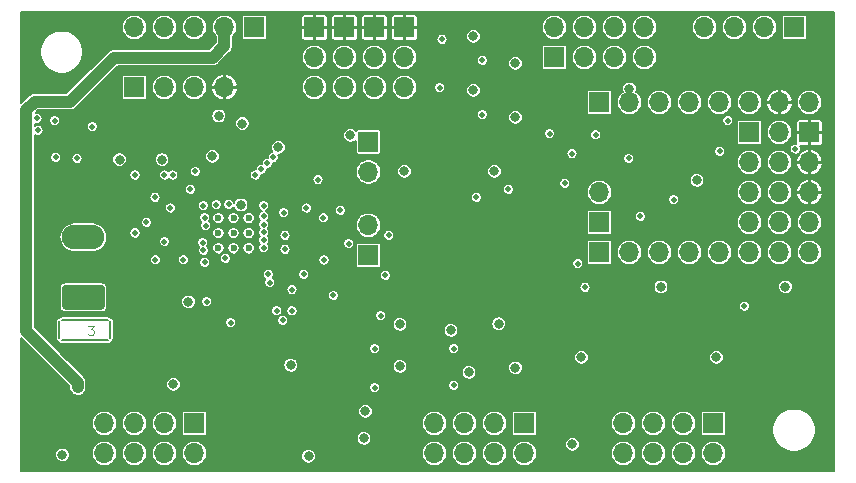
<source format=gbr>
%TF.GenerationSoftware,KiCad,Pcbnew,(5.1.10)-1*%
%TF.CreationDate,2021-11-13T18:31:53+01:00*%
%TF.ProjectId,HeCo,4865436f-2e6b-4696-9361-645f70636258,rev?*%
%TF.SameCoordinates,Original*%
%TF.FileFunction,Copper,L3,Inr*%
%TF.FilePolarity,Positive*%
%FSLAX46Y46*%
G04 Gerber Fmt 4.6, Leading zero omitted, Abs format (unit mm)*
G04 Created by KiCad (PCBNEW (5.1.10)-1) date 2021-11-13 18:31:53*
%MOMM*%
%LPD*%
G01*
G04 APERTURE LIST*
%TA.AperFunction,NonConductor*%
%ADD10C,0.120000*%
%TD*%
%TA.AperFunction,ComponentPad*%
%ADD11O,1.700000X1.700000*%
%TD*%
%TA.AperFunction,ComponentPad*%
%ADD12R,1.700000X1.700000*%
%TD*%
%TA.AperFunction,ComponentPad*%
%ADD13C,0.600000*%
%TD*%
%TA.AperFunction,ComponentPad*%
%ADD14O,3.600000X2.080000*%
%TD*%
%TA.AperFunction,ViaPad*%
%ADD15C,0.500000*%
%TD*%
%TA.AperFunction,ViaPad*%
%ADD16C,0.800000*%
%TD*%
%TA.AperFunction,Conductor*%
%ADD17C,0.200000*%
%TD*%
%TA.AperFunction,Conductor*%
%ADD18C,1.000000*%
%TD*%
%TA.AperFunction,Conductor*%
%ADD19C,0.150000*%
%TD*%
%TA.AperFunction,Conductor*%
%ADD20C,0.100000*%
%TD*%
G04 APERTURE END LIST*
D10*
X106233333Y-127161904D02*
X106728571Y-127161904D01*
X106461904Y-127466666D01*
X106576190Y-127466666D01*
X106652380Y-127504761D01*
X106690476Y-127542857D01*
X106728571Y-127619047D01*
X106728571Y-127809523D01*
X106690476Y-127885714D01*
X106652380Y-127923809D01*
X106576190Y-127961904D01*
X106347619Y-127961904D01*
X106271428Y-127923809D01*
X106233333Y-127885714D01*
D11*
%TO.N,BLIN*%
%TO.C,J14*%
X110160000Y-101900000D03*
%TO.N,GND*%
X112700000Y-101900000D03*
%TO.N,BLOUT*%
X115240000Y-101900000D03*
%TO.N,+5V*%
X117780000Y-101900000D03*
D12*
%TO.N,GND*%
X120320000Y-101900000D03*
%TD*%
D11*
%TO.N,GND*%
%TO.C,J10*%
X167310000Y-108250000D03*
%TO.N,+3V3*%
X164770000Y-108250000D03*
%TO.N,Net-(J10-Pad6)*%
X162230000Y-108250000D03*
%TO.N,Net-(J10-Pad5)*%
X159690000Y-108250000D03*
%TO.N,Net-(J10-Pad4)*%
X157150000Y-108250000D03*
%TO.N,Net-(J10-Pad3)*%
X154610000Y-108250000D03*
%TO.N,GND*%
X152070000Y-108250000D03*
D12*
%TO.N,+24V*%
X149530000Y-108250000D03*
%TD*%
D13*
%TO.N,GND*%
%TO.C,U3*%
X119820500Y-120604500D03*
X118545500Y-120604500D03*
X117270500Y-120604500D03*
X119820500Y-119329500D03*
X118545500Y-119329500D03*
X117270500Y-119329500D03*
X119820500Y-118054500D03*
X118545500Y-118054500D03*
X117270500Y-118054500D03*
%TD*%
D11*
%TO.N,GND*%
%TO.C,J15*%
X125400000Y-106980000D03*
%TO.N,DI0*%
X125400000Y-104440000D03*
D12*
%TO.N,+3V3*%
X125400000Y-101900000D03*
%TD*%
D11*
%TO.N,GND*%
%TO.C,J5*%
X107620000Y-137968000D03*
%TO.N,+5V*%
X107620000Y-135428000D03*
%TO.N,GND*%
X110160000Y-137968000D03*
%TO.N,+5V*%
X110160000Y-135428000D03*
%TO.N,GND*%
X112700000Y-137968000D03*
%TO.N,+5V*%
X112700000Y-135428000D03*
%TO.N,GND*%
X115240000Y-137968000D03*
D12*
%TO.N,+5V*%
X115240000Y-135428000D03*
%TD*%
D11*
%TO.N,GND*%
%TO.C,J13*%
X153340000Y-101900000D03*
%TO.N,+24V*%
X153340000Y-104440000D03*
%TO.N,GND*%
X150800000Y-101900000D03*
%TO.N,+24V*%
X150800000Y-104440000D03*
%TO.N,GND*%
X148260000Y-101900000D03*
%TO.N,+24V*%
X148260000Y-104440000D03*
%TO.N,GND*%
X145720000Y-101900000D03*
D12*
%TO.N,+24V*%
X145720000Y-104440000D03*
%TD*%
D11*
%TO.N,DIAG1*%
%TO.C,J6*%
X149530000Y-115870000D03*
D12*
%TO.N,DIAG0*%
X149530000Y-118410000D03*
%TD*%
D14*
%TO.N,+24V*%
%TO.C,J11*%
X105842000Y-119680000D03*
%TO.N,GND*%
%TA.AperFunction,ComponentPad*%
G36*
G01*
X107392003Y-125800000D02*
X104291997Y-125800000D01*
G75*
G02*
X104042000Y-125550003I0J249997D01*
G01*
X104042000Y-123969997D01*
G75*
G02*
X104291997Y-123720000I249997J0D01*
G01*
X107392003Y-123720000D01*
G75*
G02*
X107642000Y-123969997I0J-249997D01*
G01*
X107642000Y-125550003D01*
G75*
G02*
X107392003Y-125800000I-249997J0D01*
G01*
G37*
%TD.AperFunction*%
%TD*%
D11*
%TO.N,Net-(J10-Pad3)*%
%TO.C,J12*%
X158420000Y-101900000D03*
%TO.N,Net-(J10-Pad4)*%
X160960000Y-101900000D03*
%TO.N,Net-(J10-Pad5)*%
X163500000Y-101900000D03*
D12*
%TO.N,Net-(J10-Pad6)*%
X166040000Y-101900000D03*
%TD*%
D11*
%TO.N,Net-(J9-Pad8)*%
%TO.C,J9*%
X167310000Y-120950000D03*
%TO.N,Net-(J9-Pad7)*%
X164770000Y-120950000D03*
%TO.N,Net-(J9-Pad6)*%
X162230000Y-120950000D03*
%TO.N,Net-(J7-Pad8)*%
X159690000Y-120950000D03*
%TO.N,Net-(J7-Pad6)*%
X157150000Y-120950000D03*
%TO.N,Net-(J7-Pad4)*%
X154610000Y-120950000D03*
%TO.N,Net-(J7-Pad2)*%
X152070000Y-120950000D03*
D12*
%TO.N,MEN*%
X149530000Y-120950000D03*
%TD*%
D11*
%TO.N,Net-(J8-Pad4)*%
%TO.C,J8*%
X167310000Y-118410000D03*
%TO.N,+3V3*%
X167310000Y-115870000D03*
X167310000Y-113330000D03*
D12*
X167310000Y-110790000D03*
%TD*%
D11*
%TO.N,Net-(J7-Pad8)*%
%TO.C,J7*%
X164770000Y-118410000D03*
%TO.N,MSPI_RX*%
X162230000Y-118410000D03*
%TO.N,Net-(J7-Pad6)*%
X164770000Y-115870000D03*
%TO.N,MSPICS*%
X162230000Y-115870000D03*
%TO.N,Net-(J7-Pad4)*%
X164770000Y-113330000D03*
%TO.N,MSPI_CLK*%
X162230000Y-113330000D03*
%TO.N,Net-(J7-Pad2)*%
X164770000Y-110790000D03*
D12*
%TO.N,MSPI_TX*%
X162230000Y-110790000D03*
%TD*%
D11*
%TO.N,Net-(C6-Pad1)*%
%TO.C,J4*%
X129972000Y-114140000D03*
D12*
%TO.N,GND*%
X129972000Y-111600000D03*
%TD*%
D11*
%TO.N,GND*%
%TO.C,J20*%
X135560000Y-137968000D03*
%TO.N,AIN3*%
X135560000Y-135428000D03*
%TO.N,GND*%
X138100000Y-137968000D03*
%TO.N,AIN2*%
X138100000Y-135428000D03*
%TO.N,GND*%
X140640000Y-137968000D03*
%TO.N,AIN1*%
X140640000Y-135428000D03*
%TO.N,GND*%
X143180000Y-137968000D03*
D12*
%TO.N,AIN0*%
X143180000Y-135428000D03*
%TD*%
D11*
%TO.N,+24V*%
%TO.C,J19*%
X151562000Y-137968000D03*
%TO.N,Net-(D13-Pad1)*%
X151562000Y-135428000D03*
%TO.N,+24V*%
X154102000Y-137968000D03*
%TO.N,Net-(D12-Pad1)*%
X154102000Y-135428000D03*
%TO.N,+24V*%
X156642000Y-137968000D03*
%TO.N,Net-(D11-Pad1)*%
X156642000Y-135428000D03*
%TO.N,+24V*%
X159182000Y-137968000D03*
D12*
%TO.N,Net-(D10-Pad1)*%
X159182000Y-135428000D03*
%TD*%
D11*
%TO.N,GND*%
%TO.C,J18*%
X133020000Y-106980000D03*
%TO.N,DI3*%
X133020000Y-104440000D03*
D12*
%TO.N,+3V3*%
X133020000Y-101900000D03*
%TD*%
D11*
%TO.N,GND*%
%TO.C,J17*%
X130480000Y-106980000D03*
%TO.N,DI2*%
X130480000Y-104440000D03*
D12*
%TO.N,+3V3*%
X130480000Y-101900000D03*
%TD*%
D11*
%TO.N,GND*%
%TO.C,J16*%
X127940000Y-106980000D03*
%TO.N,DI1*%
X127940000Y-104440000D03*
D12*
%TO.N,+3V3*%
X127940000Y-101900000D03*
%TD*%
D11*
%TO.N,+3V3*%
%TO.C,J1*%
X117780000Y-106980000D03*
%TO.N,Net-(J1-Pad3)*%
X115240000Y-106980000D03*
%TO.N,GND*%
X112700000Y-106980000D03*
D12*
%TO.N,Net-(J1-Pad1)*%
X110160000Y-106980000D03*
%TD*%
D11*
%TO.N,GND*%
%TO.C,J2*%
X129972000Y-118660000D03*
D12*
%TO.N,Net-(J2-Pad1)*%
X129972000Y-121200000D03*
%TD*%
D15*
%TO.N,Net-(U1-Pad3)*%
X123500000Y-124100000D03*
X123503000Y-125903000D03*
%TO.N,Net-(U1-Pad2)*%
X121600000Y-123500000D03*
X122200000Y-125900000D03*
D16*
%TO.N,GND*%
X116764000Y-112822000D03*
X119284592Y-110042148D03*
X117300000Y-109400000D03*
X119178588Y-116936314D03*
X124900000Y-138200000D03*
X123400000Y-130500000D03*
X129591000Y-136698000D03*
X132639000Y-127046000D03*
X132639000Y-130602000D03*
X136957000Y-127554000D03*
X138481000Y-131110000D03*
X142418000Y-130729000D03*
X148006000Y-129840000D03*
X154737000Y-123871000D03*
X165278000Y-123871000D03*
X159436000Y-129840000D03*
X157785000Y-114854000D03*
X152070000Y-107107000D03*
X147244000Y-137206000D03*
X113462000Y-132126000D03*
X129718000Y-134412000D03*
X140640000Y-114092000D03*
X133020000Y-114092000D03*
X142418000Y-109520000D03*
X138862000Y-107234000D03*
X138862000Y-102662000D03*
X142418000Y-104948000D03*
X128448000Y-111044000D03*
X122352000Y-112060000D03*
D15*
X126162000Y-118029000D03*
X111938000Y-121585000D03*
X111176000Y-118410000D03*
D16*
X104064000Y-138095000D03*
X114732000Y-125141000D03*
D15*
X103500000Y-112900000D03*
X105300000Y-113000000D03*
X118300000Y-126900000D03*
X124500000Y-122800000D03*
X127000000Y-124600000D03*
D16*
X141000000Y-127000000D03*
X108900000Y-113100000D03*
X112500000Y-113100000D03*
%TO.N,+3V3*%
X118100000Y-113800000D03*
X121100000Y-130600000D03*
X121100000Y-133100000D03*
X121100000Y-136800000D03*
X122000000Y-136800000D03*
X120200000Y-136800000D03*
X123200000Y-138100000D03*
X126500000Y-136700000D03*
X118800000Y-138100000D03*
X141910000Y-128189000D03*
X142164000Y-131842000D03*
X132385000Y-131842000D03*
X132385000Y-128189000D03*
X141656000Y-103678000D03*
X141656000Y-108250000D03*
X138100000Y-105964000D03*
X138100000Y-101900000D03*
X126924000Y-113330000D03*
X154229000Y-117902000D03*
D15*
X124638000Y-117902000D03*
X114177500Y-118329500D03*
X102000000Y-112900000D03*
X106900000Y-112900000D03*
X118400000Y-125100000D03*
X122908500Y-122855000D03*
X113400000Y-121600000D03*
D16*
X119900000Y-129850001D03*
X114400000Y-113100000D03*
X110700000Y-113100000D03*
D15*
%TO.N,+1V1*%
X116269000Y-125131000D03*
X115300000Y-114100000D03*
X118126600Y-116891136D03*
%TO.N,DO3*%
X139100000Y-116300000D03*
X124700000Y-117200000D03*
%TO.N,AIN0*%
X115923249Y-120135731D03*
X137200000Y-129100000D03*
%TO.N,AIN1*%
X116002926Y-120780831D03*
X137200000Y-132200000D03*
%TO.N,AIN2*%
X130500000Y-129100000D03*
X116100000Y-121800000D03*
%TO.N,AIN3*%
X114306659Y-121583945D03*
X130500000Y-132400000D03*
%TO.N,DI0*%
X139600000Y-109300000D03*
%TO.N,DI1*%
X136000000Y-107000000D03*
%TO.N,DI2*%
X122900000Y-120700000D03*
X139600000Y-104700000D03*
X128300000Y-120200000D03*
%TO.N,DI3*%
X121100000Y-120550009D03*
X136200000Y-102900000D03*
X131700000Y-119500000D03*
%TO.N,Net-(J1-Pad3)*%
X116200000Y-118700000D03*
X113400000Y-114400000D03*
%TO.N,DIAG1*%
X147700000Y-121900000D03*
X113200000Y-117184990D03*
%TO.N,DIAG0*%
X131400000Y-122900000D03*
X131000000Y-126300000D03*
X111900000Y-116300000D03*
%TO.N,MSPICS*%
X122899140Y-119514443D03*
X155800000Y-116500000D03*
%TO.N,MSPI_CLK*%
X121100000Y-119250003D03*
X159700000Y-112400000D03*
%TO.N,MSPI_TX*%
X121100000Y-118600000D03*
%TO.N,MEN*%
X153000000Y-117900000D03*
X117859945Y-121440055D03*
%TO.N,Net-(R1-Pad1)*%
X122706184Y-126693816D03*
X121500000Y-122800000D03*
%TO.N,MSTP*%
X147200000Y-112600000D03*
X116000000Y-117000000D03*
%TO.N,MDIR*%
X116100000Y-118000000D03*
X145300000Y-110900000D03*
%TO.N,DO2*%
X121100000Y-117000000D03*
X141800000Y-115600000D03*
%TO.N,DO0*%
X121100000Y-117900000D03*
X146600000Y-115100000D03*
%TO.N,DO1*%
X122800000Y-117600000D03*
X127600000Y-117400000D03*
X148300000Y-123900000D03*
X126200000Y-121600000D03*
%TO.N,MSPI_RX*%
X121100000Y-119900006D03*
X161800000Y-125500000D03*
%TO.N,ASPI_RX*%
X121900000Y-112900000D03*
X103400000Y-109800000D03*
%TO.N,ASPICS*%
X121407567Y-113392433D03*
X106600000Y-110300000D03*
%TO.N,ASPI_CLK*%
X120900000Y-113900000D03*
X102000000Y-110600000D03*
%TO.N,ASPI_TX*%
X120400000Y-114400000D03*
X101900000Y-109600000D03*
D16*
%TO.N,+5V*%
X105367002Y-132380000D03*
D15*
%TO.N,BLIN*%
X110200000Y-119300000D03*
X110200000Y-114400000D03*
%TO.N,BLOUT*%
X112700000Y-120029500D03*
X112700000Y-114400000D03*
%TO.N,Net-(C6-Pad1)*%
X117100000Y-116900000D03*
X125700000Y-114800000D03*
%TO.N,Net-(J9-Pad8)*%
X160400000Y-109800000D03*
X166100000Y-112200000D03*
X149200000Y-111000000D03*
%TO.N,Net-(J8-Pad4)*%
X114900000Y-115600000D03*
X152000000Y-113000000D03*
%TD*%
D17*
%TO.N,*%
X104000000Y-128400000D02*
X107900000Y-128400000D01*
X104000000Y-126700000D02*
X107900000Y-126700000D01*
X108100000Y-126800000D02*
X108100000Y-128200000D01*
X103800000Y-126800000D02*
X103800000Y-128200000D01*
D18*
%TO.N,+5V*%
X117780000Y-102219998D02*
X117780000Y-101900000D01*
X117780000Y-103470000D02*
X117780000Y-101900000D01*
X116800000Y-104450000D02*
X117780000Y-103470000D01*
X108450000Y-104450000D02*
X116800000Y-104450000D01*
X101700000Y-108200000D02*
X104700000Y-108200000D01*
X100999999Y-108900001D02*
X101700000Y-108200000D01*
X100999999Y-127600001D02*
X100999999Y-108900001D01*
X105367002Y-131967004D02*
X100999999Y-127600001D01*
X104700000Y-108200000D02*
X108450000Y-104450000D01*
X105367002Y-132380000D02*
X105367002Y-131967004D01*
%TD*%
D19*
%TO.N,+3V3*%
X169425000Y-139425000D02*
X100575000Y-139425000D01*
X100575000Y-138033443D01*
X103439000Y-138033443D01*
X103439000Y-138156557D01*
X103463019Y-138277306D01*
X103510132Y-138391048D01*
X103578531Y-138493414D01*
X103665586Y-138580469D01*
X103767952Y-138648868D01*
X103881694Y-138695981D01*
X104002443Y-138720000D01*
X104125557Y-138720000D01*
X104246306Y-138695981D01*
X104360048Y-138648868D01*
X104462414Y-138580469D01*
X104549469Y-138493414D01*
X104617868Y-138391048D01*
X104664981Y-138277306D01*
X104689000Y-138156557D01*
X104689000Y-138033443D01*
X104664981Y-137912694D01*
X104644034Y-137862122D01*
X106545000Y-137862122D01*
X106545000Y-138073878D01*
X106586312Y-138281566D01*
X106667348Y-138477203D01*
X106784993Y-138653272D01*
X106934728Y-138803007D01*
X107110797Y-138920652D01*
X107306434Y-139001688D01*
X107514122Y-139043000D01*
X107725878Y-139043000D01*
X107933566Y-139001688D01*
X108129203Y-138920652D01*
X108305272Y-138803007D01*
X108455007Y-138653272D01*
X108572652Y-138477203D01*
X108653688Y-138281566D01*
X108695000Y-138073878D01*
X108695000Y-137862122D01*
X109085000Y-137862122D01*
X109085000Y-138073878D01*
X109126312Y-138281566D01*
X109207348Y-138477203D01*
X109324993Y-138653272D01*
X109474728Y-138803007D01*
X109650797Y-138920652D01*
X109846434Y-139001688D01*
X110054122Y-139043000D01*
X110265878Y-139043000D01*
X110473566Y-139001688D01*
X110669203Y-138920652D01*
X110845272Y-138803007D01*
X110995007Y-138653272D01*
X111112652Y-138477203D01*
X111193688Y-138281566D01*
X111235000Y-138073878D01*
X111235000Y-137862122D01*
X111625000Y-137862122D01*
X111625000Y-138073878D01*
X111666312Y-138281566D01*
X111747348Y-138477203D01*
X111864993Y-138653272D01*
X112014728Y-138803007D01*
X112190797Y-138920652D01*
X112386434Y-139001688D01*
X112594122Y-139043000D01*
X112805878Y-139043000D01*
X113013566Y-139001688D01*
X113209203Y-138920652D01*
X113385272Y-138803007D01*
X113535007Y-138653272D01*
X113652652Y-138477203D01*
X113733688Y-138281566D01*
X113775000Y-138073878D01*
X113775000Y-137862122D01*
X114165000Y-137862122D01*
X114165000Y-138073878D01*
X114206312Y-138281566D01*
X114287348Y-138477203D01*
X114404993Y-138653272D01*
X114554728Y-138803007D01*
X114730797Y-138920652D01*
X114926434Y-139001688D01*
X115134122Y-139043000D01*
X115345878Y-139043000D01*
X115553566Y-139001688D01*
X115749203Y-138920652D01*
X115925272Y-138803007D01*
X116075007Y-138653272D01*
X116192652Y-138477203D01*
X116273688Y-138281566D01*
X116302157Y-138138443D01*
X124275000Y-138138443D01*
X124275000Y-138261557D01*
X124299019Y-138382306D01*
X124346132Y-138496048D01*
X124414531Y-138598414D01*
X124501586Y-138685469D01*
X124603952Y-138753868D01*
X124717694Y-138800981D01*
X124838443Y-138825000D01*
X124961557Y-138825000D01*
X125082306Y-138800981D01*
X125196048Y-138753868D01*
X125298414Y-138685469D01*
X125385469Y-138598414D01*
X125453868Y-138496048D01*
X125500981Y-138382306D01*
X125525000Y-138261557D01*
X125525000Y-138138443D01*
X125500981Y-138017694D01*
X125453868Y-137903952D01*
X125425918Y-137862122D01*
X134485000Y-137862122D01*
X134485000Y-138073878D01*
X134526312Y-138281566D01*
X134607348Y-138477203D01*
X134724993Y-138653272D01*
X134874728Y-138803007D01*
X135050797Y-138920652D01*
X135246434Y-139001688D01*
X135454122Y-139043000D01*
X135665878Y-139043000D01*
X135873566Y-139001688D01*
X136069203Y-138920652D01*
X136245272Y-138803007D01*
X136395007Y-138653272D01*
X136512652Y-138477203D01*
X136593688Y-138281566D01*
X136635000Y-138073878D01*
X136635000Y-137862122D01*
X137025000Y-137862122D01*
X137025000Y-138073878D01*
X137066312Y-138281566D01*
X137147348Y-138477203D01*
X137264993Y-138653272D01*
X137414728Y-138803007D01*
X137590797Y-138920652D01*
X137786434Y-139001688D01*
X137994122Y-139043000D01*
X138205878Y-139043000D01*
X138413566Y-139001688D01*
X138609203Y-138920652D01*
X138785272Y-138803007D01*
X138935007Y-138653272D01*
X139052652Y-138477203D01*
X139133688Y-138281566D01*
X139175000Y-138073878D01*
X139175000Y-137862122D01*
X139565000Y-137862122D01*
X139565000Y-138073878D01*
X139606312Y-138281566D01*
X139687348Y-138477203D01*
X139804993Y-138653272D01*
X139954728Y-138803007D01*
X140130797Y-138920652D01*
X140326434Y-139001688D01*
X140534122Y-139043000D01*
X140745878Y-139043000D01*
X140953566Y-139001688D01*
X141149203Y-138920652D01*
X141325272Y-138803007D01*
X141475007Y-138653272D01*
X141592652Y-138477203D01*
X141673688Y-138281566D01*
X141715000Y-138073878D01*
X141715000Y-137862122D01*
X142105000Y-137862122D01*
X142105000Y-138073878D01*
X142146312Y-138281566D01*
X142227348Y-138477203D01*
X142344993Y-138653272D01*
X142494728Y-138803007D01*
X142670797Y-138920652D01*
X142866434Y-139001688D01*
X143074122Y-139043000D01*
X143285878Y-139043000D01*
X143493566Y-139001688D01*
X143689203Y-138920652D01*
X143865272Y-138803007D01*
X144015007Y-138653272D01*
X144132652Y-138477203D01*
X144213688Y-138281566D01*
X144255000Y-138073878D01*
X144255000Y-137862122D01*
X150487000Y-137862122D01*
X150487000Y-138073878D01*
X150528312Y-138281566D01*
X150609348Y-138477203D01*
X150726993Y-138653272D01*
X150876728Y-138803007D01*
X151052797Y-138920652D01*
X151248434Y-139001688D01*
X151456122Y-139043000D01*
X151667878Y-139043000D01*
X151875566Y-139001688D01*
X152071203Y-138920652D01*
X152247272Y-138803007D01*
X152397007Y-138653272D01*
X152514652Y-138477203D01*
X152595688Y-138281566D01*
X152637000Y-138073878D01*
X152637000Y-137862122D01*
X153027000Y-137862122D01*
X153027000Y-138073878D01*
X153068312Y-138281566D01*
X153149348Y-138477203D01*
X153266993Y-138653272D01*
X153416728Y-138803007D01*
X153592797Y-138920652D01*
X153788434Y-139001688D01*
X153996122Y-139043000D01*
X154207878Y-139043000D01*
X154415566Y-139001688D01*
X154611203Y-138920652D01*
X154787272Y-138803007D01*
X154937007Y-138653272D01*
X155054652Y-138477203D01*
X155135688Y-138281566D01*
X155177000Y-138073878D01*
X155177000Y-137862122D01*
X155567000Y-137862122D01*
X155567000Y-138073878D01*
X155608312Y-138281566D01*
X155689348Y-138477203D01*
X155806993Y-138653272D01*
X155956728Y-138803007D01*
X156132797Y-138920652D01*
X156328434Y-139001688D01*
X156536122Y-139043000D01*
X156747878Y-139043000D01*
X156955566Y-139001688D01*
X157151203Y-138920652D01*
X157327272Y-138803007D01*
X157477007Y-138653272D01*
X157594652Y-138477203D01*
X157675688Y-138281566D01*
X157717000Y-138073878D01*
X157717000Y-137862122D01*
X158107000Y-137862122D01*
X158107000Y-138073878D01*
X158148312Y-138281566D01*
X158229348Y-138477203D01*
X158346993Y-138653272D01*
X158496728Y-138803007D01*
X158672797Y-138920652D01*
X158868434Y-139001688D01*
X159076122Y-139043000D01*
X159287878Y-139043000D01*
X159495566Y-139001688D01*
X159691203Y-138920652D01*
X159867272Y-138803007D01*
X160017007Y-138653272D01*
X160134652Y-138477203D01*
X160215688Y-138281566D01*
X160257000Y-138073878D01*
X160257000Y-137862122D01*
X160215688Y-137654434D01*
X160134652Y-137458797D01*
X160017007Y-137282728D01*
X159867272Y-137132993D01*
X159691203Y-137015348D01*
X159495566Y-136934312D01*
X159287878Y-136893000D01*
X159076122Y-136893000D01*
X158868434Y-136934312D01*
X158672797Y-137015348D01*
X158496728Y-137132993D01*
X158346993Y-137282728D01*
X158229348Y-137458797D01*
X158148312Y-137654434D01*
X158107000Y-137862122D01*
X157717000Y-137862122D01*
X157675688Y-137654434D01*
X157594652Y-137458797D01*
X157477007Y-137282728D01*
X157327272Y-137132993D01*
X157151203Y-137015348D01*
X156955566Y-136934312D01*
X156747878Y-136893000D01*
X156536122Y-136893000D01*
X156328434Y-136934312D01*
X156132797Y-137015348D01*
X155956728Y-137132993D01*
X155806993Y-137282728D01*
X155689348Y-137458797D01*
X155608312Y-137654434D01*
X155567000Y-137862122D01*
X155177000Y-137862122D01*
X155135688Y-137654434D01*
X155054652Y-137458797D01*
X154937007Y-137282728D01*
X154787272Y-137132993D01*
X154611203Y-137015348D01*
X154415566Y-136934312D01*
X154207878Y-136893000D01*
X153996122Y-136893000D01*
X153788434Y-136934312D01*
X153592797Y-137015348D01*
X153416728Y-137132993D01*
X153266993Y-137282728D01*
X153149348Y-137458797D01*
X153068312Y-137654434D01*
X153027000Y-137862122D01*
X152637000Y-137862122D01*
X152595688Y-137654434D01*
X152514652Y-137458797D01*
X152397007Y-137282728D01*
X152247272Y-137132993D01*
X152071203Y-137015348D01*
X151875566Y-136934312D01*
X151667878Y-136893000D01*
X151456122Y-136893000D01*
X151248434Y-136934312D01*
X151052797Y-137015348D01*
X150876728Y-137132993D01*
X150726993Y-137282728D01*
X150609348Y-137458797D01*
X150528312Y-137654434D01*
X150487000Y-137862122D01*
X144255000Y-137862122D01*
X144213688Y-137654434D01*
X144132652Y-137458797D01*
X144015007Y-137282728D01*
X143876722Y-137144443D01*
X146619000Y-137144443D01*
X146619000Y-137267557D01*
X146643019Y-137388306D01*
X146690132Y-137502048D01*
X146758531Y-137604414D01*
X146845586Y-137691469D01*
X146947952Y-137759868D01*
X147061694Y-137806981D01*
X147182443Y-137831000D01*
X147305557Y-137831000D01*
X147426306Y-137806981D01*
X147540048Y-137759868D01*
X147642414Y-137691469D01*
X147729469Y-137604414D01*
X147797868Y-137502048D01*
X147844981Y-137388306D01*
X147869000Y-137267557D01*
X147869000Y-137144443D01*
X147844981Y-137023694D01*
X147797868Y-136909952D01*
X147729469Y-136807586D01*
X147642414Y-136720531D01*
X147540048Y-136652132D01*
X147426306Y-136605019D01*
X147305557Y-136581000D01*
X147182443Y-136581000D01*
X147061694Y-136605019D01*
X146947952Y-136652132D01*
X146845586Y-136720531D01*
X146758531Y-136807586D01*
X146690132Y-136909952D01*
X146643019Y-137023694D01*
X146619000Y-137144443D01*
X143876722Y-137144443D01*
X143865272Y-137132993D01*
X143689203Y-137015348D01*
X143493566Y-136934312D01*
X143285878Y-136893000D01*
X143074122Y-136893000D01*
X142866434Y-136934312D01*
X142670797Y-137015348D01*
X142494728Y-137132993D01*
X142344993Y-137282728D01*
X142227348Y-137458797D01*
X142146312Y-137654434D01*
X142105000Y-137862122D01*
X141715000Y-137862122D01*
X141673688Y-137654434D01*
X141592652Y-137458797D01*
X141475007Y-137282728D01*
X141325272Y-137132993D01*
X141149203Y-137015348D01*
X140953566Y-136934312D01*
X140745878Y-136893000D01*
X140534122Y-136893000D01*
X140326434Y-136934312D01*
X140130797Y-137015348D01*
X139954728Y-137132993D01*
X139804993Y-137282728D01*
X139687348Y-137458797D01*
X139606312Y-137654434D01*
X139565000Y-137862122D01*
X139175000Y-137862122D01*
X139133688Y-137654434D01*
X139052652Y-137458797D01*
X138935007Y-137282728D01*
X138785272Y-137132993D01*
X138609203Y-137015348D01*
X138413566Y-136934312D01*
X138205878Y-136893000D01*
X137994122Y-136893000D01*
X137786434Y-136934312D01*
X137590797Y-137015348D01*
X137414728Y-137132993D01*
X137264993Y-137282728D01*
X137147348Y-137458797D01*
X137066312Y-137654434D01*
X137025000Y-137862122D01*
X136635000Y-137862122D01*
X136593688Y-137654434D01*
X136512652Y-137458797D01*
X136395007Y-137282728D01*
X136245272Y-137132993D01*
X136069203Y-137015348D01*
X135873566Y-136934312D01*
X135665878Y-136893000D01*
X135454122Y-136893000D01*
X135246434Y-136934312D01*
X135050797Y-137015348D01*
X134874728Y-137132993D01*
X134724993Y-137282728D01*
X134607348Y-137458797D01*
X134526312Y-137654434D01*
X134485000Y-137862122D01*
X125425918Y-137862122D01*
X125385469Y-137801586D01*
X125298414Y-137714531D01*
X125196048Y-137646132D01*
X125082306Y-137599019D01*
X124961557Y-137575000D01*
X124838443Y-137575000D01*
X124717694Y-137599019D01*
X124603952Y-137646132D01*
X124501586Y-137714531D01*
X124414531Y-137801586D01*
X124346132Y-137903952D01*
X124299019Y-138017694D01*
X124275000Y-138138443D01*
X116302157Y-138138443D01*
X116315000Y-138073878D01*
X116315000Y-137862122D01*
X116273688Y-137654434D01*
X116192652Y-137458797D01*
X116075007Y-137282728D01*
X115925272Y-137132993D01*
X115749203Y-137015348D01*
X115553566Y-136934312D01*
X115345878Y-136893000D01*
X115134122Y-136893000D01*
X114926434Y-136934312D01*
X114730797Y-137015348D01*
X114554728Y-137132993D01*
X114404993Y-137282728D01*
X114287348Y-137458797D01*
X114206312Y-137654434D01*
X114165000Y-137862122D01*
X113775000Y-137862122D01*
X113733688Y-137654434D01*
X113652652Y-137458797D01*
X113535007Y-137282728D01*
X113385272Y-137132993D01*
X113209203Y-137015348D01*
X113013566Y-136934312D01*
X112805878Y-136893000D01*
X112594122Y-136893000D01*
X112386434Y-136934312D01*
X112190797Y-137015348D01*
X112014728Y-137132993D01*
X111864993Y-137282728D01*
X111747348Y-137458797D01*
X111666312Y-137654434D01*
X111625000Y-137862122D01*
X111235000Y-137862122D01*
X111193688Y-137654434D01*
X111112652Y-137458797D01*
X110995007Y-137282728D01*
X110845272Y-137132993D01*
X110669203Y-137015348D01*
X110473566Y-136934312D01*
X110265878Y-136893000D01*
X110054122Y-136893000D01*
X109846434Y-136934312D01*
X109650797Y-137015348D01*
X109474728Y-137132993D01*
X109324993Y-137282728D01*
X109207348Y-137458797D01*
X109126312Y-137654434D01*
X109085000Y-137862122D01*
X108695000Y-137862122D01*
X108653688Y-137654434D01*
X108572652Y-137458797D01*
X108455007Y-137282728D01*
X108305272Y-137132993D01*
X108129203Y-137015348D01*
X107933566Y-136934312D01*
X107725878Y-136893000D01*
X107514122Y-136893000D01*
X107306434Y-136934312D01*
X107110797Y-137015348D01*
X106934728Y-137132993D01*
X106784993Y-137282728D01*
X106667348Y-137458797D01*
X106586312Y-137654434D01*
X106545000Y-137862122D01*
X104644034Y-137862122D01*
X104617868Y-137798952D01*
X104549469Y-137696586D01*
X104462414Y-137609531D01*
X104360048Y-137541132D01*
X104246306Y-137494019D01*
X104125557Y-137470000D01*
X104002443Y-137470000D01*
X103881694Y-137494019D01*
X103767952Y-137541132D01*
X103665586Y-137609531D01*
X103578531Y-137696586D01*
X103510132Y-137798952D01*
X103463019Y-137912694D01*
X103439000Y-138033443D01*
X100575000Y-138033443D01*
X100575000Y-136636443D01*
X128966000Y-136636443D01*
X128966000Y-136759557D01*
X128990019Y-136880306D01*
X129037132Y-136994048D01*
X129105531Y-137096414D01*
X129192586Y-137183469D01*
X129294952Y-137251868D01*
X129408694Y-137298981D01*
X129529443Y-137323000D01*
X129652557Y-137323000D01*
X129773306Y-137298981D01*
X129887048Y-137251868D01*
X129989414Y-137183469D01*
X130076469Y-137096414D01*
X130144868Y-136994048D01*
X130191981Y-136880306D01*
X130216000Y-136759557D01*
X130216000Y-136636443D01*
X130191981Y-136515694D01*
X130144868Y-136401952D01*
X130076469Y-136299586D01*
X129989414Y-136212531D01*
X129887048Y-136144132D01*
X129773306Y-136097019D01*
X129652557Y-136073000D01*
X129529443Y-136073000D01*
X129408694Y-136097019D01*
X129294952Y-136144132D01*
X129192586Y-136212531D01*
X129105531Y-136299586D01*
X129037132Y-136401952D01*
X128990019Y-136515694D01*
X128966000Y-136636443D01*
X100575000Y-136636443D01*
X100575000Y-135322122D01*
X106545000Y-135322122D01*
X106545000Y-135533878D01*
X106586312Y-135741566D01*
X106667348Y-135937203D01*
X106784993Y-136113272D01*
X106934728Y-136263007D01*
X107110797Y-136380652D01*
X107306434Y-136461688D01*
X107514122Y-136503000D01*
X107725878Y-136503000D01*
X107933566Y-136461688D01*
X108129203Y-136380652D01*
X108305272Y-136263007D01*
X108455007Y-136113272D01*
X108572652Y-135937203D01*
X108653688Y-135741566D01*
X108695000Y-135533878D01*
X108695000Y-135322122D01*
X109085000Y-135322122D01*
X109085000Y-135533878D01*
X109126312Y-135741566D01*
X109207348Y-135937203D01*
X109324993Y-136113272D01*
X109474728Y-136263007D01*
X109650797Y-136380652D01*
X109846434Y-136461688D01*
X110054122Y-136503000D01*
X110265878Y-136503000D01*
X110473566Y-136461688D01*
X110669203Y-136380652D01*
X110845272Y-136263007D01*
X110995007Y-136113272D01*
X111112652Y-135937203D01*
X111193688Y-135741566D01*
X111235000Y-135533878D01*
X111235000Y-135322122D01*
X111625000Y-135322122D01*
X111625000Y-135533878D01*
X111666312Y-135741566D01*
X111747348Y-135937203D01*
X111864993Y-136113272D01*
X112014728Y-136263007D01*
X112190797Y-136380652D01*
X112386434Y-136461688D01*
X112594122Y-136503000D01*
X112805878Y-136503000D01*
X113013566Y-136461688D01*
X113209203Y-136380652D01*
X113385272Y-136263007D01*
X113535007Y-136113272D01*
X113652652Y-135937203D01*
X113733688Y-135741566D01*
X113775000Y-135533878D01*
X113775000Y-135322122D01*
X113733688Y-135114434D01*
X113652652Y-134918797D01*
X113535007Y-134742728D01*
X113385272Y-134592993D01*
X113362834Y-134578000D01*
X114163912Y-134578000D01*
X114163912Y-136278000D01*
X114168256Y-136322108D01*
X114181122Y-136364520D01*
X114202015Y-136403608D01*
X114230132Y-136437868D01*
X114264392Y-136465985D01*
X114303480Y-136486878D01*
X114345892Y-136499744D01*
X114390000Y-136504088D01*
X116090000Y-136504088D01*
X116134108Y-136499744D01*
X116176520Y-136486878D01*
X116215608Y-136465985D01*
X116249868Y-136437868D01*
X116277985Y-136403608D01*
X116298878Y-136364520D01*
X116311744Y-136322108D01*
X116316088Y-136278000D01*
X116316088Y-135322122D01*
X134485000Y-135322122D01*
X134485000Y-135533878D01*
X134526312Y-135741566D01*
X134607348Y-135937203D01*
X134724993Y-136113272D01*
X134874728Y-136263007D01*
X135050797Y-136380652D01*
X135246434Y-136461688D01*
X135454122Y-136503000D01*
X135665878Y-136503000D01*
X135873566Y-136461688D01*
X136069203Y-136380652D01*
X136245272Y-136263007D01*
X136395007Y-136113272D01*
X136512652Y-135937203D01*
X136593688Y-135741566D01*
X136635000Y-135533878D01*
X136635000Y-135322122D01*
X137025000Y-135322122D01*
X137025000Y-135533878D01*
X137066312Y-135741566D01*
X137147348Y-135937203D01*
X137264993Y-136113272D01*
X137414728Y-136263007D01*
X137590797Y-136380652D01*
X137786434Y-136461688D01*
X137994122Y-136503000D01*
X138205878Y-136503000D01*
X138413566Y-136461688D01*
X138609203Y-136380652D01*
X138785272Y-136263007D01*
X138935007Y-136113272D01*
X139052652Y-135937203D01*
X139133688Y-135741566D01*
X139175000Y-135533878D01*
X139175000Y-135322122D01*
X139565000Y-135322122D01*
X139565000Y-135533878D01*
X139606312Y-135741566D01*
X139687348Y-135937203D01*
X139804993Y-136113272D01*
X139954728Y-136263007D01*
X140130797Y-136380652D01*
X140326434Y-136461688D01*
X140534122Y-136503000D01*
X140745878Y-136503000D01*
X140953566Y-136461688D01*
X141149203Y-136380652D01*
X141325272Y-136263007D01*
X141475007Y-136113272D01*
X141592652Y-135937203D01*
X141673688Y-135741566D01*
X141715000Y-135533878D01*
X141715000Y-135322122D01*
X141673688Y-135114434D01*
X141592652Y-134918797D01*
X141475007Y-134742728D01*
X141325272Y-134592993D01*
X141302834Y-134578000D01*
X142103912Y-134578000D01*
X142103912Y-136278000D01*
X142108256Y-136322108D01*
X142121122Y-136364520D01*
X142142015Y-136403608D01*
X142170132Y-136437868D01*
X142204392Y-136465985D01*
X142243480Y-136486878D01*
X142285892Y-136499744D01*
X142330000Y-136504088D01*
X144030000Y-136504088D01*
X144074108Y-136499744D01*
X144116520Y-136486878D01*
X144155608Y-136465985D01*
X144189868Y-136437868D01*
X144217985Y-136403608D01*
X144238878Y-136364520D01*
X144251744Y-136322108D01*
X144256088Y-136278000D01*
X144256088Y-135322122D01*
X150487000Y-135322122D01*
X150487000Y-135533878D01*
X150528312Y-135741566D01*
X150609348Y-135937203D01*
X150726993Y-136113272D01*
X150876728Y-136263007D01*
X151052797Y-136380652D01*
X151248434Y-136461688D01*
X151456122Y-136503000D01*
X151667878Y-136503000D01*
X151875566Y-136461688D01*
X152071203Y-136380652D01*
X152247272Y-136263007D01*
X152397007Y-136113272D01*
X152514652Y-135937203D01*
X152595688Y-135741566D01*
X152637000Y-135533878D01*
X152637000Y-135322122D01*
X153027000Y-135322122D01*
X153027000Y-135533878D01*
X153068312Y-135741566D01*
X153149348Y-135937203D01*
X153266993Y-136113272D01*
X153416728Y-136263007D01*
X153592797Y-136380652D01*
X153788434Y-136461688D01*
X153996122Y-136503000D01*
X154207878Y-136503000D01*
X154415566Y-136461688D01*
X154611203Y-136380652D01*
X154787272Y-136263007D01*
X154937007Y-136113272D01*
X155054652Y-135937203D01*
X155135688Y-135741566D01*
X155177000Y-135533878D01*
X155177000Y-135322122D01*
X155567000Y-135322122D01*
X155567000Y-135533878D01*
X155608312Y-135741566D01*
X155689348Y-135937203D01*
X155806993Y-136113272D01*
X155956728Y-136263007D01*
X156132797Y-136380652D01*
X156328434Y-136461688D01*
X156536122Y-136503000D01*
X156747878Y-136503000D01*
X156955566Y-136461688D01*
X157151203Y-136380652D01*
X157327272Y-136263007D01*
X157477007Y-136113272D01*
X157594652Y-135937203D01*
X157675688Y-135741566D01*
X157717000Y-135533878D01*
X157717000Y-135322122D01*
X157675688Y-135114434D01*
X157594652Y-134918797D01*
X157477007Y-134742728D01*
X157327272Y-134592993D01*
X157304834Y-134578000D01*
X158105912Y-134578000D01*
X158105912Y-136278000D01*
X158110256Y-136322108D01*
X158123122Y-136364520D01*
X158144015Y-136403608D01*
X158172132Y-136437868D01*
X158206392Y-136465985D01*
X158245480Y-136486878D01*
X158287892Y-136499744D01*
X158332000Y-136504088D01*
X160032000Y-136504088D01*
X160076108Y-136499744D01*
X160118520Y-136486878D01*
X160157608Y-136465985D01*
X160191868Y-136437868D01*
X160219985Y-136403608D01*
X160240878Y-136364520D01*
X160253744Y-136322108D01*
X160258088Y-136278000D01*
X160258088Y-135820253D01*
X164175000Y-135820253D01*
X164175000Y-136179747D01*
X164245134Y-136532333D01*
X164382706Y-136864461D01*
X164582430Y-137163369D01*
X164836631Y-137417570D01*
X165135539Y-137617294D01*
X165467667Y-137754866D01*
X165820253Y-137825000D01*
X166179747Y-137825000D01*
X166532333Y-137754866D01*
X166864461Y-137617294D01*
X167163369Y-137417570D01*
X167417570Y-137163369D01*
X167617294Y-136864461D01*
X167754866Y-136532333D01*
X167825000Y-136179747D01*
X167825000Y-135820253D01*
X167754866Y-135467667D01*
X167617294Y-135135539D01*
X167417570Y-134836631D01*
X167163369Y-134582430D01*
X166864461Y-134382706D01*
X166532333Y-134245134D01*
X166179747Y-134175000D01*
X165820253Y-134175000D01*
X165467667Y-134245134D01*
X165135539Y-134382706D01*
X164836631Y-134582430D01*
X164582430Y-134836631D01*
X164382706Y-135135539D01*
X164245134Y-135467667D01*
X164175000Y-135820253D01*
X160258088Y-135820253D01*
X160258088Y-134578000D01*
X160253744Y-134533892D01*
X160240878Y-134491480D01*
X160219985Y-134452392D01*
X160191868Y-134418132D01*
X160157608Y-134390015D01*
X160118520Y-134369122D01*
X160076108Y-134356256D01*
X160032000Y-134351912D01*
X158332000Y-134351912D01*
X158287892Y-134356256D01*
X158245480Y-134369122D01*
X158206392Y-134390015D01*
X158172132Y-134418132D01*
X158144015Y-134452392D01*
X158123122Y-134491480D01*
X158110256Y-134533892D01*
X158105912Y-134578000D01*
X157304834Y-134578000D01*
X157151203Y-134475348D01*
X156955566Y-134394312D01*
X156747878Y-134353000D01*
X156536122Y-134353000D01*
X156328434Y-134394312D01*
X156132797Y-134475348D01*
X155956728Y-134592993D01*
X155806993Y-134742728D01*
X155689348Y-134918797D01*
X155608312Y-135114434D01*
X155567000Y-135322122D01*
X155177000Y-135322122D01*
X155135688Y-135114434D01*
X155054652Y-134918797D01*
X154937007Y-134742728D01*
X154787272Y-134592993D01*
X154611203Y-134475348D01*
X154415566Y-134394312D01*
X154207878Y-134353000D01*
X153996122Y-134353000D01*
X153788434Y-134394312D01*
X153592797Y-134475348D01*
X153416728Y-134592993D01*
X153266993Y-134742728D01*
X153149348Y-134918797D01*
X153068312Y-135114434D01*
X153027000Y-135322122D01*
X152637000Y-135322122D01*
X152595688Y-135114434D01*
X152514652Y-134918797D01*
X152397007Y-134742728D01*
X152247272Y-134592993D01*
X152071203Y-134475348D01*
X151875566Y-134394312D01*
X151667878Y-134353000D01*
X151456122Y-134353000D01*
X151248434Y-134394312D01*
X151052797Y-134475348D01*
X150876728Y-134592993D01*
X150726993Y-134742728D01*
X150609348Y-134918797D01*
X150528312Y-135114434D01*
X150487000Y-135322122D01*
X144256088Y-135322122D01*
X144256088Y-134578000D01*
X144251744Y-134533892D01*
X144238878Y-134491480D01*
X144217985Y-134452392D01*
X144189868Y-134418132D01*
X144155608Y-134390015D01*
X144116520Y-134369122D01*
X144074108Y-134356256D01*
X144030000Y-134351912D01*
X142330000Y-134351912D01*
X142285892Y-134356256D01*
X142243480Y-134369122D01*
X142204392Y-134390015D01*
X142170132Y-134418132D01*
X142142015Y-134452392D01*
X142121122Y-134491480D01*
X142108256Y-134533892D01*
X142103912Y-134578000D01*
X141302834Y-134578000D01*
X141149203Y-134475348D01*
X140953566Y-134394312D01*
X140745878Y-134353000D01*
X140534122Y-134353000D01*
X140326434Y-134394312D01*
X140130797Y-134475348D01*
X139954728Y-134592993D01*
X139804993Y-134742728D01*
X139687348Y-134918797D01*
X139606312Y-135114434D01*
X139565000Y-135322122D01*
X139175000Y-135322122D01*
X139133688Y-135114434D01*
X139052652Y-134918797D01*
X138935007Y-134742728D01*
X138785272Y-134592993D01*
X138609203Y-134475348D01*
X138413566Y-134394312D01*
X138205878Y-134353000D01*
X137994122Y-134353000D01*
X137786434Y-134394312D01*
X137590797Y-134475348D01*
X137414728Y-134592993D01*
X137264993Y-134742728D01*
X137147348Y-134918797D01*
X137066312Y-135114434D01*
X137025000Y-135322122D01*
X136635000Y-135322122D01*
X136593688Y-135114434D01*
X136512652Y-134918797D01*
X136395007Y-134742728D01*
X136245272Y-134592993D01*
X136069203Y-134475348D01*
X135873566Y-134394312D01*
X135665878Y-134353000D01*
X135454122Y-134353000D01*
X135246434Y-134394312D01*
X135050797Y-134475348D01*
X134874728Y-134592993D01*
X134724993Y-134742728D01*
X134607348Y-134918797D01*
X134526312Y-135114434D01*
X134485000Y-135322122D01*
X116316088Y-135322122D01*
X116316088Y-134578000D01*
X116311744Y-134533892D01*
X116298878Y-134491480D01*
X116277985Y-134452392D01*
X116249868Y-134418132D01*
X116215608Y-134390015D01*
X116176520Y-134369122D01*
X116134108Y-134356256D01*
X116090000Y-134351912D01*
X114390000Y-134351912D01*
X114345892Y-134356256D01*
X114303480Y-134369122D01*
X114264392Y-134390015D01*
X114230132Y-134418132D01*
X114202015Y-134452392D01*
X114181122Y-134491480D01*
X114168256Y-134533892D01*
X114163912Y-134578000D01*
X113362834Y-134578000D01*
X113209203Y-134475348D01*
X113013566Y-134394312D01*
X112805878Y-134353000D01*
X112594122Y-134353000D01*
X112386434Y-134394312D01*
X112190797Y-134475348D01*
X112014728Y-134592993D01*
X111864993Y-134742728D01*
X111747348Y-134918797D01*
X111666312Y-135114434D01*
X111625000Y-135322122D01*
X111235000Y-135322122D01*
X111193688Y-135114434D01*
X111112652Y-134918797D01*
X110995007Y-134742728D01*
X110845272Y-134592993D01*
X110669203Y-134475348D01*
X110473566Y-134394312D01*
X110265878Y-134353000D01*
X110054122Y-134353000D01*
X109846434Y-134394312D01*
X109650797Y-134475348D01*
X109474728Y-134592993D01*
X109324993Y-134742728D01*
X109207348Y-134918797D01*
X109126312Y-135114434D01*
X109085000Y-135322122D01*
X108695000Y-135322122D01*
X108653688Y-135114434D01*
X108572652Y-134918797D01*
X108455007Y-134742728D01*
X108305272Y-134592993D01*
X108129203Y-134475348D01*
X107933566Y-134394312D01*
X107725878Y-134353000D01*
X107514122Y-134353000D01*
X107306434Y-134394312D01*
X107110797Y-134475348D01*
X106934728Y-134592993D01*
X106784993Y-134742728D01*
X106667348Y-134918797D01*
X106586312Y-135114434D01*
X106545000Y-135322122D01*
X100575000Y-135322122D01*
X100575000Y-134350443D01*
X129093000Y-134350443D01*
X129093000Y-134473557D01*
X129117019Y-134594306D01*
X129164132Y-134708048D01*
X129232531Y-134810414D01*
X129319586Y-134897469D01*
X129421952Y-134965868D01*
X129535694Y-135012981D01*
X129656443Y-135037000D01*
X129779557Y-135037000D01*
X129900306Y-135012981D01*
X130014048Y-134965868D01*
X130116414Y-134897469D01*
X130203469Y-134810414D01*
X130271868Y-134708048D01*
X130318981Y-134594306D01*
X130343000Y-134473557D01*
X130343000Y-134350443D01*
X130318981Y-134229694D01*
X130271868Y-134115952D01*
X130203469Y-134013586D01*
X130116414Y-133926531D01*
X130014048Y-133858132D01*
X129900306Y-133811019D01*
X129779557Y-133787000D01*
X129656443Y-133787000D01*
X129535694Y-133811019D01*
X129421952Y-133858132D01*
X129319586Y-133926531D01*
X129232531Y-134013586D01*
X129164132Y-134115952D01*
X129117019Y-134229694D01*
X129093000Y-134350443D01*
X100575000Y-134350443D01*
X100575000Y-128200306D01*
X104642002Y-132267309D01*
X104642002Y-132415606D01*
X104652493Y-132522124D01*
X104693949Y-132658787D01*
X104761271Y-132784736D01*
X104851870Y-132895131D01*
X104962265Y-132985731D01*
X105088214Y-133053053D01*
X105224877Y-133094509D01*
X105367002Y-133108507D01*
X105509126Y-133094509D01*
X105645789Y-133053053D01*
X105771738Y-132985731D01*
X105882133Y-132895132D01*
X105972733Y-132784737D01*
X106040055Y-132658788D01*
X106081511Y-132522125D01*
X106092002Y-132415607D01*
X106092002Y-132064443D01*
X112837000Y-132064443D01*
X112837000Y-132187557D01*
X112861019Y-132308306D01*
X112908132Y-132422048D01*
X112976531Y-132524414D01*
X113063586Y-132611469D01*
X113165952Y-132679868D01*
X113279694Y-132726981D01*
X113400443Y-132751000D01*
X113523557Y-132751000D01*
X113644306Y-132726981D01*
X113758048Y-132679868D01*
X113860414Y-132611469D01*
X113947469Y-132524414D01*
X114015868Y-132422048D01*
X114044378Y-132353217D01*
X130025000Y-132353217D01*
X130025000Y-132446783D01*
X130043254Y-132538552D01*
X130079061Y-132624997D01*
X130131044Y-132702795D01*
X130197205Y-132768956D01*
X130275003Y-132820939D01*
X130361448Y-132856746D01*
X130453217Y-132875000D01*
X130546783Y-132875000D01*
X130638552Y-132856746D01*
X130724997Y-132820939D01*
X130802795Y-132768956D01*
X130868956Y-132702795D01*
X130920939Y-132624997D01*
X130956746Y-132538552D01*
X130975000Y-132446783D01*
X130975000Y-132353217D01*
X130956746Y-132261448D01*
X130920939Y-132175003D01*
X130906383Y-132153217D01*
X136725000Y-132153217D01*
X136725000Y-132246783D01*
X136743254Y-132338552D01*
X136779061Y-132424997D01*
X136831044Y-132502795D01*
X136897205Y-132568956D01*
X136975003Y-132620939D01*
X137061448Y-132656746D01*
X137153217Y-132675000D01*
X137246783Y-132675000D01*
X137338552Y-132656746D01*
X137424997Y-132620939D01*
X137502795Y-132568956D01*
X137568956Y-132502795D01*
X137620939Y-132424997D01*
X137656746Y-132338552D01*
X137675000Y-132246783D01*
X137675000Y-132153217D01*
X137656746Y-132061448D01*
X137620939Y-131975003D01*
X137568956Y-131897205D01*
X137502795Y-131831044D01*
X137424997Y-131779061D01*
X137338552Y-131743254D01*
X137246783Y-131725000D01*
X137153217Y-131725000D01*
X137061448Y-131743254D01*
X136975003Y-131779061D01*
X136897205Y-131831044D01*
X136831044Y-131897205D01*
X136779061Y-131975003D01*
X136743254Y-132061448D01*
X136725000Y-132153217D01*
X130906383Y-132153217D01*
X130868956Y-132097205D01*
X130802795Y-132031044D01*
X130724997Y-131979061D01*
X130638552Y-131943254D01*
X130546783Y-131925000D01*
X130453217Y-131925000D01*
X130361448Y-131943254D01*
X130275003Y-131979061D01*
X130197205Y-132031044D01*
X130131044Y-132097205D01*
X130079061Y-132175003D01*
X130043254Y-132261448D01*
X130025000Y-132353217D01*
X114044378Y-132353217D01*
X114062981Y-132308306D01*
X114087000Y-132187557D01*
X114087000Y-132064443D01*
X114062981Y-131943694D01*
X114015868Y-131829952D01*
X113947469Y-131727586D01*
X113860414Y-131640531D01*
X113758048Y-131572132D01*
X113644306Y-131525019D01*
X113523557Y-131501000D01*
X113400443Y-131501000D01*
X113279694Y-131525019D01*
X113165952Y-131572132D01*
X113063586Y-131640531D01*
X112976531Y-131727586D01*
X112908132Y-131829952D01*
X112861019Y-131943694D01*
X112837000Y-132064443D01*
X106092002Y-132064443D01*
X106092002Y-132002601D01*
X106095508Y-131967004D01*
X106092002Y-131931407D01*
X106092002Y-131931398D01*
X106081511Y-131824879D01*
X106040055Y-131688216D01*
X105972733Y-131562267D01*
X105904832Y-131479529D01*
X105904830Y-131479527D01*
X105882134Y-131451872D01*
X105854479Y-131429176D01*
X104863746Y-130438443D01*
X122775000Y-130438443D01*
X122775000Y-130561557D01*
X122799019Y-130682306D01*
X122846132Y-130796048D01*
X122914531Y-130898414D01*
X123001586Y-130985469D01*
X123103952Y-131053868D01*
X123217694Y-131100981D01*
X123338443Y-131125000D01*
X123461557Y-131125000D01*
X123582306Y-131100981D01*
X123696048Y-131053868D01*
X123798414Y-130985469D01*
X123885469Y-130898414D01*
X123953868Y-130796048D01*
X124000981Y-130682306D01*
X124025000Y-130561557D01*
X124025000Y-130540443D01*
X132014000Y-130540443D01*
X132014000Y-130663557D01*
X132038019Y-130784306D01*
X132085132Y-130898048D01*
X132153531Y-131000414D01*
X132240586Y-131087469D01*
X132342952Y-131155868D01*
X132456694Y-131202981D01*
X132577443Y-131227000D01*
X132700557Y-131227000D01*
X132821306Y-131202981D01*
X132935048Y-131155868D01*
X133037414Y-131087469D01*
X133076440Y-131048443D01*
X137856000Y-131048443D01*
X137856000Y-131171557D01*
X137880019Y-131292306D01*
X137927132Y-131406048D01*
X137995531Y-131508414D01*
X138082586Y-131595469D01*
X138184952Y-131663868D01*
X138298694Y-131710981D01*
X138419443Y-131735000D01*
X138542557Y-131735000D01*
X138663306Y-131710981D01*
X138777048Y-131663868D01*
X138879414Y-131595469D01*
X138966469Y-131508414D01*
X139034868Y-131406048D01*
X139081981Y-131292306D01*
X139106000Y-131171557D01*
X139106000Y-131048443D01*
X139081981Y-130927694D01*
X139034868Y-130813952D01*
X138966469Y-130711586D01*
X138922326Y-130667443D01*
X141793000Y-130667443D01*
X141793000Y-130790557D01*
X141817019Y-130911306D01*
X141864132Y-131025048D01*
X141932531Y-131127414D01*
X142019586Y-131214469D01*
X142121952Y-131282868D01*
X142235694Y-131329981D01*
X142356443Y-131354000D01*
X142479557Y-131354000D01*
X142600306Y-131329981D01*
X142714048Y-131282868D01*
X142816414Y-131214469D01*
X142903469Y-131127414D01*
X142971868Y-131025048D01*
X143018981Y-130911306D01*
X143043000Y-130790557D01*
X143043000Y-130667443D01*
X143018981Y-130546694D01*
X142971868Y-130432952D01*
X142903469Y-130330586D01*
X142816414Y-130243531D01*
X142714048Y-130175132D01*
X142600306Y-130128019D01*
X142479557Y-130104000D01*
X142356443Y-130104000D01*
X142235694Y-130128019D01*
X142121952Y-130175132D01*
X142019586Y-130243531D01*
X141932531Y-130330586D01*
X141864132Y-130432952D01*
X141817019Y-130546694D01*
X141793000Y-130667443D01*
X138922326Y-130667443D01*
X138879414Y-130624531D01*
X138777048Y-130556132D01*
X138663306Y-130509019D01*
X138542557Y-130485000D01*
X138419443Y-130485000D01*
X138298694Y-130509019D01*
X138184952Y-130556132D01*
X138082586Y-130624531D01*
X137995531Y-130711586D01*
X137927132Y-130813952D01*
X137880019Y-130927694D01*
X137856000Y-131048443D01*
X133076440Y-131048443D01*
X133124469Y-131000414D01*
X133192868Y-130898048D01*
X133239981Y-130784306D01*
X133264000Y-130663557D01*
X133264000Y-130540443D01*
X133239981Y-130419694D01*
X133192868Y-130305952D01*
X133124469Y-130203586D01*
X133037414Y-130116531D01*
X132935048Y-130048132D01*
X132821306Y-130001019D01*
X132700557Y-129977000D01*
X132577443Y-129977000D01*
X132456694Y-130001019D01*
X132342952Y-130048132D01*
X132240586Y-130116531D01*
X132153531Y-130203586D01*
X132085132Y-130305952D01*
X132038019Y-130419694D01*
X132014000Y-130540443D01*
X124025000Y-130540443D01*
X124025000Y-130438443D01*
X124000981Y-130317694D01*
X123953868Y-130203952D01*
X123885469Y-130101586D01*
X123798414Y-130014531D01*
X123696048Y-129946132D01*
X123582306Y-129899019D01*
X123461557Y-129875000D01*
X123338443Y-129875000D01*
X123217694Y-129899019D01*
X123103952Y-129946132D01*
X123001586Y-130014531D01*
X122914531Y-130101586D01*
X122846132Y-130203952D01*
X122799019Y-130317694D01*
X122775000Y-130438443D01*
X104863746Y-130438443D01*
X104203746Y-129778443D01*
X147381000Y-129778443D01*
X147381000Y-129901557D01*
X147405019Y-130022306D01*
X147452132Y-130136048D01*
X147520531Y-130238414D01*
X147607586Y-130325469D01*
X147709952Y-130393868D01*
X147823694Y-130440981D01*
X147944443Y-130465000D01*
X148067557Y-130465000D01*
X148188306Y-130440981D01*
X148302048Y-130393868D01*
X148404414Y-130325469D01*
X148491469Y-130238414D01*
X148559868Y-130136048D01*
X148606981Y-130022306D01*
X148631000Y-129901557D01*
X148631000Y-129778443D01*
X158811000Y-129778443D01*
X158811000Y-129901557D01*
X158835019Y-130022306D01*
X158882132Y-130136048D01*
X158950531Y-130238414D01*
X159037586Y-130325469D01*
X159139952Y-130393868D01*
X159253694Y-130440981D01*
X159374443Y-130465000D01*
X159497557Y-130465000D01*
X159618306Y-130440981D01*
X159732048Y-130393868D01*
X159834414Y-130325469D01*
X159921469Y-130238414D01*
X159989868Y-130136048D01*
X160036981Y-130022306D01*
X160061000Y-129901557D01*
X160061000Y-129778443D01*
X160036981Y-129657694D01*
X159989868Y-129543952D01*
X159921469Y-129441586D01*
X159834414Y-129354531D01*
X159732048Y-129286132D01*
X159618306Y-129239019D01*
X159497557Y-129215000D01*
X159374443Y-129215000D01*
X159253694Y-129239019D01*
X159139952Y-129286132D01*
X159037586Y-129354531D01*
X158950531Y-129441586D01*
X158882132Y-129543952D01*
X158835019Y-129657694D01*
X158811000Y-129778443D01*
X148631000Y-129778443D01*
X148606981Y-129657694D01*
X148559868Y-129543952D01*
X148491469Y-129441586D01*
X148404414Y-129354531D01*
X148302048Y-129286132D01*
X148188306Y-129239019D01*
X148067557Y-129215000D01*
X147944443Y-129215000D01*
X147823694Y-129239019D01*
X147709952Y-129286132D01*
X147607586Y-129354531D01*
X147520531Y-129441586D01*
X147452132Y-129543952D01*
X147405019Y-129657694D01*
X147381000Y-129778443D01*
X104203746Y-129778443D01*
X103478520Y-129053217D01*
X130025000Y-129053217D01*
X130025000Y-129146783D01*
X130043254Y-129238552D01*
X130079061Y-129324997D01*
X130131044Y-129402795D01*
X130197205Y-129468956D01*
X130275003Y-129520939D01*
X130361448Y-129556746D01*
X130453217Y-129575000D01*
X130546783Y-129575000D01*
X130638552Y-129556746D01*
X130724997Y-129520939D01*
X130802795Y-129468956D01*
X130868956Y-129402795D01*
X130920939Y-129324997D01*
X130956746Y-129238552D01*
X130975000Y-129146783D01*
X130975000Y-129053217D01*
X136725000Y-129053217D01*
X136725000Y-129146783D01*
X136743254Y-129238552D01*
X136779061Y-129324997D01*
X136831044Y-129402795D01*
X136897205Y-129468956D01*
X136975003Y-129520939D01*
X137061448Y-129556746D01*
X137153217Y-129575000D01*
X137246783Y-129575000D01*
X137338552Y-129556746D01*
X137424997Y-129520939D01*
X137502795Y-129468956D01*
X137568956Y-129402795D01*
X137620939Y-129324997D01*
X137656746Y-129238552D01*
X137675000Y-129146783D01*
X137675000Y-129053217D01*
X137656746Y-128961448D01*
X137620939Y-128875003D01*
X137568956Y-128797205D01*
X137502795Y-128731044D01*
X137424997Y-128679061D01*
X137338552Y-128643254D01*
X137246783Y-128625000D01*
X137153217Y-128625000D01*
X137061448Y-128643254D01*
X136975003Y-128679061D01*
X136897205Y-128731044D01*
X136831044Y-128797205D01*
X136779061Y-128875003D01*
X136743254Y-128961448D01*
X136725000Y-129053217D01*
X130975000Y-129053217D01*
X130956746Y-128961448D01*
X130920939Y-128875003D01*
X130868956Y-128797205D01*
X130802795Y-128731044D01*
X130724997Y-128679061D01*
X130638552Y-128643254D01*
X130546783Y-128625000D01*
X130453217Y-128625000D01*
X130361448Y-128643254D01*
X130275003Y-128679061D01*
X130197205Y-128731044D01*
X130131044Y-128797205D01*
X130079061Y-128875003D01*
X130043254Y-128961448D01*
X130025000Y-129053217D01*
X103478520Y-129053217D01*
X101724999Y-127299697D01*
X101724999Y-126784040D01*
X103475000Y-126784040D01*
X103475001Y-128215961D01*
X103479704Y-128263711D01*
X103498288Y-128324974D01*
X103528466Y-128381434D01*
X103569080Y-128430921D01*
X103618567Y-128471535D01*
X103675027Y-128501713D01*
X103692873Y-128507127D01*
X103698287Y-128524974D01*
X103728465Y-128581434D01*
X103769079Y-128630921D01*
X103818566Y-128671535D01*
X103875026Y-128701713D01*
X103936289Y-128720297D01*
X103984039Y-128725000D01*
X107915961Y-128725000D01*
X107963711Y-128720297D01*
X108024974Y-128701713D01*
X108081434Y-128671535D01*
X108130921Y-128630921D01*
X108171535Y-128581434D01*
X108201713Y-128524974D01*
X108207127Y-128507127D01*
X108224974Y-128501713D01*
X108281434Y-128471535D01*
X108330921Y-128430921D01*
X108371535Y-128381434D01*
X108401713Y-128324974D01*
X108420297Y-128263711D01*
X108425000Y-128215961D01*
X108425000Y-126853217D01*
X117825000Y-126853217D01*
X117825000Y-126946783D01*
X117843254Y-127038552D01*
X117879061Y-127124997D01*
X117931044Y-127202795D01*
X117997205Y-127268956D01*
X118075003Y-127320939D01*
X118161448Y-127356746D01*
X118253217Y-127375000D01*
X118346783Y-127375000D01*
X118438552Y-127356746D01*
X118524997Y-127320939D01*
X118602795Y-127268956D01*
X118668956Y-127202795D01*
X118720939Y-127124997D01*
X118756746Y-127038552D01*
X118775000Y-126946783D01*
X118775000Y-126853217D01*
X118756746Y-126761448D01*
X118720939Y-126675003D01*
X118668956Y-126597205D01*
X118602795Y-126531044D01*
X118524997Y-126479061D01*
X118438552Y-126443254D01*
X118346783Y-126425000D01*
X118253217Y-126425000D01*
X118161448Y-126443254D01*
X118075003Y-126479061D01*
X117997205Y-126531044D01*
X117931044Y-126597205D01*
X117879061Y-126675003D01*
X117843254Y-126761448D01*
X117825000Y-126853217D01*
X108425000Y-126853217D01*
X108425000Y-126784039D01*
X108420297Y-126736289D01*
X108401713Y-126675026D01*
X108371535Y-126618566D01*
X108330921Y-126569079D01*
X108281433Y-126528465D01*
X108224973Y-126498287D01*
X108163710Y-126479703D01*
X108137523Y-126477124D01*
X108130921Y-126469079D01*
X108081434Y-126428465D01*
X108024974Y-126398287D01*
X107963711Y-126379703D01*
X107915961Y-126375000D01*
X103984039Y-126375000D01*
X103936289Y-126379703D01*
X103875026Y-126398287D01*
X103818566Y-126428465D01*
X103769079Y-126469079D01*
X103762477Y-126477124D01*
X103736289Y-126479703D01*
X103675026Y-126498287D01*
X103618566Y-126528465D01*
X103569079Y-126569079D01*
X103528465Y-126618567D01*
X103498287Y-126675027D01*
X103479703Y-126736290D01*
X103475000Y-126784040D01*
X101724999Y-126784040D01*
X101724999Y-123969997D01*
X103815912Y-123969997D01*
X103815912Y-125550003D01*
X103825060Y-125642883D01*
X103852152Y-125732193D01*
X103896147Y-125814502D01*
X103955354Y-125886646D01*
X104027498Y-125945853D01*
X104109807Y-125989848D01*
X104199117Y-126016940D01*
X104291997Y-126026088D01*
X107392003Y-126026088D01*
X107484883Y-126016940D01*
X107574193Y-125989848D01*
X107656502Y-125945853D01*
X107728646Y-125886646D01*
X107756080Y-125853217D01*
X121725000Y-125853217D01*
X121725000Y-125946783D01*
X121743254Y-126038552D01*
X121779061Y-126124997D01*
X121831044Y-126202795D01*
X121897205Y-126268956D01*
X121975003Y-126320939D01*
X122061448Y-126356746D01*
X122153217Y-126375000D01*
X122246783Y-126375000D01*
X122338552Y-126356746D01*
X122394803Y-126333446D01*
X122337228Y-126391021D01*
X122285245Y-126468819D01*
X122249438Y-126555264D01*
X122231184Y-126647033D01*
X122231184Y-126740599D01*
X122249438Y-126832368D01*
X122285245Y-126918813D01*
X122337228Y-126996611D01*
X122403389Y-127062772D01*
X122481187Y-127114755D01*
X122567632Y-127150562D01*
X122659401Y-127168816D01*
X122752967Y-127168816D01*
X122844736Y-127150562D01*
X122931181Y-127114755D01*
X123008979Y-127062772D01*
X123075140Y-126996611D01*
X123083270Y-126984443D01*
X132014000Y-126984443D01*
X132014000Y-127107557D01*
X132038019Y-127228306D01*
X132085132Y-127342048D01*
X132153531Y-127444414D01*
X132240586Y-127531469D01*
X132342952Y-127599868D01*
X132456694Y-127646981D01*
X132577443Y-127671000D01*
X132700557Y-127671000D01*
X132821306Y-127646981D01*
X132935048Y-127599868D01*
X133037414Y-127531469D01*
X133076440Y-127492443D01*
X136332000Y-127492443D01*
X136332000Y-127615557D01*
X136356019Y-127736306D01*
X136403132Y-127850048D01*
X136471531Y-127952414D01*
X136558586Y-128039469D01*
X136660952Y-128107868D01*
X136774694Y-128154981D01*
X136895443Y-128179000D01*
X137018557Y-128179000D01*
X137139306Y-128154981D01*
X137253048Y-128107868D01*
X137355414Y-128039469D01*
X137442469Y-127952414D01*
X137510868Y-127850048D01*
X137557981Y-127736306D01*
X137582000Y-127615557D01*
X137582000Y-127492443D01*
X137557981Y-127371694D01*
X137510868Y-127257952D01*
X137442469Y-127155586D01*
X137355414Y-127068531D01*
X137253048Y-127000132D01*
X137139306Y-126953019D01*
X137066030Y-126938443D01*
X140375000Y-126938443D01*
X140375000Y-127061557D01*
X140399019Y-127182306D01*
X140446132Y-127296048D01*
X140514531Y-127398414D01*
X140601586Y-127485469D01*
X140703952Y-127553868D01*
X140817694Y-127600981D01*
X140938443Y-127625000D01*
X141061557Y-127625000D01*
X141182306Y-127600981D01*
X141296048Y-127553868D01*
X141398414Y-127485469D01*
X141485469Y-127398414D01*
X141553868Y-127296048D01*
X141600981Y-127182306D01*
X141625000Y-127061557D01*
X141625000Y-126938443D01*
X141600981Y-126817694D01*
X141553868Y-126703952D01*
X141485469Y-126601586D01*
X141398414Y-126514531D01*
X141296048Y-126446132D01*
X141182306Y-126399019D01*
X141061557Y-126375000D01*
X140938443Y-126375000D01*
X140817694Y-126399019D01*
X140703952Y-126446132D01*
X140601586Y-126514531D01*
X140514531Y-126601586D01*
X140446132Y-126703952D01*
X140399019Y-126817694D01*
X140375000Y-126938443D01*
X137066030Y-126938443D01*
X137018557Y-126929000D01*
X136895443Y-126929000D01*
X136774694Y-126953019D01*
X136660952Y-127000132D01*
X136558586Y-127068531D01*
X136471531Y-127155586D01*
X136403132Y-127257952D01*
X136356019Y-127371694D01*
X136332000Y-127492443D01*
X133076440Y-127492443D01*
X133124469Y-127444414D01*
X133192868Y-127342048D01*
X133239981Y-127228306D01*
X133264000Y-127107557D01*
X133264000Y-126984443D01*
X133239981Y-126863694D01*
X133192868Y-126749952D01*
X133124469Y-126647586D01*
X133037414Y-126560531D01*
X132935048Y-126492132D01*
X132821306Y-126445019D01*
X132700557Y-126421000D01*
X132577443Y-126421000D01*
X132456694Y-126445019D01*
X132342952Y-126492132D01*
X132240586Y-126560531D01*
X132153531Y-126647586D01*
X132085132Y-126749952D01*
X132038019Y-126863694D01*
X132014000Y-126984443D01*
X123083270Y-126984443D01*
X123127123Y-126918813D01*
X123162930Y-126832368D01*
X123181184Y-126740599D01*
X123181184Y-126647033D01*
X123162930Y-126555264D01*
X123127123Y-126468819D01*
X123075140Y-126391021D01*
X123008979Y-126324860D01*
X122931181Y-126272877D01*
X122844736Y-126237070D01*
X122752967Y-126218816D01*
X122659401Y-126218816D01*
X122567632Y-126237070D01*
X122511381Y-126260370D01*
X122568956Y-126202795D01*
X122620939Y-126124997D01*
X122656746Y-126038552D01*
X122675000Y-125946783D01*
X122675000Y-125856217D01*
X123028000Y-125856217D01*
X123028000Y-125949783D01*
X123046254Y-126041552D01*
X123082061Y-126127997D01*
X123134044Y-126205795D01*
X123200205Y-126271956D01*
X123278003Y-126323939D01*
X123364448Y-126359746D01*
X123456217Y-126378000D01*
X123549783Y-126378000D01*
X123641552Y-126359746D01*
X123727997Y-126323939D01*
X123805795Y-126271956D01*
X123824534Y-126253217D01*
X130525000Y-126253217D01*
X130525000Y-126346783D01*
X130543254Y-126438552D01*
X130579061Y-126524997D01*
X130631044Y-126602795D01*
X130697205Y-126668956D01*
X130775003Y-126720939D01*
X130861448Y-126756746D01*
X130953217Y-126775000D01*
X131046783Y-126775000D01*
X131138552Y-126756746D01*
X131224997Y-126720939D01*
X131302795Y-126668956D01*
X131368956Y-126602795D01*
X131420939Y-126524997D01*
X131456746Y-126438552D01*
X131475000Y-126346783D01*
X131475000Y-126253217D01*
X131456746Y-126161448D01*
X131420939Y-126075003D01*
X131368956Y-125997205D01*
X131302795Y-125931044D01*
X131224997Y-125879061D01*
X131138552Y-125843254D01*
X131046783Y-125825000D01*
X130953217Y-125825000D01*
X130861448Y-125843254D01*
X130775003Y-125879061D01*
X130697205Y-125931044D01*
X130631044Y-125997205D01*
X130579061Y-126075003D01*
X130543254Y-126161448D01*
X130525000Y-126253217D01*
X123824534Y-126253217D01*
X123871956Y-126205795D01*
X123923939Y-126127997D01*
X123959746Y-126041552D01*
X123978000Y-125949783D01*
X123978000Y-125856217D01*
X123959746Y-125764448D01*
X123923939Y-125678003D01*
X123871956Y-125600205D01*
X123805795Y-125534044D01*
X123727997Y-125482061D01*
X123658363Y-125453217D01*
X161325000Y-125453217D01*
X161325000Y-125546783D01*
X161343254Y-125638552D01*
X161379061Y-125724997D01*
X161431044Y-125802795D01*
X161497205Y-125868956D01*
X161575003Y-125920939D01*
X161661448Y-125956746D01*
X161753217Y-125975000D01*
X161846783Y-125975000D01*
X161938552Y-125956746D01*
X162024997Y-125920939D01*
X162102795Y-125868956D01*
X162168956Y-125802795D01*
X162220939Y-125724997D01*
X162256746Y-125638552D01*
X162275000Y-125546783D01*
X162275000Y-125453217D01*
X162256746Y-125361448D01*
X162220939Y-125275003D01*
X162168956Y-125197205D01*
X162102795Y-125131044D01*
X162024997Y-125079061D01*
X161938552Y-125043254D01*
X161846783Y-125025000D01*
X161753217Y-125025000D01*
X161661448Y-125043254D01*
X161575003Y-125079061D01*
X161497205Y-125131044D01*
X161431044Y-125197205D01*
X161379061Y-125275003D01*
X161343254Y-125361448D01*
X161325000Y-125453217D01*
X123658363Y-125453217D01*
X123641552Y-125446254D01*
X123549783Y-125428000D01*
X123456217Y-125428000D01*
X123364448Y-125446254D01*
X123278003Y-125482061D01*
X123200205Y-125534044D01*
X123134044Y-125600205D01*
X123082061Y-125678003D01*
X123046254Y-125764448D01*
X123028000Y-125856217D01*
X122675000Y-125856217D01*
X122675000Y-125853217D01*
X122656746Y-125761448D01*
X122620939Y-125675003D01*
X122568956Y-125597205D01*
X122502795Y-125531044D01*
X122424997Y-125479061D01*
X122338552Y-125443254D01*
X122246783Y-125425000D01*
X122153217Y-125425000D01*
X122061448Y-125443254D01*
X121975003Y-125479061D01*
X121897205Y-125531044D01*
X121831044Y-125597205D01*
X121779061Y-125675003D01*
X121743254Y-125761448D01*
X121725000Y-125853217D01*
X107756080Y-125853217D01*
X107787853Y-125814502D01*
X107831848Y-125732193D01*
X107858940Y-125642883D01*
X107868088Y-125550003D01*
X107868088Y-125079443D01*
X114107000Y-125079443D01*
X114107000Y-125202557D01*
X114131019Y-125323306D01*
X114178132Y-125437048D01*
X114246531Y-125539414D01*
X114333586Y-125626469D01*
X114435952Y-125694868D01*
X114549694Y-125741981D01*
X114670443Y-125766000D01*
X114793557Y-125766000D01*
X114914306Y-125741981D01*
X115028048Y-125694868D01*
X115130414Y-125626469D01*
X115217469Y-125539414D01*
X115285868Y-125437048D01*
X115332981Y-125323306D01*
X115357000Y-125202557D01*
X115357000Y-125084217D01*
X115794000Y-125084217D01*
X115794000Y-125177783D01*
X115812254Y-125269552D01*
X115848061Y-125355997D01*
X115900044Y-125433795D01*
X115966205Y-125499956D01*
X116044003Y-125551939D01*
X116130448Y-125587746D01*
X116222217Y-125606000D01*
X116315783Y-125606000D01*
X116407552Y-125587746D01*
X116493997Y-125551939D01*
X116571795Y-125499956D01*
X116637956Y-125433795D01*
X116689939Y-125355997D01*
X116725746Y-125269552D01*
X116744000Y-125177783D01*
X116744000Y-125084217D01*
X116725746Y-124992448D01*
X116689939Y-124906003D01*
X116637956Y-124828205D01*
X116571795Y-124762044D01*
X116493997Y-124710061D01*
X116407552Y-124674254D01*
X116315783Y-124656000D01*
X116222217Y-124656000D01*
X116130448Y-124674254D01*
X116044003Y-124710061D01*
X115966205Y-124762044D01*
X115900044Y-124828205D01*
X115848061Y-124906003D01*
X115812254Y-124992448D01*
X115794000Y-125084217D01*
X115357000Y-125084217D01*
X115357000Y-125079443D01*
X115332981Y-124958694D01*
X115285868Y-124844952D01*
X115217469Y-124742586D01*
X115130414Y-124655531D01*
X115028048Y-124587132D01*
X114914306Y-124540019D01*
X114793557Y-124516000D01*
X114670443Y-124516000D01*
X114549694Y-124540019D01*
X114435952Y-124587132D01*
X114333586Y-124655531D01*
X114246531Y-124742586D01*
X114178132Y-124844952D01*
X114131019Y-124958694D01*
X114107000Y-125079443D01*
X107868088Y-125079443D01*
X107868088Y-124053217D01*
X123025000Y-124053217D01*
X123025000Y-124146783D01*
X123043254Y-124238552D01*
X123079061Y-124324997D01*
X123131044Y-124402795D01*
X123197205Y-124468956D01*
X123275003Y-124520939D01*
X123361448Y-124556746D01*
X123453217Y-124575000D01*
X123546783Y-124575000D01*
X123638552Y-124556746D01*
X123647071Y-124553217D01*
X126525000Y-124553217D01*
X126525000Y-124646783D01*
X126543254Y-124738552D01*
X126579061Y-124824997D01*
X126631044Y-124902795D01*
X126697205Y-124968956D01*
X126775003Y-125020939D01*
X126861448Y-125056746D01*
X126953217Y-125075000D01*
X127046783Y-125075000D01*
X127138552Y-125056746D01*
X127224997Y-125020939D01*
X127302795Y-124968956D01*
X127368956Y-124902795D01*
X127420939Y-124824997D01*
X127456746Y-124738552D01*
X127475000Y-124646783D01*
X127475000Y-124553217D01*
X127456746Y-124461448D01*
X127420939Y-124375003D01*
X127368956Y-124297205D01*
X127302795Y-124231044D01*
X127224997Y-124179061D01*
X127138552Y-124143254D01*
X127046783Y-124125000D01*
X126953217Y-124125000D01*
X126861448Y-124143254D01*
X126775003Y-124179061D01*
X126697205Y-124231044D01*
X126631044Y-124297205D01*
X126579061Y-124375003D01*
X126543254Y-124461448D01*
X126525000Y-124553217D01*
X123647071Y-124553217D01*
X123724997Y-124520939D01*
X123802795Y-124468956D01*
X123868956Y-124402795D01*
X123920939Y-124324997D01*
X123956746Y-124238552D01*
X123975000Y-124146783D01*
X123975000Y-124053217D01*
X123956746Y-123961448D01*
X123920939Y-123875003D01*
X123906383Y-123853217D01*
X147825000Y-123853217D01*
X147825000Y-123946783D01*
X147843254Y-124038552D01*
X147879061Y-124124997D01*
X147931044Y-124202795D01*
X147997205Y-124268956D01*
X148075003Y-124320939D01*
X148161448Y-124356746D01*
X148253217Y-124375000D01*
X148346783Y-124375000D01*
X148438552Y-124356746D01*
X148524997Y-124320939D01*
X148602795Y-124268956D01*
X148668956Y-124202795D01*
X148720939Y-124124997D01*
X148756746Y-124038552D01*
X148775000Y-123946783D01*
X148775000Y-123853217D01*
X148766293Y-123809443D01*
X154112000Y-123809443D01*
X154112000Y-123932557D01*
X154136019Y-124053306D01*
X154183132Y-124167048D01*
X154251531Y-124269414D01*
X154338586Y-124356469D01*
X154440952Y-124424868D01*
X154554694Y-124471981D01*
X154675443Y-124496000D01*
X154798557Y-124496000D01*
X154919306Y-124471981D01*
X155033048Y-124424868D01*
X155135414Y-124356469D01*
X155222469Y-124269414D01*
X155290868Y-124167048D01*
X155337981Y-124053306D01*
X155362000Y-123932557D01*
X155362000Y-123809443D01*
X164653000Y-123809443D01*
X164653000Y-123932557D01*
X164677019Y-124053306D01*
X164724132Y-124167048D01*
X164792531Y-124269414D01*
X164879586Y-124356469D01*
X164981952Y-124424868D01*
X165095694Y-124471981D01*
X165216443Y-124496000D01*
X165339557Y-124496000D01*
X165460306Y-124471981D01*
X165574048Y-124424868D01*
X165676414Y-124356469D01*
X165763469Y-124269414D01*
X165831868Y-124167048D01*
X165878981Y-124053306D01*
X165903000Y-123932557D01*
X165903000Y-123809443D01*
X165878981Y-123688694D01*
X165831868Y-123574952D01*
X165763469Y-123472586D01*
X165676414Y-123385531D01*
X165574048Y-123317132D01*
X165460306Y-123270019D01*
X165339557Y-123246000D01*
X165216443Y-123246000D01*
X165095694Y-123270019D01*
X164981952Y-123317132D01*
X164879586Y-123385531D01*
X164792531Y-123472586D01*
X164724132Y-123574952D01*
X164677019Y-123688694D01*
X164653000Y-123809443D01*
X155362000Y-123809443D01*
X155337981Y-123688694D01*
X155290868Y-123574952D01*
X155222469Y-123472586D01*
X155135414Y-123385531D01*
X155033048Y-123317132D01*
X154919306Y-123270019D01*
X154798557Y-123246000D01*
X154675443Y-123246000D01*
X154554694Y-123270019D01*
X154440952Y-123317132D01*
X154338586Y-123385531D01*
X154251531Y-123472586D01*
X154183132Y-123574952D01*
X154136019Y-123688694D01*
X154112000Y-123809443D01*
X148766293Y-123809443D01*
X148756746Y-123761448D01*
X148720939Y-123675003D01*
X148668956Y-123597205D01*
X148602795Y-123531044D01*
X148524997Y-123479061D01*
X148438552Y-123443254D01*
X148346783Y-123425000D01*
X148253217Y-123425000D01*
X148161448Y-123443254D01*
X148075003Y-123479061D01*
X147997205Y-123531044D01*
X147931044Y-123597205D01*
X147879061Y-123675003D01*
X147843254Y-123761448D01*
X147825000Y-123853217D01*
X123906383Y-123853217D01*
X123868956Y-123797205D01*
X123802795Y-123731044D01*
X123724997Y-123679061D01*
X123638552Y-123643254D01*
X123546783Y-123625000D01*
X123453217Y-123625000D01*
X123361448Y-123643254D01*
X123275003Y-123679061D01*
X123197205Y-123731044D01*
X123131044Y-123797205D01*
X123079061Y-123875003D01*
X123043254Y-123961448D01*
X123025000Y-124053217D01*
X107868088Y-124053217D01*
X107868088Y-123969997D01*
X107858940Y-123877117D01*
X107831848Y-123787807D01*
X107787853Y-123705498D01*
X107728646Y-123633354D01*
X107656502Y-123574147D01*
X107574193Y-123530152D01*
X107484883Y-123503060D01*
X107392003Y-123493912D01*
X104291997Y-123493912D01*
X104199117Y-123503060D01*
X104109807Y-123530152D01*
X104027498Y-123574147D01*
X103955354Y-123633354D01*
X103896147Y-123705498D01*
X103852152Y-123787807D01*
X103825060Y-123877117D01*
X103815912Y-123969997D01*
X101724999Y-123969997D01*
X101724999Y-122753217D01*
X121025000Y-122753217D01*
X121025000Y-122846783D01*
X121043254Y-122938552D01*
X121079061Y-123024997D01*
X121131044Y-123102795D01*
X121197205Y-123168956D01*
X121234424Y-123193825D01*
X121231044Y-123197205D01*
X121179061Y-123275003D01*
X121143254Y-123361448D01*
X121125000Y-123453217D01*
X121125000Y-123546783D01*
X121143254Y-123638552D01*
X121179061Y-123724997D01*
X121231044Y-123802795D01*
X121297205Y-123868956D01*
X121375003Y-123920939D01*
X121461448Y-123956746D01*
X121553217Y-123975000D01*
X121646783Y-123975000D01*
X121738552Y-123956746D01*
X121824997Y-123920939D01*
X121902795Y-123868956D01*
X121968956Y-123802795D01*
X122020939Y-123724997D01*
X122056746Y-123638552D01*
X122075000Y-123546783D01*
X122075000Y-123453217D01*
X122056746Y-123361448D01*
X122020939Y-123275003D01*
X121968956Y-123197205D01*
X121902795Y-123131044D01*
X121865576Y-123106175D01*
X121868956Y-123102795D01*
X121920939Y-123024997D01*
X121956746Y-122938552D01*
X121975000Y-122846783D01*
X121975000Y-122753217D01*
X124025000Y-122753217D01*
X124025000Y-122846783D01*
X124043254Y-122938552D01*
X124079061Y-123024997D01*
X124131044Y-123102795D01*
X124197205Y-123168956D01*
X124275003Y-123220939D01*
X124361448Y-123256746D01*
X124453217Y-123275000D01*
X124546783Y-123275000D01*
X124638552Y-123256746D01*
X124724997Y-123220939D01*
X124802795Y-123168956D01*
X124868956Y-123102795D01*
X124920939Y-123024997D01*
X124956746Y-122938552D01*
X124973720Y-122853217D01*
X130925000Y-122853217D01*
X130925000Y-122946783D01*
X130943254Y-123038552D01*
X130979061Y-123124997D01*
X131031044Y-123202795D01*
X131097205Y-123268956D01*
X131175003Y-123320939D01*
X131261448Y-123356746D01*
X131353217Y-123375000D01*
X131446783Y-123375000D01*
X131538552Y-123356746D01*
X131624997Y-123320939D01*
X131702795Y-123268956D01*
X131768956Y-123202795D01*
X131820939Y-123124997D01*
X131856746Y-123038552D01*
X131875000Y-122946783D01*
X131875000Y-122853217D01*
X131856746Y-122761448D01*
X131820939Y-122675003D01*
X131768956Y-122597205D01*
X131702795Y-122531044D01*
X131624997Y-122479061D01*
X131538552Y-122443254D01*
X131446783Y-122425000D01*
X131353217Y-122425000D01*
X131261448Y-122443254D01*
X131175003Y-122479061D01*
X131097205Y-122531044D01*
X131031044Y-122597205D01*
X130979061Y-122675003D01*
X130943254Y-122761448D01*
X130925000Y-122853217D01*
X124973720Y-122853217D01*
X124975000Y-122846783D01*
X124975000Y-122753217D01*
X124956746Y-122661448D01*
X124920939Y-122575003D01*
X124868956Y-122497205D01*
X124802795Y-122431044D01*
X124724997Y-122379061D01*
X124638552Y-122343254D01*
X124546783Y-122325000D01*
X124453217Y-122325000D01*
X124361448Y-122343254D01*
X124275003Y-122379061D01*
X124197205Y-122431044D01*
X124131044Y-122497205D01*
X124079061Y-122575003D01*
X124043254Y-122661448D01*
X124025000Y-122753217D01*
X121975000Y-122753217D01*
X121956746Y-122661448D01*
X121920939Y-122575003D01*
X121868956Y-122497205D01*
X121802795Y-122431044D01*
X121724997Y-122379061D01*
X121638552Y-122343254D01*
X121546783Y-122325000D01*
X121453217Y-122325000D01*
X121361448Y-122343254D01*
X121275003Y-122379061D01*
X121197205Y-122431044D01*
X121131044Y-122497205D01*
X121079061Y-122575003D01*
X121043254Y-122661448D01*
X121025000Y-122753217D01*
X101724999Y-122753217D01*
X101724999Y-121538217D01*
X111463000Y-121538217D01*
X111463000Y-121631783D01*
X111481254Y-121723552D01*
X111517061Y-121809997D01*
X111569044Y-121887795D01*
X111635205Y-121953956D01*
X111713003Y-122005939D01*
X111799448Y-122041746D01*
X111891217Y-122060000D01*
X111984783Y-122060000D01*
X112076552Y-122041746D01*
X112162997Y-122005939D01*
X112240795Y-121953956D01*
X112306956Y-121887795D01*
X112358939Y-121809997D01*
X112394746Y-121723552D01*
X112413000Y-121631783D01*
X112413000Y-121538217D01*
X112412791Y-121537162D01*
X113831659Y-121537162D01*
X113831659Y-121630728D01*
X113849913Y-121722497D01*
X113885720Y-121808942D01*
X113937703Y-121886740D01*
X114003864Y-121952901D01*
X114081662Y-122004884D01*
X114168107Y-122040691D01*
X114259876Y-122058945D01*
X114353442Y-122058945D01*
X114445211Y-122040691D01*
X114531656Y-122004884D01*
X114609454Y-121952901D01*
X114675615Y-121886740D01*
X114727598Y-121808942D01*
X114750680Y-121753217D01*
X115625000Y-121753217D01*
X115625000Y-121846783D01*
X115643254Y-121938552D01*
X115679061Y-122024997D01*
X115731044Y-122102795D01*
X115797205Y-122168956D01*
X115875003Y-122220939D01*
X115961448Y-122256746D01*
X116053217Y-122275000D01*
X116146783Y-122275000D01*
X116238552Y-122256746D01*
X116324997Y-122220939D01*
X116402795Y-122168956D01*
X116468956Y-122102795D01*
X116520939Y-122024997D01*
X116556746Y-121938552D01*
X116575000Y-121846783D01*
X116575000Y-121753217D01*
X116556746Y-121661448D01*
X116520939Y-121575003D01*
X116468956Y-121497205D01*
X116402795Y-121431044D01*
X116346266Y-121393272D01*
X117384945Y-121393272D01*
X117384945Y-121486838D01*
X117403199Y-121578607D01*
X117439006Y-121665052D01*
X117490989Y-121742850D01*
X117557150Y-121809011D01*
X117634948Y-121860994D01*
X117721393Y-121896801D01*
X117813162Y-121915055D01*
X117906728Y-121915055D01*
X117998497Y-121896801D01*
X118084942Y-121860994D01*
X118162740Y-121809011D01*
X118228901Y-121742850D01*
X118280884Y-121665052D01*
X118316691Y-121578607D01*
X118321741Y-121553217D01*
X125725000Y-121553217D01*
X125725000Y-121646783D01*
X125743254Y-121738552D01*
X125779061Y-121824997D01*
X125831044Y-121902795D01*
X125897205Y-121968956D01*
X125975003Y-122020939D01*
X126061448Y-122056746D01*
X126153217Y-122075000D01*
X126246783Y-122075000D01*
X126338552Y-122056746D01*
X126424997Y-122020939D01*
X126502795Y-121968956D01*
X126568956Y-121902795D01*
X126620939Y-121824997D01*
X126656746Y-121738552D01*
X126675000Y-121646783D01*
X126675000Y-121553217D01*
X126656746Y-121461448D01*
X126620939Y-121375003D01*
X126568956Y-121297205D01*
X126502795Y-121231044D01*
X126424997Y-121179061D01*
X126338552Y-121143254D01*
X126246783Y-121125000D01*
X126153217Y-121125000D01*
X126061448Y-121143254D01*
X125975003Y-121179061D01*
X125897205Y-121231044D01*
X125831044Y-121297205D01*
X125779061Y-121375003D01*
X125743254Y-121461448D01*
X125725000Y-121553217D01*
X118321741Y-121553217D01*
X118334945Y-121486838D01*
X118334945Y-121393272D01*
X118316691Y-121301503D01*
X118280884Y-121215058D01*
X118228901Y-121137260D01*
X118162740Y-121071099D01*
X118084942Y-121019116D01*
X117998497Y-120983309D01*
X117906728Y-120965055D01*
X117813162Y-120965055D01*
X117721393Y-120983309D01*
X117634948Y-121019116D01*
X117557150Y-121071099D01*
X117490989Y-121137260D01*
X117439006Y-121215058D01*
X117403199Y-121301503D01*
X117384945Y-121393272D01*
X116346266Y-121393272D01*
X116324997Y-121379061D01*
X116238552Y-121343254D01*
X116146783Y-121325000D01*
X116053217Y-121325000D01*
X115961448Y-121343254D01*
X115875003Y-121379061D01*
X115797205Y-121431044D01*
X115731044Y-121497205D01*
X115679061Y-121575003D01*
X115643254Y-121661448D01*
X115625000Y-121753217D01*
X114750680Y-121753217D01*
X114763405Y-121722497D01*
X114781659Y-121630728D01*
X114781659Y-121537162D01*
X114763405Y-121445393D01*
X114727598Y-121358948D01*
X114675615Y-121281150D01*
X114609454Y-121214989D01*
X114531656Y-121163006D01*
X114445211Y-121127199D01*
X114353442Y-121108945D01*
X114259876Y-121108945D01*
X114168107Y-121127199D01*
X114081662Y-121163006D01*
X114003864Y-121214989D01*
X113937703Y-121281150D01*
X113885720Y-121358948D01*
X113849913Y-121445393D01*
X113831659Y-121537162D01*
X112412791Y-121537162D01*
X112394746Y-121446448D01*
X112358939Y-121360003D01*
X112306956Y-121282205D01*
X112240795Y-121216044D01*
X112162997Y-121164061D01*
X112076552Y-121128254D01*
X111984783Y-121110000D01*
X111891217Y-121110000D01*
X111799448Y-121128254D01*
X111713003Y-121164061D01*
X111635205Y-121216044D01*
X111569044Y-121282205D01*
X111517061Y-121360003D01*
X111481254Y-121446448D01*
X111463000Y-121538217D01*
X101724999Y-121538217D01*
X101724999Y-119680000D01*
X103810880Y-119680000D01*
X103835304Y-119927983D01*
X103907638Y-120166437D01*
X104025102Y-120386196D01*
X104183182Y-120578818D01*
X104375804Y-120736898D01*
X104595563Y-120854362D01*
X104834017Y-120926696D01*
X105019862Y-120945000D01*
X106664138Y-120945000D01*
X106849983Y-120926696D01*
X107088437Y-120854362D01*
X107308196Y-120736898D01*
X107500818Y-120578818D01*
X107658898Y-120386196D01*
X107776362Y-120166437D01*
X107832092Y-119982717D01*
X112225000Y-119982717D01*
X112225000Y-120076283D01*
X112243254Y-120168052D01*
X112279061Y-120254497D01*
X112331044Y-120332295D01*
X112397205Y-120398456D01*
X112475003Y-120450439D01*
X112561448Y-120486246D01*
X112653217Y-120504500D01*
X112746783Y-120504500D01*
X112838552Y-120486246D01*
X112924997Y-120450439D01*
X113002795Y-120398456D01*
X113068956Y-120332295D01*
X113120939Y-120254497D01*
X113156746Y-120168052D01*
X113172480Y-120088948D01*
X115448249Y-120088948D01*
X115448249Y-120182514D01*
X115466503Y-120274283D01*
X115502310Y-120360728D01*
X115554293Y-120438526D01*
X115617881Y-120502114D01*
X115581987Y-120555834D01*
X115546180Y-120642279D01*
X115527926Y-120734048D01*
X115527926Y-120827614D01*
X115546180Y-120919383D01*
X115581987Y-121005828D01*
X115633970Y-121083626D01*
X115700131Y-121149787D01*
X115777929Y-121201770D01*
X115864374Y-121237577D01*
X115956143Y-121255831D01*
X116049709Y-121255831D01*
X116141478Y-121237577D01*
X116227923Y-121201770D01*
X116305721Y-121149787D01*
X116371882Y-121083626D01*
X116423865Y-121005828D01*
X116459672Y-120919383D01*
X116477926Y-120827614D01*
X116477926Y-120734048D01*
X116459672Y-120642279D01*
X116423865Y-120555834D01*
X116421833Y-120552792D01*
X116745500Y-120552792D01*
X116745500Y-120656208D01*
X116765676Y-120757637D01*
X116805251Y-120853181D01*
X116862706Y-120939168D01*
X116935832Y-121012294D01*
X117021819Y-121069749D01*
X117117363Y-121109324D01*
X117218792Y-121129500D01*
X117322208Y-121129500D01*
X117423637Y-121109324D01*
X117519181Y-121069749D01*
X117605168Y-121012294D01*
X117678294Y-120939168D01*
X117735749Y-120853181D01*
X117775324Y-120757637D01*
X117795500Y-120656208D01*
X117795500Y-120552792D01*
X118020500Y-120552792D01*
X118020500Y-120656208D01*
X118040676Y-120757637D01*
X118080251Y-120853181D01*
X118137706Y-120939168D01*
X118210832Y-121012294D01*
X118296819Y-121069749D01*
X118392363Y-121109324D01*
X118493792Y-121129500D01*
X118597208Y-121129500D01*
X118698637Y-121109324D01*
X118794181Y-121069749D01*
X118880168Y-121012294D01*
X118953294Y-120939168D01*
X119010749Y-120853181D01*
X119050324Y-120757637D01*
X119070500Y-120656208D01*
X119070500Y-120552792D01*
X119295500Y-120552792D01*
X119295500Y-120656208D01*
X119315676Y-120757637D01*
X119355251Y-120853181D01*
X119412706Y-120939168D01*
X119485832Y-121012294D01*
X119571819Y-121069749D01*
X119667363Y-121109324D01*
X119768792Y-121129500D01*
X119872208Y-121129500D01*
X119973637Y-121109324D01*
X120069181Y-121069749D01*
X120155168Y-121012294D01*
X120228294Y-120939168D01*
X120285749Y-120853181D01*
X120325324Y-120757637D01*
X120345500Y-120656208D01*
X120345500Y-120552792D01*
X120325324Y-120451363D01*
X120285749Y-120355819D01*
X120228294Y-120269832D01*
X120155168Y-120196706D01*
X120069181Y-120139251D01*
X119973637Y-120099676D01*
X119872208Y-120079500D01*
X119768792Y-120079500D01*
X119667363Y-120099676D01*
X119571819Y-120139251D01*
X119485832Y-120196706D01*
X119412706Y-120269832D01*
X119355251Y-120355819D01*
X119315676Y-120451363D01*
X119295500Y-120552792D01*
X119070500Y-120552792D01*
X119050324Y-120451363D01*
X119010749Y-120355819D01*
X118953294Y-120269832D01*
X118880168Y-120196706D01*
X118794181Y-120139251D01*
X118698637Y-120099676D01*
X118597208Y-120079500D01*
X118493792Y-120079500D01*
X118392363Y-120099676D01*
X118296819Y-120139251D01*
X118210832Y-120196706D01*
X118137706Y-120269832D01*
X118080251Y-120355819D01*
X118040676Y-120451363D01*
X118020500Y-120552792D01*
X117795500Y-120552792D01*
X117775324Y-120451363D01*
X117735749Y-120355819D01*
X117678294Y-120269832D01*
X117605168Y-120196706D01*
X117519181Y-120139251D01*
X117423637Y-120099676D01*
X117322208Y-120079500D01*
X117218792Y-120079500D01*
X117117363Y-120099676D01*
X117021819Y-120139251D01*
X116935832Y-120196706D01*
X116862706Y-120269832D01*
X116805251Y-120355819D01*
X116765676Y-120451363D01*
X116745500Y-120552792D01*
X116421833Y-120552792D01*
X116371882Y-120478036D01*
X116308294Y-120414448D01*
X116344188Y-120360728D01*
X116379995Y-120274283D01*
X116398249Y-120182514D01*
X116398249Y-120088948D01*
X116379995Y-119997179D01*
X116344188Y-119910734D01*
X116292205Y-119832936D01*
X116226044Y-119766775D01*
X116148246Y-119714792D01*
X116061801Y-119678985D01*
X115970032Y-119660731D01*
X115876466Y-119660731D01*
X115784697Y-119678985D01*
X115698252Y-119714792D01*
X115620454Y-119766775D01*
X115554293Y-119832936D01*
X115502310Y-119910734D01*
X115466503Y-119997179D01*
X115448249Y-120088948D01*
X113172480Y-120088948D01*
X113175000Y-120076283D01*
X113175000Y-119982717D01*
X113156746Y-119890948D01*
X113120939Y-119804503D01*
X113068956Y-119726705D01*
X113002795Y-119660544D01*
X112924997Y-119608561D01*
X112838552Y-119572754D01*
X112746783Y-119554500D01*
X112653217Y-119554500D01*
X112561448Y-119572754D01*
X112475003Y-119608561D01*
X112397205Y-119660544D01*
X112331044Y-119726705D01*
X112279061Y-119804503D01*
X112243254Y-119890948D01*
X112225000Y-119982717D01*
X107832092Y-119982717D01*
X107848696Y-119927983D01*
X107873120Y-119680000D01*
X107848696Y-119432017D01*
X107794458Y-119253217D01*
X109725000Y-119253217D01*
X109725000Y-119346783D01*
X109743254Y-119438552D01*
X109779061Y-119524997D01*
X109831044Y-119602795D01*
X109897205Y-119668956D01*
X109975003Y-119720939D01*
X110061448Y-119756746D01*
X110153217Y-119775000D01*
X110246783Y-119775000D01*
X110338552Y-119756746D01*
X110424997Y-119720939D01*
X110502795Y-119668956D01*
X110568956Y-119602795D01*
X110620939Y-119524997D01*
X110656746Y-119438552D01*
X110675000Y-119346783D01*
X110675000Y-119277792D01*
X116745500Y-119277792D01*
X116745500Y-119381208D01*
X116765676Y-119482637D01*
X116805251Y-119578181D01*
X116862706Y-119664168D01*
X116935832Y-119737294D01*
X117021819Y-119794749D01*
X117117363Y-119834324D01*
X117218792Y-119854500D01*
X117322208Y-119854500D01*
X117423637Y-119834324D01*
X117519181Y-119794749D01*
X117605168Y-119737294D01*
X117678294Y-119664168D01*
X117735749Y-119578181D01*
X117775324Y-119482637D01*
X117795500Y-119381208D01*
X117795500Y-119277792D01*
X118020500Y-119277792D01*
X118020500Y-119381208D01*
X118040676Y-119482637D01*
X118080251Y-119578181D01*
X118137706Y-119664168D01*
X118210832Y-119737294D01*
X118296819Y-119794749D01*
X118392363Y-119834324D01*
X118493792Y-119854500D01*
X118597208Y-119854500D01*
X118698637Y-119834324D01*
X118794181Y-119794749D01*
X118880168Y-119737294D01*
X118953294Y-119664168D01*
X119010749Y-119578181D01*
X119050324Y-119482637D01*
X119070500Y-119381208D01*
X119070500Y-119277792D01*
X119295500Y-119277792D01*
X119295500Y-119381208D01*
X119315676Y-119482637D01*
X119355251Y-119578181D01*
X119412706Y-119664168D01*
X119485832Y-119737294D01*
X119571819Y-119794749D01*
X119667363Y-119834324D01*
X119768792Y-119854500D01*
X119872208Y-119854500D01*
X119973637Y-119834324D01*
X120069181Y-119794749D01*
X120155168Y-119737294D01*
X120228294Y-119664168D01*
X120285749Y-119578181D01*
X120325324Y-119482637D01*
X120345500Y-119381208D01*
X120345500Y-119277792D01*
X120325324Y-119176363D01*
X120285749Y-119080819D01*
X120228294Y-118994832D01*
X120155168Y-118921706D01*
X120069181Y-118864251D01*
X119973637Y-118824676D01*
X119872208Y-118804500D01*
X119768792Y-118804500D01*
X119667363Y-118824676D01*
X119571819Y-118864251D01*
X119485832Y-118921706D01*
X119412706Y-118994832D01*
X119355251Y-119080819D01*
X119315676Y-119176363D01*
X119295500Y-119277792D01*
X119070500Y-119277792D01*
X119050324Y-119176363D01*
X119010749Y-119080819D01*
X118953294Y-118994832D01*
X118880168Y-118921706D01*
X118794181Y-118864251D01*
X118698637Y-118824676D01*
X118597208Y-118804500D01*
X118493792Y-118804500D01*
X118392363Y-118824676D01*
X118296819Y-118864251D01*
X118210832Y-118921706D01*
X118137706Y-118994832D01*
X118080251Y-119080819D01*
X118040676Y-119176363D01*
X118020500Y-119277792D01*
X117795500Y-119277792D01*
X117775324Y-119176363D01*
X117735749Y-119080819D01*
X117678294Y-118994832D01*
X117605168Y-118921706D01*
X117519181Y-118864251D01*
X117423637Y-118824676D01*
X117322208Y-118804500D01*
X117218792Y-118804500D01*
X117117363Y-118824676D01*
X117021819Y-118864251D01*
X116935832Y-118921706D01*
X116862706Y-118994832D01*
X116805251Y-119080819D01*
X116765676Y-119176363D01*
X116745500Y-119277792D01*
X110675000Y-119277792D01*
X110675000Y-119253217D01*
X110656746Y-119161448D01*
X110620939Y-119075003D01*
X110568956Y-118997205D01*
X110502795Y-118931044D01*
X110424997Y-118879061D01*
X110338552Y-118843254D01*
X110246783Y-118825000D01*
X110153217Y-118825000D01*
X110061448Y-118843254D01*
X109975003Y-118879061D01*
X109897205Y-118931044D01*
X109831044Y-118997205D01*
X109779061Y-119075003D01*
X109743254Y-119161448D01*
X109725000Y-119253217D01*
X107794458Y-119253217D01*
X107776362Y-119193563D01*
X107658898Y-118973804D01*
X107500818Y-118781182D01*
X107308196Y-118623102D01*
X107088437Y-118505638D01*
X106849983Y-118433304D01*
X106664138Y-118415000D01*
X105019862Y-118415000D01*
X104834017Y-118433304D01*
X104595563Y-118505638D01*
X104375804Y-118623102D01*
X104183182Y-118781182D01*
X104025102Y-118973804D01*
X103907638Y-119193563D01*
X103835304Y-119432017D01*
X103810880Y-119680000D01*
X101724999Y-119680000D01*
X101724999Y-118363217D01*
X110701000Y-118363217D01*
X110701000Y-118456783D01*
X110719254Y-118548552D01*
X110755061Y-118634997D01*
X110807044Y-118712795D01*
X110873205Y-118778956D01*
X110951003Y-118830939D01*
X111037448Y-118866746D01*
X111129217Y-118885000D01*
X111222783Y-118885000D01*
X111314552Y-118866746D01*
X111400997Y-118830939D01*
X111478795Y-118778956D01*
X111544956Y-118712795D01*
X111596939Y-118634997D01*
X111632746Y-118548552D01*
X111651000Y-118456783D01*
X111651000Y-118363217D01*
X111632746Y-118271448D01*
X111596939Y-118185003D01*
X111544956Y-118107205D01*
X111478795Y-118041044D01*
X111400997Y-117989061D01*
X111314552Y-117953254D01*
X111314366Y-117953217D01*
X115625000Y-117953217D01*
X115625000Y-118046783D01*
X115643254Y-118138552D01*
X115679061Y-118224997D01*
X115731044Y-118302795D01*
X115797205Y-118368956D01*
X115834424Y-118393825D01*
X115831044Y-118397205D01*
X115779061Y-118475003D01*
X115743254Y-118561448D01*
X115725000Y-118653217D01*
X115725000Y-118746783D01*
X115743254Y-118838552D01*
X115779061Y-118924997D01*
X115831044Y-119002795D01*
X115897205Y-119068956D01*
X115975003Y-119120939D01*
X116061448Y-119156746D01*
X116153217Y-119175000D01*
X116246783Y-119175000D01*
X116338552Y-119156746D01*
X116424997Y-119120939D01*
X116502795Y-119068956D01*
X116568956Y-119002795D01*
X116620939Y-118924997D01*
X116656746Y-118838552D01*
X116675000Y-118746783D01*
X116675000Y-118653217D01*
X116656746Y-118561448D01*
X116620939Y-118475003D01*
X116568956Y-118397205D01*
X116502795Y-118331044D01*
X116465576Y-118306175D01*
X116468956Y-118302795D01*
X116520939Y-118224997D01*
X116556746Y-118138552D01*
X116575000Y-118046783D01*
X116575000Y-118002792D01*
X116745500Y-118002792D01*
X116745500Y-118106208D01*
X116765676Y-118207637D01*
X116805251Y-118303181D01*
X116862706Y-118389168D01*
X116935832Y-118462294D01*
X117021819Y-118519749D01*
X117117363Y-118559324D01*
X117218792Y-118579500D01*
X117322208Y-118579500D01*
X117423637Y-118559324D01*
X117519181Y-118519749D01*
X117605168Y-118462294D01*
X117678294Y-118389168D01*
X117735749Y-118303181D01*
X117775324Y-118207637D01*
X117795500Y-118106208D01*
X117795500Y-118002792D01*
X118020500Y-118002792D01*
X118020500Y-118106208D01*
X118040676Y-118207637D01*
X118080251Y-118303181D01*
X118137706Y-118389168D01*
X118210832Y-118462294D01*
X118296819Y-118519749D01*
X118392363Y-118559324D01*
X118493792Y-118579500D01*
X118597208Y-118579500D01*
X118698637Y-118559324D01*
X118794181Y-118519749D01*
X118880168Y-118462294D01*
X118953294Y-118389168D01*
X119010749Y-118303181D01*
X119050324Y-118207637D01*
X119070500Y-118106208D01*
X119070500Y-118002792D01*
X119295500Y-118002792D01*
X119295500Y-118106208D01*
X119315676Y-118207637D01*
X119355251Y-118303181D01*
X119412706Y-118389168D01*
X119485832Y-118462294D01*
X119571819Y-118519749D01*
X119667363Y-118559324D01*
X119768792Y-118579500D01*
X119872208Y-118579500D01*
X119973637Y-118559324D01*
X120069181Y-118519749D01*
X120155168Y-118462294D01*
X120228294Y-118389168D01*
X120285749Y-118303181D01*
X120325324Y-118207637D01*
X120345500Y-118106208D01*
X120345500Y-118002792D01*
X120325324Y-117901363D01*
X120285749Y-117805819D01*
X120228294Y-117719832D01*
X120155168Y-117646706D01*
X120069181Y-117589251D01*
X119973637Y-117549676D01*
X119872208Y-117529500D01*
X119768792Y-117529500D01*
X119667363Y-117549676D01*
X119571819Y-117589251D01*
X119485832Y-117646706D01*
X119412706Y-117719832D01*
X119355251Y-117805819D01*
X119315676Y-117901363D01*
X119295500Y-118002792D01*
X119070500Y-118002792D01*
X119050324Y-117901363D01*
X119010749Y-117805819D01*
X118953294Y-117719832D01*
X118880168Y-117646706D01*
X118794181Y-117589251D01*
X118698637Y-117549676D01*
X118597208Y-117529500D01*
X118493792Y-117529500D01*
X118392363Y-117549676D01*
X118296819Y-117589251D01*
X118210832Y-117646706D01*
X118137706Y-117719832D01*
X118080251Y-117805819D01*
X118040676Y-117901363D01*
X118020500Y-118002792D01*
X117795500Y-118002792D01*
X117775324Y-117901363D01*
X117735749Y-117805819D01*
X117678294Y-117719832D01*
X117605168Y-117646706D01*
X117519181Y-117589251D01*
X117423637Y-117549676D01*
X117322208Y-117529500D01*
X117218792Y-117529500D01*
X117117363Y-117549676D01*
X117021819Y-117589251D01*
X116935832Y-117646706D01*
X116862706Y-117719832D01*
X116805251Y-117805819D01*
X116765676Y-117901363D01*
X116745500Y-118002792D01*
X116575000Y-118002792D01*
X116575000Y-117953217D01*
X116556746Y-117861448D01*
X116520939Y-117775003D01*
X116468956Y-117697205D01*
X116402795Y-117631044D01*
X116324997Y-117579061D01*
X116238552Y-117543254D01*
X116146783Y-117525000D01*
X116053217Y-117525000D01*
X115961448Y-117543254D01*
X115875003Y-117579061D01*
X115797205Y-117631044D01*
X115731044Y-117697205D01*
X115679061Y-117775003D01*
X115643254Y-117861448D01*
X115625000Y-117953217D01*
X111314366Y-117953217D01*
X111222783Y-117935000D01*
X111129217Y-117935000D01*
X111037448Y-117953254D01*
X110951003Y-117989061D01*
X110873205Y-118041044D01*
X110807044Y-118107205D01*
X110755061Y-118185003D01*
X110719254Y-118271448D01*
X110701000Y-118363217D01*
X101724999Y-118363217D01*
X101724999Y-117138207D01*
X112725000Y-117138207D01*
X112725000Y-117231773D01*
X112743254Y-117323542D01*
X112779061Y-117409987D01*
X112831044Y-117487785D01*
X112897205Y-117553946D01*
X112975003Y-117605929D01*
X113061448Y-117641736D01*
X113153217Y-117659990D01*
X113246783Y-117659990D01*
X113338552Y-117641736D01*
X113424997Y-117605929D01*
X113502795Y-117553946D01*
X113568956Y-117487785D01*
X113620939Y-117409987D01*
X113656746Y-117323542D01*
X113675000Y-117231773D01*
X113675000Y-117138207D01*
X113656746Y-117046438D01*
X113620939Y-116959993D01*
X113616412Y-116953217D01*
X115525000Y-116953217D01*
X115525000Y-117046783D01*
X115543254Y-117138552D01*
X115579061Y-117224997D01*
X115631044Y-117302795D01*
X115697205Y-117368956D01*
X115775003Y-117420939D01*
X115861448Y-117456746D01*
X115953217Y-117475000D01*
X116046783Y-117475000D01*
X116138552Y-117456746D01*
X116224997Y-117420939D01*
X116302795Y-117368956D01*
X116368956Y-117302795D01*
X116420939Y-117224997D01*
X116456746Y-117138552D01*
X116475000Y-117046783D01*
X116475000Y-116953217D01*
X116456746Y-116861448D01*
X116453337Y-116853217D01*
X116625000Y-116853217D01*
X116625000Y-116946783D01*
X116643254Y-117038552D01*
X116679061Y-117124997D01*
X116731044Y-117202795D01*
X116797205Y-117268956D01*
X116875003Y-117320939D01*
X116961448Y-117356746D01*
X117053217Y-117375000D01*
X117146783Y-117375000D01*
X117238552Y-117356746D01*
X117324997Y-117320939D01*
X117402795Y-117268956D01*
X117468956Y-117202795D01*
X117520939Y-117124997D01*
X117556746Y-117038552D01*
X117575000Y-116946783D01*
X117575000Y-116853217D01*
X117573237Y-116844353D01*
X117651600Y-116844353D01*
X117651600Y-116937919D01*
X117669854Y-117029688D01*
X117705661Y-117116133D01*
X117757644Y-117193931D01*
X117823805Y-117260092D01*
X117901603Y-117312075D01*
X117988048Y-117347882D01*
X118079817Y-117366136D01*
X118173383Y-117366136D01*
X118265152Y-117347882D01*
X118351597Y-117312075D01*
X118429395Y-117260092D01*
X118495556Y-117193931D01*
X118547539Y-117116133D01*
X118567518Y-117067900D01*
X118577607Y-117118620D01*
X118624720Y-117232362D01*
X118693119Y-117334728D01*
X118780174Y-117421783D01*
X118882540Y-117490182D01*
X118996282Y-117537295D01*
X119117031Y-117561314D01*
X119240145Y-117561314D01*
X119360894Y-117537295D01*
X119474636Y-117490182D01*
X119577002Y-117421783D01*
X119664057Y-117334728D01*
X119732456Y-117232362D01*
X119779569Y-117118620D01*
X119803588Y-116997871D01*
X119803588Y-116953217D01*
X120625000Y-116953217D01*
X120625000Y-117046783D01*
X120643254Y-117138552D01*
X120679061Y-117224997D01*
X120731044Y-117302795D01*
X120797205Y-117368956D01*
X120875003Y-117420939D01*
X120945162Y-117450000D01*
X120875003Y-117479061D01*
X120797205Y-117531044D01*
X120731044Y-117597205D01*
X120679061Y-117675003D01*
X120643254Y-117761448D01*
X120625000Y-117853217D01*
X120625000Y-117946783D01*
X120643254Y-118038552D01*
X120679061Y-118124997D01*
X120731044Y-118202795D01*
X120778249Y-118250000D01*
X120731044Y-118297205D01*
X120679061Y-118375003D01*
X120643254Y-118461448D01*
X120625000Y-118553217D01*
X120625000Y-118646783D01*
X120643254Y-118738552D01*
X120679061Y-118824997D01*
X120731044Y-118902795D01*
X120753251Y-118925002D01*
X120731044Y-118947208D01*
X120679061Y-119025006D01*
X120643254Y-119111451D01*
X120625000Y-119203220D01*
X120625000Y-119296786D01*
X120643254Y-119388555D01*
X120679061Y-119475000D01*
X120731044Y-119552798D01*
X120753251Y-119575005D01*
X120731044Y-119597211D01*
X120679061Y-119675009D01*
X120643254Y-119761454D01*
X120625000Y-119853223D01*
X120625000Y-119946789D01*
X120643254Y-120038558D01*
X120679061Y-120125003D01*
X120731044Y-120202801D01*
X120753251Y-120225008D01*
X120731044Y-120247214D01*
X120679061Y-120325012D01*
X120643254Y-120411457D01*
X120625000Y-120503226D01*
X120625000Y-120596792D01*
X120643254Y-120688561D01*
X120679061Y-120775006D01*
X120731044Y-120852804D01*
X120797205Y-120918965D01*
X120875003Y-120970948D01*
X120961448Y-121006755D01*
X121053217Y-121025009D01*
X121146783Y-121025009D01*
X121238552Y-121006755D01*
X121324997Y-120970948D01*
X121402795Y-120918965D01*
X121468956Y-120852804D01*
X121520939Y-120775006D01*
X121556746Y-120688561D01*
X121563776Y-120653217D01*
X122425000Y-120653217D01*
X122425000Y-120746783D01*
X122443254Y-120838552D01*
X122479061Y-120924997D01*
X122531044Y-121002795D01*
X122597205Y-121068956D01*
X122675003Y-121120939D01*
X122761448Y-121156746D01*
X122853217Y-121175000D01*
X122946783Y-121175000D01*
X123038552Y-121156746D01*
X123124997Y-121120939D01*
X123202795Y-121068956D01*
X123268956Y-121002795D01*
X123320939Y-120924997D01*
X123356746Y-120838552D01*
X123375000Y-120746783D01*
X123375000Y-120653217D01*
X123356746Y-120561448D01*
X123320939Y-120475003D01*
X123268956Y-120397205D01*
X123202795Y-120331044D01*
X123124997Y-120279061D01*
X123038552Y-120243254D01*
X122946783Y-120225000D01*
X122853217Y-120225000D01*
X122761448Y-120243254D01*
X122675003Y-120279061D01*
X122597205Y-120331044D01*
X122531044Y-120397205D01*
X122479061Y-120475003D01*
X122443254Y-120561448D01*
X122425000Y-120653217D01*
X121563776Y-120653217D01*
X121575000Y-120596792D01*
X121575000Y-120503226D01*
X121556746Y-120411457D01*
X121520939Y-120325012D01*
X121468956Y-120247214D01*
X121446750Y-120225008D01*
X121468956Y-120202801D01*
X121502086Y-120153217D01*
X127825000Y-120153217D01*
X127825000Y-120246783D01*
X127843254Y-120338552D01*
X127879061Y-120424997D01*
X127931044Y-120502795D01*
X127997205Y-120568956D01*
X128075003Y-120620939D01*
X128161448Y-120656746D01*
X128253217Y-120675000D01*
X128346783Y-120675000D01*
X128438552Y-120656746D01*
X128524997Y-120620939D01*
X128602795Y-120568956D01*
X128668956Y-120502795D01*
X128720939Y-120424997D01*
X128752004Y-120350000D01*
X128895912Y-120350000D01*
X128895912Y-122050000D01*
X128900256Y-122094108D01*
X128913122Y-122136520D01*
X128934015Y-122175608D01*
X128962132Y-122209868D01*
X128996392Y-122237985D01*
X129035480Y-122258878D01*
X129077892Y-122271744D01*
X129122000Y-122276088D01*
X130822000Y-122276088D01*
X130866108Y-122271744D01*
X130908520Y-122258878D01*
X130947608Y-122237985D01*
X130981868Y-122209868D01*
X131009985Y-122175608D01*
X131030878Y-122136520D01*
X131043744Y-122094108D01*
X131048088Y-122050000D01*
X131048088Y-121853217D01*
X147225000Y-121853217D01*
X147225000Y-121946783D01*
X147243254Y-122038552D01*
X147279061Y-122124997D01*
X147331044Y-122202795D01*
X147397205Y-122268956D01*
X147475003Y-122320939D01*
X147561448Y-122356746D01*
X147653217Y-122375000D01*
X147746783Y-122375000D01*
X147838552Y-122356746D01*
X147924997Y-122320939D01*
X148002795Y-122268956D01*
X148068956Y-122202795D01*
X148120939Y-122124997D01*
X148156746Y-122038552D01*
X148175000Y-121946783D01*
X148175000Y-121853217D01*
X148156746Y-121761448D01*
X148120939Y-121675003D01*
X148068956Y-121597205D01*
X148002795Y-121531044D01*
X147924997Y-121479061D01*
X147838552Y-121443254D01*
X147746783Y-121425000D01*
X147653217Y-121425000D01*
X147561448Y-121443254D01*
X147475003Y-121479061D01*
X147397205Y-121531044D01*
X147331044Y-121597205D01*
X147279061Y-121675003D01*
X147243254Y-121761448D01*
X147225000Y-121853217D01*
X131048088Y-121853217D01*
X131048088Y-120350000D01*
X131043744Y-120305892D01*
X131030878Y-120263480D01*
X131009985Y-120224392D01*
X130981868Y-120190132D01*
X130947608Y-120162015D01*
X130908520Y-120141122D01*
X130866108Y-120128256D01*
X130822000Y-120123912D01*
X129122000Y-120123912D01*
X129077892Y-120128256D01*
X129035480Y-120141122D01*
X128996392Y-120162015D01*
X128962132Y-120190132D01*
X128934015Y-120224392D01*
X128913122Y-120263480D01*
X128900256Y-120305892D01*
X128895912Y-120350000D01*
X128752004Y-120350000D01*
X128756746Y-120338552D01*
X128775000Y-120246783D01*
X128775000Y-120153217D01*
X128764415Y-120100000D01*
X148453912Y-120100000D01*
X148453912Y-121800000D01*
X148458256Y-121844108D01*
X148471122Y-121886520D01*
X148492015Y-121925608D01*
X148520132Y-121959868D01*
X148554392Y-121987985D01*
X148593480Y-122008878D01*
X148635892Y-122021744D01*
X148680000Y-122026088D01*
X150380000Y-122026088D01*
X150424108Y-122021744D01*
X150466520Y-122008878D01*
X150505608Y-121987985D01*
X150539868Y-121959868D01*
X150567985Y-121925608D01*
X150588878Y-121886520D01*
X150601744Y-121844108D01*
X150606088Y-121800000D01*
X150606088Y-120844122D01*
X150995000Y-120844122D01*
X150995000Y-121055878D01*
X151036312Y-121263566D01*
X151117348Y-121459203D01*
X151234993Y-121635272D01*
X151384728Y-121785007D01*
X151560797Y-121902652D01*
X151756434Y-121983688D01*
X151964122Y-122025000D01*
X152175878Y-122025000D01*
X152383566Y-121983688D01*
X152579203Y-121902652D01*
X152755272Y-121785007D01*
X152905007Y-121635272D01*
X153022652Y-121459203D01*
X153103688Y-121263566D01*
X153145000Y-121055878D01*
X153145000Y-120844122D01*
X153535000Y-120844122D01*
X153535000Y-121055878D01*
X153576312Y-121263566D01*
X153657348Y-121459203D01*
X153774993Y-121635272D01*
X153924728Y-121785007D01*
X154100797Y-121902652D01*
X154296434Y-121983688D01*
X154504122Y-122025000D01*
X154715878Y-122025000D01*
X154923566Y-121983688D01*
X155119203Y-121902652D01*
X155295272Y-121785007D01*
X155445007Y-121635272D01*
X155562652Y-121459203D01*
X155643688Y-121263566D01*
X155685000Y-121055878D01*
X155685000Y-120844122D01*
X156075000Y-120844122D01*
X156075000Y-121055878D01*
X156116312Y-121263566D01*
X156197348Y-121459203D01*
X156314993Y-121635272D01*
X156464728Y-121785007D01*
X156640797Y-121902652D01*
X156836434Y-121983688D01*
X157044122Y-122025000D01*
X157255878Y-122025000D01*
X157463566Y-121983688D01*
X157659203Y-121902652D01*
X157835272Y-121785007D01*
X157985007Y-121635272D01*
X158102652Y-121459203D01*
X158183688Y-121263566D01*
X158225000Y-121055878D01*
X158225000Y-120844122D01*
X158615000Y-120844122D01*
X158615000Y-121055878D01*
X158656312Y-121263566D01*
X158737348Y-121459203D01*
X158854993Y-121635272D01*
X159004728Y-121785007D01*
X159180797Y-121902652D01*
X159376434Y-121983688D01*
X159584122Y-122025000D01*
X159795878Y-122025000D01*
X160003566Y-121983688D01*
X160199203Y-121902652D01*
X160375272Y-121785007D01*
X160525007Y-121635272D01*
X160642652Y-121459203D01*
X160723688Y-121263566D01*
X160765000Y-121055878D01*
X160765000Y-120844122D01*
X161155000Y-120844122D01*
X161155000Y-121055878D01*
X161196312Y-121263566D01*
X161277348Y-121459203D01*
X161394993Y-121635272D01*
X161544728Y-121785007D01*
X161720797Y-121902652D01*
X161916434Y-121983688D01*
X162124122Y-122025000D01*
X162335878Y-122025000D01*
X162543566Y-121983688D01*
X162739203Y-121902652D01*
X162915272Y-121785007D01*
X163065007Y-121635272D01*
X163182652Y-121459203D01*
X163263688Y-121263566D01*
X163305000Y-121055878D01*
X163305000Y-120844122D01*
X163695000Y-120844122D01*
X163695000Y-121055878D01*
X163736312Y-121263566D01*
X163817348Y-121459203D01*
X163934993Y-121635272D01*
X164084728Y-121785007D01*
X164260797Y-121902652D01*
X164456434Y-121983688D01*
X164664122Y-122025000D01*
X164875878Y-122025000D01*
X165083566Y-121983688D01*
X165279203Y-121902652D01*
X165455272Y-121785007D01*
X165605007Y-121635272D01*
X165722652Y-121459203D01*
X165803688Y-121263566D01*
X165845000Y-121055878D01*
X165845000Y-120844122D01*
X166235000Y-120844122D01*
X166235000Y-121055878D01*
X166276312Y-121263566D01*
X166357348Y-121459203D01*
X166474993Y-121635272D01*
X166624728Y-121785007D01*
X166800797Y-121902652D01*
X166996434Y-121983688D01*
X167204122Y-122025000D01*
X167415878Y-122025000D01*
X167623566Y-121983688D01*
X167819203Y-121902652D01*
X167995272Y-121785007D01*
X168145007Y-121635272D01*
X168262652Y-121459203D01*
X168343688Y-121263566D01*
X168385000Y-121055878D01*
X168385000Y-120844122D01*
X168343688Y-120636434D01*
X168262652Y-120440797D01*
X168145007Y-120264728D01*
X167995272Y-120114993D01*
X167819203Y-119997348D01*
X167623566Y-119916312D01*
X167415878Y-119875000D01*
X167204122Y-119875000D01*
X166996434Y-119916312D01*
X166800797Y-119997348D01*
X166624728Y-120114993D01*
X166474993Y-120264728D01*
X166357348Y-120440797D01*
X166276312Y-120636434D01*
X166235000Y-120844122D01*
X165845000Y-120844122D01*
X165803688Y-120636434D01*
X165722652Y-120440797D01*
X165605007Y-120264728D01*
X165455272Y-120114993D01*
X165279203Y-119997348D01*
X165083566Y-119916312D01*
X164875878Y-119875000D01*
X164664122Y-119875000D01*
X164456434Y-119916312D01*
X164260797Y-119997348D01*
X164084728Y-120114993D01*
X163934993Y-120264728D01*
X163817348Y-120440797D01*
X163736312Y-120636434D01*
X163695000Y-120844122D01*
X163305000Y-120844122D01*
X163263688Y-120636434D01*
X163182652Y-120440797D01*
X163065007Y-120264728D01*
X162915272Y-120114993D01*
X162739203Y-119997348D01*
X162543566Y-119916312D01*
X162335878Y-119875000D01*
X162124122Y-119875000D01*
X161916434Y-119916312D01*
X161720797Y-119997348D01*
X161544728Y-120114993D01*
X161394993Y-120264728D01*
X161277348Y-120440797D01*
X161196312Y-120636434D01*
X161155000Y-120844122D01*
X160765000Y-120844122D01*
X160723688Y-120636434D01*
X160642652Y-120440797D01*
X160525007Y-120264728D01*
X160375272Y-120114993D01*
X160199203Y-119997348D01*
X160003566Y-119916312D01*
X159795878Y-119875000D01*
X159584122Y-119875000D01*
X159376434Y-119916312D01*
X159180797Y-119997348D01*
X159004728Y-120114993D01*
X158854993Y-120264728D01*
X158737348Y-120440797D01*
X158656312Y-120636434D01*
X158615000Y-120844122D01*
X158225000Y-120844122D01*
X158183688Y-120636434D01*
X158102652Y-120440797D01*
X157985007Y-120264728D01*
X157835272Y-120114993D01*
X157659203Y-119997348D01*
X157463566Y-119916312D01*
X157255878Y-119875000D01*
X157044122Y-119875000D01*
X156836434Y-119916312D01*
X156640797Y-119997348D01*
X156464728Y-120114993D01*
X156314993Y-120264728D01*
X156197348Y-120440797D01*
X156116312Y-120636434D01*
X156075000Y-120844122D01*
X155685000Y-120844122D01*
X155643688Y-120636434D01*
X155562652Y-120440797D01*
X155445007Y-120264728D01*
X155295272Y-120114993D01*
X155119203Y-119997348D01*
X154923566Y-119916312D01*
X154715878Y-119875000D01*
X154504122Y-119875000D01*
X154296434Y-119916312D01*
X154100797Y-119997348D01*
X153924728Y-120114993D01*
X153774993Y-120264728D01*
X153657348Y-120440797D01*
X153576312Y-120636434D01*
X153535000Y-120844122D01*
X153145000Y-120844122D01*
X153103688Y-120636434D01*
X153022652Y-120440797D01*
X152905007Y-120264728D01*
X152755272Y-120114993D01*
X152579203Y-119997348D01*
X152383566Y-119916312D01*
X152175878Y-119875000D01*
X151964122Y-119875000D01*
X151756434Y-119916312D01*
X151560797Y-119997348D01*
X151384728Y-120114993D01*
X151234993Y-120264728D01*
X151117348Y-120440797D01*
X151036312Y-120636434D01*
X150995000Y-120844122D01*
X150606088Y-120844122D01*
X150606088Y-120100000D01*
X150601744Y-120055892D01*
X150588878Y-120013480D01*
X150567985Y-119974392D01*
X150539868Y-119940132D01*
X150505608Y-119912015D01*
X150466520Y-119891122D01*
X150424108Y-119878256D01*
X150380000Y-119873912D01*
X148680000Y-119873912D01*
X148635892Y-119878256D01*
X148593480Y-119891122D01*
X148554392Y-119912015D01*
X148520132Y-119940132D01*
X148492015Y-119974392D01*
X148471122Y-120013480D01*
X148458256Y-120055892D01*
X148453912Y-120100000D01*
X128764415Y-120100000D01*
X128756746Y-120061448D01*
X128720939Y-119975003D01*
X128668956Y-119897205D01*
X128602795Y-119831044D01*
X128524997Y-119779061D01*
X128438552Y-119743254D01*
X128346783Y-119725000D01*
X128253217Y-119725000D01*
X128161448Y-119743254D01*
X128075003Y-119779061D01*
X127997205Y-119831044D01*
X127931044Y-119897205D01*
X127879061Y-119975003D01*
X127843254Y-120061448D01*
X127825000Y-120153217D01*
X121502086Y-120153217D01*
X121520939Y-120125003D01*
X121556746Y-120038558D01*
X121575000Y-119946789D01*
X121575000Y-119853223D01*
X121556746Y-119761454D01*
X121520939Y-119675009D01*
X121468956Y-119597211D01*
X121446750Y-119575005D01*
X121468956Y-119552798D01*
X121520939Y-119475000D01*
X121523979Y-119467660D01*
X122424140Y-119467660D01*
X122424140Y-119561226D01*
X122442394Y-119652995D01*
X122478201Y-119739440D01*
X122530184Y-119817238D01*
X122596345Y-119883399D01*
X122674143Y-119935382D01*
X122760588Y-119971189D01*
X122852357Y-119989443D01*
X122945923Y-119989443D01*
X123037692Y-119971189D01*
X123124137Y-119935382D01*
X123201935Y-119883399D01*
X123268096Y-119817238D01*
X123320079Y-119739440D01*
X123355886Y-119652995D01*
X123374140Y-119561226D01*
X123374140Y-119467660D01*
X123355886Y-119375891D01*
X123320079Y-119289446D01*
X123268096Y-119211648D01*
X123201935Y-119145487D01*
X123124137Y-119093504D01*
X123037692Y-119057697D01*
X122945923Y-119039443D01*
X122852357Y-119039443D01*
X122760588Y-119057697D01*
X122674143Y-119093504D01*
X122596345Y-119145487D01*
X122530184Y-119211648D01*
X122478201Y-119289446D01*
X122442394Y-119375891D01*
X122424140Y-119467660D01*
X121523979Y-119467660D01*
X121556746Y-119388555D01*
X121575000Y-119296786D01*
X121575000Y-119203220D01*
X121556746Y-119111451D01*
X121520939Y-119025006D01*
X121468956Y-118947208D01*
X121446750Y-118925002D01*
X121468956Y-118902795D01*
X121520939Y-118824997D01*
X121556746Y-118738552D01*
X121575000Y-118646783D01*
X121575000Y-118554122D01*
X128897000Y-118554122D01*
X128897000Y-118765878D01*
X128938312Y-118973566D01*
X129019348Y-119169203D01*
X129136993Y-119345272D01*
X129286728Y-119495007D01*
X129462797Y-119612652D01*
X129658434Y-119693688D01*
X129866122Y-119735000D01*
X130077878Y-119735000D01*
X130285566Y-119693688D01*
X130481203Y-119612652D01*
X130657272Y-119495007D01*
X130699062Y-119453217D01*
X131225000Y-119453217D01*
X131225000Y-119546783D01*
X131243254Y-119638552D01*
X131279061Y-119724997D01*
X131331044Y-119802795D01*
X131397205Y-119868956D01*
X131475003Y-119920939D01*
X131561448Y-119956746D01*
X131653217Y-119975000D01*
X131746783Y-119975000D01*
X131838552Y-119956746D01*
X131924997Y-119920939D01*
X132002795Y-119868956D01*
X132068956Y-119802795D01*
X132120939Y-119724997D01*
X132156746Y-119638552D01*
X132175000Y-119546783D01*
X132175000Y-119453217D01*
X132156746Y-119361448D01*
X132120939Y-119275003D01*
X132068956Y-119197205D01*
X132002795Y-119131044D01*
X131924997Y-119079061D01*
X131838552Y-119043254D01*
X131746783Y-119025000D01*
X131653217Y-119025000D01*
X131561448Y-119043254D01*
X131475003Y-119079061D01*
X131397205Y-119131044D01*
X131331044Y-119197205D01*
X131279061Y-119275003D01*
X131243254Y-119361448D01*
X131225000Y-119453217D01*
X130699062Y-119453217D01*
X130807007Y-119345272D01*
X130924652Y-119169203D01*
X131005688Y-118973566D01*
X131047000Y-118765878D01*
X131047000Y-118554122D01*
X131005688Y-118346434D01*
X130924652Y-118150797D01*
X130807007Y-117974728D01*
X130657272Y-117824993D01*
X130481203Y-117707348D01*
X130285566Y-117626312D01*
X130077878Y-117585000D01*
X129866122Y-117585000D01*
X129658434Y-117626312D01*
X129462797Y-117707348D01*
X129286728Y-117824993D01*
X129136993Y-117974728D01*
X129019348Y-118150797D01*
X128938312Y-118346434D01*
X128897000Y-118554122D01*
X121575000Y-118554122D01*
X121575000Y-118553217D01*
X121556746Y-118461448D01*
X121520939Y-118375003D01*
X121468956Y-118297205D01*
X121421751Y-118250000D01*
X121468956Y-118202795D01*
X121520939Y-118124997D01*
X121556746Y-118038552D01*
X121575000Y-117946783D01*
X121575000Y-117853217D01*
X121556746Y-117761448D01*
X121520939Y-117675003D01*
X121468956Y-117597205D01*
X121424968Y-117553217D01*
X122325000Y-117553217D01*
X122325000Y-117646783D01*
X122343254Y-117738552D01*
X122379061Y-117824997D01*
X122431044Y-117902795D01*
X122497205Y-117968956D01*
X122575003Y-118020939D01*
X122661448Y-118056746D01*
X122753217Y-118075000D01*
X122846783Y-118075000D01*
X122938552Y-118056746D01*
X123024997Y-118020939D01*
X123082948Y-117982217D01*
X125687000Y-117982217D01*
X125687000Y-118075783D01*
X125705254Y-118167552D01*
X125741061Y-118253997D01*
X125793044Y-118331795D01*
X125859205Y-118397956D01*
X125937003Y-118449939D01*
X126023448Y-118485746D01*
X126115217Y-118504000D01*
X126208783Y-118504000D01*
X126300552Y-118485746D01*
X126386997Y-118449939D01*
X126464795Y-118397956D01*
X126530956Y-118331795D01*
X126582939Y-118253997D01*
X126618746Y-118167552D01*
X126637000Y-118075783D01*
X126637000Y-117982217D01*
X126618746Y-117890448D01*
X126582939Y-117804003D01*
X126530956Y-117726205D01*
X126464795Y-117660044D01*
X126386997Y-117608061D01*
X126300552Y-117572254D01*
X126208783Y-117554000D01*
X126115217Y-117554000D01*
X126023448Y-117572254D01*
X125937003Y-117608061D01*
X125859205Y-117660044D01*
X125793044Y-117726205D01*
X125741061Y-117804003D01*
X125705254Y-117890448D01*
X125687000Y-117982217D01*
X123082948Y-117982217D01*
X123102795Y-117968956D01*
X123168956Y-117902795D01*
X123220939Y-117824997D01*
X123256746Y-117738552D01*
X123275000Y-117646783D01*
X123275000Y-117553217D01*
X123256746Y-117461448D01*
X123220939Y-117375003D01*
X123168956Y-117297205D01*
X123102795Y-117231044D01*
X123024997Y-117179061D01*
X122962605Y-117153217D01*
X124225000Y-117153217D01*
X124225000Y-117246783D01*
X124243254Y-117338552D01*
X124279061Y-117424997D01*
X124331044Y-117502795D01*
X124397205Y-117568956D01*
X124475003Y-117620939D01*
X124561448Y-117656746D01*
X124653217Y-117675000D01*
X124746783Y-117675000D01*
X124838552Y-117656746D01*
X124924997Y-117620939D01*
X125002795Y-117568956D01*
X125068956Y-117502795D01*
X125120939Y-117424997D01*
X125150671Y-117353217D01*
X127125000Y-117353217D01*
X127125000Y-117446783D01*
X127143254Y-117538552D01*
X127179061Y-117624997D01*
X127231044Y-117702795D01*
X127297205Y-117768956D01*
X127375003Y-117820939D01*
X127461448Y-117856746D01*
X127553217Y-117875000D01*
X127646783Y-117875000D01*
X127738552Y-117856746D01*
X127824997Y-117820939D01*
X127902795Y-117768956D01*
X127968956Y-117702795D01*
X128020939Y-117624997D01*
X128047861Y-117560000D01*
X148453912Y-117560000D01*
X148453912Y-119260000D01*
X148458256Y-119304108D01*
X148471122Y-119346520D01*
X148492015Y-119385608D01*
X148520132Y-119419868D01*
X148554392Y-119447985D01*
X148593480Y-119468878D01*
X148635892Y-119481744D01*
X148680000Y-119486088D01*
X150380000Y-119486088D01*
X150424108Y-119481744D01*
X150466520Y-119468878D01*
X150505608Y-119447985D01*
X150539868Y-119419868D01*
X150567985Y-119385608D01*
X150588878Y-119346520D01*
X150601744Y-119304108D01*
X150606088Y-119260000D01*
X150606088Y-117853217D01*
X152525000Y-117853217D01*
X152525000Y-117946783D01*
X152543254Y-118038552D01*
X152579061Y-118124997D01*
X152631044Y-118202795D01*
X152697205Y-118268956D01*
X152775003Y-118320939D01*
X152861448Y-118356746D01*
X152953217Y-118375000D01*
X153046783Y-118375000D01*
X153138552Y-118356746D01*
X153224997Y-118320939D01*
X153250165Y-118304122D01*
X161155000Y-118304122D01*
X161155000Y-118515878D01*
X161196312Y-118723566D01*
X161277348Y-118919203D01*
X161394993Y-119095272D01*
X161544728Y-119245007D01*
X161720797Y-119362652D01*
X161916434Y-119443688D01*
X162124122Y-119485000D01*
X162335878Y-119485000D01*
X162543566Y-119443688D01*
X162739203Y-119362652D01*
X162915272Y-119245007D01*
X163065007Y-119095272D01*
X163182652Y-118919203D01*
X163263688Y-118723566D01*
X163305000Y-118515878D01*
X163305000Y-118304122D01*
X163695000Y-118304122D01*
X163695000Y-118515878D01*
X163736312Y-118723566D01*
X163817348Y-118919203D01*
X163934993Y-119095272D01*
X164084728Y-119245007D01*
X164260797Y-119362652D01*
X164456434Y-119443688D01*
X164664122Y-119485000D01*
X164875878Y-119485000D01*
X165083566Y-119443688D01*
X165279203Y-119362652D01*
X165455272Y-119245007D01*
X165605007Y-119095272D01*
X165722652Y-118919203D01*
X165803688Y-118723566D01*
X165845000Y-118515878D01*
X165845000Y-118304122D01*
X166235000Y-118304122D01*
X166235000Y-118515878D01*
X166276312Y-118723566D01*
X166357348Y-118919203D01*
X166474993Y-119095272D01*
X166624728Y-119245007D01*
X166800797Y-119362652D01*
X166996434Y-119443688D01*
X167204122Y-119485000D01*
X167415878Y-119485000D01*
X167623566Y-119443688D01*
X167819203Y-119362652D01*
X167995272Y-119245007D01*
X168145007Y-119095272D01*
X168262652Y-118919203D01*
X168343688Y-118723566D01*
X168385000Y-118515878D01*
X168385000Y-118304122D01*
X168343688Y-118096434D01*
X168262652Y-117900797D01*
X168145007Y-117724728D01*
X167995272Y-117574993D01*
X167819203Y-117457348D01*
X167623566Y-117376312D01*
X167415878Y-117335000D01*
X167204122Y-117335000D01*
X166996434Y-117376312D01*
X166800797Y-117457348D01*
X166624728Y-117574993D01*
X166474993Y-117724728D01*
X166357348Y-117900797D01*
X166276312Y-118096434D01*
X166235000Y-118304122D01*
X165845000Y-118304122D01*
X165803688Y-118096434D01*
X165722652Y-117900797D01*
X165605007Y-117724728D01*
X165455272Y-117574993D01*
X165279203Y-117457348D01*
X165083566Y-117376312D01*
X164875878Y-117335000D01*
X164664122Y-117335000D01*
X164456434Y-117376312D01*
X164260797Y-117457348D01*
X164084728Y-117574993D01*
X163934993Y-117724728D01*
X163817348Y-117900797D01*
X163736312Y-118096434D01*
X163695000Y-118304122D01*
X163305000Y-118304122D01*
X163263688Y-118096434D01*
X163182652Y-117900797D01*
X163065007Y-117724728D01*
X162915272Y-117574993D01*
X162739203Y-117457348D01*
X162543566Y-117376312D01*
X162335878Y-117335000D01*
X162124122Y-117335000D01*
X161916434Y-117376312D01*
X161720797Y-117457348D01*
X161544728Y-117574993D01*
X161394993Y-117724728D01*
X161277348Y-117900797D01*
X161196312Y-118096434D01*
X161155000Y-118304122D01*
X153250165Y-118304122D01*
X153302795Y-118268956D01*
X153368956Y-118202795D01*
X153420939Y-118124997D01*
X153456746Y-118038552D01*
X153475000Y-117946783D01*
X153475000Y-117853217D01*
X153456746Y-117761448D01*
X153420939Y-117675003D01*
X153368956Y-117597205D01*
X153302795Y-117531044D01*
X153224997Y-117479061D01*
X153138552Y-117443254D01*
X153046783Y-117425000D01*
X152953217Y-117425000D01*
X152861448Y-117443254D01*
X152775003Y-117479061D01*
X152697205Y-117531044D01*
X152631044Y-117597205D01*
X152579061Y-117675003D01*
X152543254Y-117761448D01*
X152525000Y-117853217D01*
X150606088Y-117853217D01*
X150606088Y-117560000D01*
X150601744Y-117515892D01*
X150588878Y-117473480D01*
X150567985Y-117434392D01*
X150539868Y-117400132D01*
X150505608Y-117372015D01*
X150466520Y-117351122D01*
X150424108Y-117338256D01*
X150380000Y-117333912D01*
X148680000Y-117333912D01*
X148635892Y-117338256D01*
X148593480Y-117351122D01*
X148554392Y-117372015D01*
X148520132Y-117400132D01*
X148492015Y-117434392D01*
X148471122Y-117473480D01*
X148458256Y-117515892D01*
X148453912Y-117560000D01*
X128047861Y-117560000D01*
X128056746Y-117538552D01*
X128075000Y-117446783D01*
X128075000Y-117353217D01*
X128056746Y-117261448D01*
X128020939Y-117175003D01*
X127968956Y-117097205D01*
X127902795Y-117031044D01*
X127824997Y-116979061D01*
X127738552Y-116943254D01*
X127646783Y-116925000D01*
X127553217Y-116925000D01*
X127461448Y-116943254D01*
X127375003Y-116979061D01*
X127297205Y-117031044D01*
X127231044Y-117097205D01*
X127179061Y-117175003D01*
X127143254Y-117261448D01*
X127125000Y-117353217D01*
X125150671Y-117353217D01*
X125156746Y-117338552D01*
X125175000Y-117246783D01*
X125175000Y-117153217D01*
X125156746Y-117061448D01*
X125120939Y-116975003D01*
X125068956Y-116897205D01*
X125002795Y-116831044D01*
X124924997Y-116779061D01*
X124838552Y-116743254D01*
X124746783Y-116725000D01*
X124653217Y-116725000D01*
X124561448Y-116743254D01*
X124475003Y-116779061D01*
X124397205Y-116831044D01*
X124331044Y-116897205D01*
X124279061Y-116975003D01*
X124243254Y-117061448D01*
X124225000Y-117153217D01*
X122962605Y-117153217D01*
X122938552Y-117143254D01*
X122846783Y-117125000D01*
X122753217Y-117125000D01*
X122661448Y-117143254D01*
X122575003Y-117179061D01*
X122497205Y-117231044D01*
X122431044Y-117297205D01*
X122379061Y-117375003D01*
X122343254Y-117461448D01*
X122325000Y-117553217D01*
X121424968Y-117553217D01*
X121402795Y-117531044D01*
X121324997Y-117479061D01*
X121254838Y-117450000D01*
X121324997Y-117420939D01*
X121402795Y-117368956D01*
X121468956Y-117302795D01*
X121520939Y-117224997D01*
X121556746Y-117138552D01*
X121575000Y-117046783D01*
X121575000Y-116953217D01*
X121556746Y-116861448D01*
X121520939Y-116775003D01*
X121468956Y-116697205D01*
X121402795Y-116631044D01*
X121324997Y-116579061D01*
X121238552Y-116543254D01*
X121146783Y-116525000D01*
X121053217Y-116525000D01*
X120961448Y-116543254D01*
X120875003Y-116579061D01*
X120797205Y-116631044D01*
X120731044Y-116697205D01*
X120679061Y-116775003D01*
X120643254Y-116861448D01*
X120625000Y-116953217D01*
X119803588Y-116953217D01*
X119803588Y-116874757D01*
X119779569Y-116754008D01*
X119732456Y-116640266D01*
X119664057Y-116537900D01*
X119577002Y-116450845D01*
X119474636Y-116382446D01*
X119360894Y-116335333D01*
X119240145Y-116311314D01*
X119117031Y-116311314D01*
X118996282Y-116335333D01*
X118882540Y-116382446D01*
X118780174Y-116450845D01*
X118693119Y-116537900D01*
X118624720Y-116640266D01*
X118580771Y-116746368D01*
X118547539Y-116666139D01*
X118495556Y-116588341D01*
X118429395Y-116522180D01*
X118351597Y-116470197D01*
X118265152Y-116434390D01*
X118173383Y-116416136D01*
X118079817Y-116416136D01*
X117988048Y-116434390D01*
X117901603Y-116470197D01*
X117823805Y-116522180D01*
X117757644Y-116588341D01*
X117705661Y-116666139D01*
X117669854Y-116752584D01*
X117651600Y-116844353D01*
X117573237Y-116844353D01*
X117556746Y-116761448D01*
X117520939Y-116675003D01*
X117468956Y-116597205D01*
X117402795Y-116531044D01*
X117324997Y-116479061D01*
X117238552Y-116443254D01*
X117146783Y-116425000D01*
X117053217Y-116425000D01*
X116961448Y-116443254D01*
X116875003Y-116479061D01*
X116797205Y-116531044D01*
X116731044Y-116597205D01*
X116679061Y-116675003D01*
X116643254Y-116761448D01*
X116625000Y-116853217D01*
X116453337Y-116853217D01*
X116420939Y-116775003D01*
X116368956Y-116697205D01*
X116302795Y-116631044D01*
X116224997Y-116579061D01*
X116138552Y-116543254D01*
X116046783Y-116525000D01*
X115953217Y-116525000D01*
X115861448Y-116543254D01*
X115775003Y-116579061D01*
X115697205Y-116631044D01*
X115631044Y-116697205D01*
X115579061Y-116775003D01*
X115543254Y-116861448D01*
X115525000Y-116953217D01*
X113616412Y-116953217D01*
X113568956Y-116882195D01*
X113502795Y-116816034D01*
X113424997Y-116764051D01*
X113338552Y-116728244D01*
X113246783Y-116709990D01*
X113153217Y-116709990D01*
X113061448Y-116728244D01*
X112975003Y-116764051D01*
X112897205Y-116816034D01*
X112831044Y-116882195D01*
X112779061Y-116959993D01*
X112743254Y-117046438D01*
X112725000Y-117138207D01*
X101724999Y-117138207D01*
X101724999Y-116253217D01*
X111425000Y-116253217D01*
X111425000Y-116346783D01*
X111443254Y-116438552D01*
X111479061Y-116524997D01*
X111531044Y-116602795D01*
X111597205Y-116668956D01*
X111675003Y-116720939D01*
X111761448Y-116756746D01*
X111853217Y-116775000D01*
X111946783Y-116775000D01*
X112038552Y-116756746D01*
X112124997Y-116720939D01*
X112202795Y-116668956D01*
X112268956Y-116602795D01*
X112320939Y-116524997D01*
X112356746Y-116438552D01*
X112375000Y-116346783D01*
X112375000Y-116253217D01*
X138625000Y-116253217D01*
X138625000Y-116346783D01*
X138643254Y-116438552D01*
X138679061Y-116524997D01*
X138731044Y-116602795D01*
X138797205Y-116668956D01*
X138875003Y-116720939D01*
X138961448Y-116756746D01*
X139053217Y-116775000D01*
X139146783Y-116775000D01*
X139238552Y-116756746D01*
X139324997Y-116720939D01*
X139402795Y-116668956D01*
X139468956Y-116602795D01*
X139520939Y-116524997D01*
X139556746Y-116438552D01*
X139575000Y-116346783D01*
X139575000Y-116253217D01*
X139556746Y-116161448D01*
X139520939Y-116075003D01*
X139468956Y-115997205D01*
X139402795Y-115931044D01*
X139324997Y-115879061D01*
X139238552Y-115843254D01*
X139146783Y-115825000D01*
X139053217Y-115825000D01*
X138961448Y-115843254D01*
X138875003Y-115879061D01*
X138797205Y-115931044D01*
X138731044Y-115997205D01*
X138679061Y-116075003D01*
X138643254Y-116161448D01*
X138625000Y-116253217D01*
X112375000Y-116253217D01*
X112356746Y-116161448D01*
X112320939Y-116075003D01*
X112268956Y-115997205D01*
X112202795Y-115931044D01*
X112124997Y-115879061D01*
X112038552Y-115843254D01*
X111946783Y-115825000D01*
X111853217Y-115825000D01*
X111761448Y-115843254D01*
X111675003Y-115879061D01*
X111597205Y-115931044D01*
X111531044Y-115997205D01*
X111479061Y-116075003D01*
X111443254Y-116161448D01*
X111425000Y-116253217D01*
X101724999Y-116253217D01*
X101724999Y-115553217D01*
X114425000Y-115553217D01*
X114425000Y-115646783D01*
X114443254Y-115738552D01*
X114479061Y-115824997D01*
X114531044Y-115902795D01*
X114597205Y-115968956D01*
X114675003Y-116020939D01*
X114761448Y-116056746D01*
X114853217Y-116075000D01*
X114946783Y-116075000D01*
X115038552Y-116056746D01*
X115124997Y-116020939D01*
X115202795Y-115968956D01*
X115268956Y-115902795D01*
X115320939Y-115824997D01*
X115356746Y-115738552D01*
X115375000Y-115646783D01*
X115375000Y-115553217D01*
X141325000Y-115553217D01*
X141325000Y-115646783D01*
X141343254Y-115738552D01*
X141379061Y-115824997D01*
X141431044Y-115902795D01*
X141497205Y-115968956D01*
X141575003Y-116020939D01*
X141661448Y-116056746D01*
X141753217Y-116075000D01*
X141846783Y-116075000D01*
X141938552Y-116056746D01*
X142024997Y-116020939D01*
X142102795Y-115968956D01*
X142168956Y-115902795D01*
X142220939Y-115824997D01*
X142246154Y-115764122D01*
X148455000Y-115764122D01*
X148455000Y-115975878D01*
X148496312Y-116183566D01*
X148577348Y-116379203D01*
X148694993Y-116555272D01*
X148844728Y-116705007D01*
X149020797Y-116822652D01*
X149216434Y-116903688D01*
X149424122Y-116945000D01*
X149635878Y-116945000D01*
X149843566Y-116903688D01*
X150039203Y-116822652D01*
X150215272Y-116705007D01*
X150365007Y-116555272D01*
X150433197Y-116453217D01*
X155325000Y-116453217D01*
X155325000Y-116546783D01*
X155343254Y-116638552D01*
X155379061Y-116724997D01*
X155431044Y-116802795D01*
X155497205Y-116868956D01*
X155575003Y-116920939D01*
X155661448Y-116956746D01*
X155753217Y-116975000D01*
X155846783Y-116975000D01*
X155938552Y-116956746D01*
X156024997Y-116920939D01*
X156102795Y-116868956D01*
X156168956Y-116802795D01*
X156220939Y-116724997D01*
X156256746Y-116638552D01*
X156275000Y-116546783D01*
X156275000Y-116453217D01*
X156256746Y-116361448D01*
X156220939Y-116275003D01*
X156168956Y-116197205D01*
X156102795Y-116131044D01*
X156024997Y-116079061D01*
X155938552Y-116043254D01*
X155846783Y-116025000D01*
X155753217Y-116025000D01*
X155661448Y-116043254D01*
X155575003Y-116079061D01*
X155497205Y-116131044D01*
X155431044Y-116197205D01*
X155379061Y-116275003D01*
X155343254Y-116361448D01*
X155325000Y-116453217D01*
X150433197Y-116453217D01*
X150482652Y-116379203D01*
X150563688Y-116183566D01*
X150605000Y-115975878D01*
X150605000Y-115764122D01*
X161155000Y-115764122D01*
X161155000Y-115975878D01*
X161196312Y-116183566D01*
X161277348Y-116379203D01*
X161394993Y-116555272D01*
X161544728Y-116705007D01*
X161720797Y-116822652D01*
X161916434Y-116903688D01*
X162124122Y-116945000D01*
X162335878Y-116945000D01*
X162543566Y-116903688D01*
X162739203Y-116822652D01*
X162915272Y-116705007D01*
X163065007Y-116555272D01*
X163182652Y-116379203D01*
X163263688Y-116183566D01*
X163305000Y-115975878D01*
X163305000Y-115764122D01*
X163695000Y-115764122D01*
X163695000Y-115975878D01*
X163736312Y-116183566D01*
X163817348Y-116379203D01*
X163934993Y-116555272D01*
X164084728Y-116705007D01*
X164260797Y-116822652D01*
X164456434Y-116903688D01*
X164664122Y-116945000D01*
X164875878Y-116945000D01*
X165083566Y-116903688D01*
X165279203Y-116822652D01*
X165455272Y-116705007D01*
X165605007Y-116555272D01*
X165722652Y-116379203D01*
X165803688Y-116183566D01*
X165826151Y-116070637D01*
X166203036Y-116070637D01*
X166210517Y-116108251D01*
X166278124Y-116318172D01*
X166385385Y-116510870D01*
X166528179Y-116678939D01*
X166701018Y-116815921D01*
X166897259Y-116916552D01*
X167109362Y-116976965D01*
X167285000Y-116925973D01*
X167285000Y-115895000D01*
X167335000Y-115895000D01*
X167335000Y-116925973D01*
X167510638Y-116976965D01*
X167722741Y-116916552D01*
X167918982Y-116815921D01*
X168091821Y-116678939D01*
X168234615Y-116510870D01*
X168341876Y-116318172D01*
X168409483Y-116108251D01*
X168416964Y-116070637D01*
X168365954Y-115895000D01*
X167335000Y-115895000D01*
X167285000Y-115895000D01*
X166254046Y-115895000D01*
X166203036Y-116070637D01*
X165826151Y-116070637D01*
X165845000Y-115975878D01*
X165845000Y-115764122D01*
X165826152Y-115669363D01*
X166203036Y-115669363D01*
X166254046Y-115845000D01*
X167285000Y-115845000D01*
X167285000Y-114814027D01*
X167335000Y-114814027D01*
X167335000Y-115845000D01*
X168365954Y-115845000D01*
X168416964Y-115669363D01*
X168409483Y-115631749D01*
X168341876Y-115421828D01*
X168234615Y-115229130D01*
X168091821Y-115061061D01*
X167918982Y-114924079D01*
X167722741Y-114823448D01*
X167510638Y-114763035D01*
X167335000Y-114814027D01*
X167285000Y-114814027D01*
X167109362Y-114763035D01*
X166897259Y-114823448D01*
X166701018Y-114924079D01*
X166528179Y-115061061D01*
X166385385Y-115229130D01*
X166278124Y-115421828D01*
X166210517Y-115631749D01*
X166203036Y-115669363D01*
X165826152Y-115669363D01*
X165803688Y-115556434D01*
X165722652Y-115360797D01*
X165605007Y-115184728D01*
X165455272Y-115034993D01*
X165279203Y-114917348D01*
X165083566Y-114836312D01*
X164875878Y-114795000D01*
X164664122Y-114795000D01*
X164456434Y-114836312D01*
X164260797Y-114917348D01*
X164084728Y-115034993D01*
X163934993Y-115184728D01*
X163817348Y-115360797D01*
X163736312Y-115556434D01*
X163695000Y-115764122D01*
X163305000Y-115764122D01*
X163263688Y-115556434D01*
X163182652Y-115360797D01*
X163065007Y-115184728D01*
X162915272Y-115034993D01*
X162739203Y-114917348D01*
X162543566Y-114836312D01*
X162335878Y-114795000D01*
X162124122Y-114795000D01*
X161916434Y-114836312D01*
X161720797Y-114917348D01*
X161544728Y-115034993D01*
X161394993Y-115184728D01*
X161277348Y-115360797D01*
X161196312Y-115556434D01*
X161155000Y-115764122D01*
X150605000Y-115764122D01*
X150563688Y-115556434D01*
X150482652Y-115360797D01*
X150365007Y-115184728D01*
X150215272Y-115034993D01*
X150039203Y-114917348D01*
X149843566Y-114836312D01*
X149635878Y-114795000D01*
X149424122Y-114795000D01*
X149216434Y-114836312D01*
X149020797Y-114917348D01*
X148844728Y-115034993D01*
X148694993Y-115184728D01*
X148577348Y-115360797D01*
X148496312Y-115556434D01*
X148455000Y-115764122D01*
X142246154Y-115764122D01*
X142256746Y-115738552D01*
X142275000Y-115646783D01*
X142275000Y-115553217D01*
X142256746Y-115461448D01*
X142220939Y-115375003D01*
X142168956Y-115297205D01*
X142102795Y-115231044D01*
X142024997Y-115179061D01*
X141938552Y-115143254D01*
X141846783Y-115125000D01*
X141753217Y-115125000D01*
X141661448Y-115143254D01*
X141575003Y-115179061D01*
X141497205Y-115231044D01*
X141431044Y-115297205D01*
X141379061Y-115375003D01*
X141343254Y-115461448D01*
X141325000Y-115553217D01*
X115375000Y-115553217D01*
X115356746Y-115461448D01*
X115320939Y-115375003D01*
X115268956Y-115297205D01*
X115202795Y-115231044D01*
X115124997Y-115179061D01*
X115038552Y-115143254D01*
X114946783Y-115125000D01*
X114853217Y-115125000D01*
X114761448Y-115143254D01*
X114675003Y-115179061D01*
X114597205Y-115231044D01*
X114531044Y-115297205D01*
X114479061Y-115375003D01*
X114443254Y-115461448D01*
X114425000Y-115553217D01*
X101724999Y-115553217D01*
X101724999Y-114353217D01*
X109725000Y-114353217D01*
X109725000Y-114446783D01*
X109743254Y-114538552D01*
X109779061Y-114624997D01*
X109831044Y-114702795D01*
X109897205Y-114768956D01*
X109975003Y-114820939D01*
X110061448Y-114856746D01*
X110153217Y-114875000D01*
X110246783Y-114875000D01*
X110338552Y-114856746D01*
X110424997Y-114820939D01*
X110502795Y-114768956D01*
X110568956Y-114702795D01*
X110620939Y-114624997D01*
X110656746Y-114538552D01*
X110675000Y-114446783D01*
X110675000Y-114353217D01*
X112225000Y-114353217D01*
X112225000Y-114446783D01*
X112243254Y-114538552D01*
X112279061Y-114624997D01*
X112331044Y-114702795D01*
X112397205Y-114768956D01*
X112475003Y-114820939D01*
X112561448Y-114856746D01*
X112653217Y-114875000D01*
X112746783Y-114875000D01*
X112838552Y-114856746D01*
X112924997Y-114820939D01*
X113002795Y-114768956D01*
X113050000Y-114721751D01*
X113097205Y-114768956D01*
X113175003Y-114820939D01*
X113261448Y-114856746D01*
X113353217Y-114875000D01*
X113446783Y-114875000D01*
X113538552Y-114856746D01*
X113624997Y-114820939D01*
X113702795Y-114768956D01*
X113768956Y-114702795D01*
X113820939Y-114624997D01*
X113856746Y-114538552D01*
X113875000Y-114446783D01*
X113875000Y-114353217D01*
X113856746Y-114261448D01*
X113820939Y-114175003D01*
X113768956Y-114097205D01*
X113724968Y-114053217D01*
X114825000Y-114053217D01*
X114825000Y-114146783D01*
X114843254Y-114238552D01*
X114879061Y-114324997D01*
X114931044Y-114402795D01*
X114997205Y-114468956D01*
X115075003Y-114520939D01*
X115161448Y-114556746D01*
X115253217Y-114575000D01*
X115346783Y-114575000D01*
X115438552Y-114556746D01*
X115524997Y-114520939D01*
X115602795Y-114468956D01*
X115668956Y-114402795D01*
X115702082Y-114353217D01*
X119925000Y-114353217D01*
X119925000Y-114446783D01*
X119943254Y-114538552D01*
X119979061Y-114624997D01*
X120031044Y-114702795D01*
X120097205Y-114768956D01*
X120175003Y-114820939D01*
X120261448Y-114856746D01*
X120353217Y-114875000D01*
X120446783Y-114875000D01*
X120538552Y-114856746D01*
X120624997Y-114820939D01*
X120702795Y-114768956D01*
X120718534Y-114753217D01*
X125225000Y-114753217D01*
X125225000Y-114846783D01*
X125243254Y-114938552D01*
X125279061Y-115024997D01*
X125331044Y-115102795D01*
X125397205Y-115168956D01*
X125475003Y-115220939D01*
X125561448Y-115256746D01*
X125653217Y-115275000D01*
X125746783Y-115275000D01*
X125838552Y-115256746D01*
X125924997Y-115220939D01*
X126002795Y-115168956D01*
X126068956Y-115102795D01*
X126120939Y-115024997D01*
X126156746Y-114938552D01*
X126175000Y-114846783D01*
X126175000Y-114753217D01*
X126156746Y-114661448D01*
X126120939Y-114575003D01*
X126068956Y-114497205D01*
X126002795Y-114431044D01*
X125924997Y-114379061D01*
X125838552Y-114343254D01*
X125746783Y-114325000D01*
X125653217Y-114325000D01*
X125561448Y-114343254D01*
X125475003Y-114379061D01*
X125397205Y-114431044D01*
X125331044Y-114497205D01*
X125279061Y-114575003D01*
X125243254Y-114661448D01*
X125225000Y-114753217D01*
X120718534Y-114753217D01*
X120768956Y-114702795D01*
X120820939Y-114624997D01*
X120856746Y-114538552D01*
X120875000Y-114446783D01*
X120875000Y-114375000D01*
X120946783Y-114375000D01*
X121038552Y-114356746D01*
X121124997Y-114320939D01*
X121202795Y-114268956D01*
X121268956Y-114202795D01*
X121320939Y-114124997D01*
X121356746Y-114038552D01*
X121357627Y-114034122D01*
X128897000Y-114034122D01*
X128897000Y-114245878D01*
X128938312Y-114453566D01*
X129019348Y-114649203D01*
X129136993Y-114825272D01*
X129286728Y-114975007D01*
X129462797Y-115092652D01*
X129658434Y-115173688D01*
X129866122Y-115215000D01*
X130077878Y-115215000D01*
X130285566Y-115173688D01*
X130481203Y-115092652D01*
X130540221Y-115053217D01*
X146125000Y-115053217D01*
X146125000Y-115146783D01*
X146143254Y-115238552D01*
X146179061Y-115324997D01*
X146231044Y-115402795D01*
X146297205Y-115468956D01*
X146375003Y-115520939D01*
X146461448Y-115556746D01*
X146553217Y-115575000D01*
X146646783Y-115575000D01*
X146738552Y-115556746D01*
X146824997Y-115520939D01*
X146902795Y-115468956D01*
X146968956Y-115402795D01*
X147020939Y-115324997D01*
X147056746Y-115238552D01*
X147075000Y-115146783D01*
X147075000Y-115053217D01*
X147056746Y-114961448D01*
X147020939Y-114875003D01*
X146968956Y-114797205D01*
X146964194Y-114792443D01*
X157160000Y-114792443D01*
X157160000Y-114915557D01*
X157184019Y-115036306D01*
X157231132Y-115150048D01*
X157299531Y-115252414D01*
X157386586Y-115339469D01*
X157488952Y-115407868D01*
X157602694Y-115454981D01*
X157723443Y-115479000D01*
X157846557Y-115479000D01*
X157967306Y-115454981D01*
X158081048Y-115407868D01*
X158183414Y-115339469D01*
X158270469Y-115252414D01*
X158338868Y-115150048D01*
X158385981Y-115036306D01*
X158410000Y-114915557D01*
X158410000Y-114792443D01*
X158385981Y-114671694D01*
X158338868Y-114557952D01*
X158270469Y-114455586D01*
X158183414Y-114368531D01*
X158081048Y-114300132D01*
X157967306Y-114253019D01*
X157846557Y-114229000D01*
X157723443Y-114229000D01*
X157602694Y-114253019D01*
X157488952Y-114300132D01*
X157386586Y-114368531D01*
X157299531Y-114455586D01*
X157231132Y-114557952D01*
X157184019Y-114671694D01*
X157160000Y-114792443D01*
X146964194Y-114792443D01*
X146902795Y-114731044D01*
X146824997Y-114679061D01*
X146738552Y-114643254D01*
X146646783Y-114625000D01*
X146553217Y-114625000D01*
X146461448Y-114643254D01*
X146375003Y-114679061D01*
X146297205Y-114731044D01*
X146231044Y-114797205D01*
X146179061Y-114875003D01*
X146143254Y-114961448D01*
X146125000Y-115053217D01*
X130540221Y-115053217D01*
X130657272Y-114975007D01*
X130807007Y-114825272D01*
X130924652Y-114649203D01*
X131005688Y-114453566D01*
X131047000Y-114245878D01*
X131047000Y-114034122D01*
X131046269Y-114030443D01*
X132395000Y-114030443D01*
X132395000Y-114153557D01*
X132419019Y-114274306D01*
X132466132Y-114388048D01*
X132534531Y-114490414D01*
X132621586Y-114577469D01*
X132723952Y-114645868D01*
X132837694Y-114692981D01*
X132958443Y-114717000D01*
X133081557Y-114717000D01*
X133202306Y-114692981D01*
X133316048Y-114645868D01*
X133418414Y-114577469D01*
X133505469Y-114490414D01*
X133573868Y-114388048D01*
X133620981Y-114274306D01*
X133645000Y-114153557D01*
X133645000Y-114030443D01*
X140015000Y-114030443D01*
X140015000Y-114153557D01*
X140039019Y-114274306D01*
X140086132Y-114388048D01*
X140154531Y-114490414D01*
X140241586Y-114577469D01*
X140343952Y-114645868D01*
X140457694Y-114692981D01*
X140578443Y-114717000D01*
X140701557Y-114717000D01*
X140822306Y-114692981D01*
X140936048Y-114645868D01*
X141038414Y-114577469D01*
X141125469Y-114490414D01*
X141193868Y-114388048D01*
X141240981Y-114274306D01*
X141265000Y-114153557D01*
X141265000Y-114030443D01*
X141240981Y-113909694D01*
X141193868Y-113795952D01*
X141125469Y-113693586D01*
X141038414Y-113606531D01*
X140936048Y-113538132D01*
X140822306Y-113491019D01*
X140701557Y-113467000D01*
X140578443Y-113467000D01*
X140457694Y-113491019D01*
X140343952Y-113538132D01*
X140241586Y-113606531D01*
X140154531Y-113693586D01*
X140086132Y-113795952D01*
X140039019Y-113909694D01*
X140015000Y-114030443D01*
X133645000Y-114030443D01*
X133620981Y-113909694D01*
X133573868Y-113795952D01*
X133505469Y-113693586D01*
X133418414Y-113606531D01*
X133316048Y-113538132D01*
X133202306Y-113491019D01*
X133081557Y-113467000D01*
X132958443Y-113467000D01*
X132837694Y-113491019D01*
X132723952Y-113538132D01*
X132621586Y-113606531D01*
X132534531Y-113693586D01*
X132466132Y-113795952D01*
X132419019Y-113909694D01*
X132395000Y-114030443D01*
X131046269Y-114030443D01*
X131005688Y-113826434D01*
X130924652Y-113630797D01*
X130807007Y-113454728D01*
X130657272Y-113304993D01*
X130481203Y-113187348D01*
X130285566Y-113106312D01*
X130077878Y-113065000D01*
X129866122Y-113065000D01*
X129658434Y-113106312D01*
X129462797Y-113187348D01*
X129286728Y-113304993D01*
X129136993Y-113454728D01*
X129019348Y-113630797D01*
X128938312Y-113826434D01*
X128897000Y-114034122D01*
X121357627Y-114034122D01*
X121375000Y-113946783D01*
X121375000Y-113867433D01*
X121454350Y-113867433D01*
X121546119Y-113849179D01*
X121632564Y-113813372D01*
X121710362Y-113761389D01*
X121776523Y-113695228D01*
X121828506Y-113617430D01*
X121864313Y-113530985D01*
X121882567Y-113439216D01*
X121882567Y-113375000D01*
X121946783Y-113375000D01*
X122038552Y-113356746D01*
X122124997Y-113320939D01*
X122202795Y-113268956D01*
X122268956Y-113202795D01*
X122320939Y-113124997D01*
X122356746Y-113038552D01*
X122375000Y-112946783D01*
X122375000Y-112853217D01*
X122356746Y-112761448D01*
X122325080Y-112685000D01*
X122413557Y-112685000D01*
X122534306Y-112660981D01*
X122648048Y-112613868D01*
X122750414Y-112545469D01*
X122837469Y-112458414D01*
X122905868Y-112356048D01*
X122952981Y-112242306D01*
X122977000Y-112121557D01*
X122977000Y-111998443D01*
X122952981Y-111877694D01*
X122905868Y-111763952D01*
X122837469Y-111661586D01*
X122750414Y-111574531D01*
X122648048Y-111506132D01*
X122534306Y-111459019D01*
X122413557Y-111435000D01*
X122290443Y-111435000D01*
X122169694Y-111459019D01*
X122055952Y-111506132D01*
X121953586Y-111574531D01*
X121866531Y-111661586D01*
X121798132Y-111763952D01*
X121751019Y-111877694D01*
X121727000Y-111998443D01*
X121727000Y-112121557D01*
X121751019Y-112242306D01*
X121798132Y-112356048D01*
X121845262Y-112426582D01*
X121761448Y-112443254D01*
X121675003Y-112479061D01*
X121597205Y-112531044D01*
X121531044Y-112597205D01*
X121479061Y-112675003D01*
X121443254Y-112761448D01*
X121425000Y-112853217D01*
X121425000Y-112917433D01*
X121360784Y-112917433D01*
X121269015Y-112935687D01*
X121182570Y-112971494D01*
X121104772Y-113023477D01*
X121038611Y-113089638D01*
X120986628Y-113167436D01*
X120950821Y-113253881D01*
X120932567Y-113345650D01*
X120932567Y-113425000D01*
X120853217Y-113425000D01*
X120761448Y-113443254D01*
X120675003Y-113479061D01*
X120597205Y-113531044D01*
X120531044Y-113597205D01*
X120479061Y-113675003D01*
X120443254Y-113761448D01*
X120425000Y-113853217D01*
X120425000Y-113925000D01*
X120353217Y-113925000D01*
X120261448Y-113943254D01*
X120175003Y-113979061D01*
X120097205Y-114031044D01*
X120031044Y-114097205D01*
X119979061Y-114175003D01*
X119943254Y-114261448D01*
X119925000Y-114353217D01*
X115702082Y-114353217D01*
X115720939Y-114324997D01*
X115756746Y-114238552D01*
X115775000Y-114146783D01*
X115775000Y-114053217D01*
X115756746Y-113961448D01*
X115720939Y-113875003D01*
X115668956Y-113797205D01*
X115602795Y-113731044D01*
X115524997Y-113679061D01*
X115438552Y-113643254D01*
X115346783Y-113625000D01*
X115253217Y-113625000D01*
X115161448Y-113643254D01*
X115075003Y-113679061D01*
X114997205Y-113731044D01*
X114931044Y-113797205D01*
X114879061Y-113875003D01*
X114843254Y-113961448D01*
X114825000Y-114053217D01*
X113724968Y-114053217D01*
X113702795Y-114031044D01*
X113624997Y-113979061D01*
X113538552Y-113943254D01*
X113446783Y-113925000D01*
X113353217Y-113925000D01*
X113261448Y-113943254D01*
X113175003Y-113979061D01*
X113097205Y-114031044D01*
X113050000Y-114078249D01*
X113002795Y-114031044D01*
X112924997Y-113979061D01*
X112838552Y-113943254D01*
X112746783Y-113925000D01*
X112653217Y-113925000D01*
X112561448Y-113943254D01*
X112475003Y-113979061D01*
X112397205Y-114031044D01*
X112331044Y-114097205D01*
X112279061Y-114175003D01*
X112243254Y-114261448D01*
X112225000Y-114353217D01*
X110675000Y-114353217D01*
X110656746Y-114261448D01*
X110620939Y-114175003D01*
X110568956Y-114097205D01*
X110502795Y-114031044D01*
X110424997Y-113979061D01*
X110338552Y-113943254D01*
X110246783Y-113925000D01*
X110153217Y-113925000D01*
X110061448Y-113943254D01*
X109975003Y-113979061D01*
X109897205Y-114031044D01*
X109831044Y-114097205D01*
X109779061Y-114175003D01*
X109743254Y-114261448D01*
X109725000Y-114353217D01*
X101724999Y-114353217D01*
X101724999Y-112853217D01*
X103025000Y-112853217D01*
X103025000Y-112946783D01*
X103043254Y-113038552D01*
X103079061Y-113124997D01*
X103131044Y-113202795D01*
X103197205Y-113268956D01*
X103275003Y-113320939D01*
X103361448Y-113356746D01*
X103453217Y-113375000D01*
X103546783Y-113375000D01*
X103638552Y-113356746D01*
X103724997Y-113320939D01*
X103802795Y-113268956D01*
X103868956Y-113202795D01*
X103920939Y-113124997D01*
X103956746Y-113038552D01*
X103973720Y-112953217D01*
X104825000Y-112953217D01*
X104825000Y-113046783D01*
X104843254Y-113138552D01*
X104879061Y-113224997D01*
X104931044Y-113302795D01*
X104997205Y-113368956D01*
X105075003Y-113420939D01*
X105161448Y-113456746D01*
X105253217Y-113475000D01*
X105346783Y-113475000D01*
X105438552Y-113456746D01*
X105524997Y-113420939D01*
X105602795Y-113368956D01*
X105668956Y-113302795D01*
X105720939Y-113224997D01*
X105756746Y-113138552D01*
X105775000Y-113046783D01*
X105775000Y-113038443D01*
X108275000Y-113038443D01*
X108275000Y-113161557D01*
X108299019Y-113282306D01*
X108346132Y-113396048D01*
X108414531Y-113498414D01*
X108501586Y-113585469D01*
X108603952Y-113653868D01*
X108717694Y-113700981D01*
X108838443Y-113725000D01*
X108961557Y-113725000D01*
X109082306Y-113700981D01*
X109196048Y-113653868D01*
X109298414Y-113585469D01*
X109385469Y-113498414D01*
X109453868Y-113396048D01*
X109500981Y-113282306D01*
X109525000Y-113161557D01*
X109525000Y-113038443D01*
X111875000Y-113038443D01*
X111875000Y-113161557D01*
X111899019Y-113282306D01*
X111946132Y-113396048D01*
X112014531Y-113498414D01*
X112101586Y-113585469D01*
X112203952Y-113653868D01*
X112317694Y-113700981D01*
X112438443Y-113725000D01*
X112561557Y-113725000D01*
X112682306Y-113700981D01*
X112796048Y-113653868D01*
X112898414Y-113585469D01*
X112985469Y-113498414D01*
X113053868Y-113396048D01*
X113100981Y-113282306D01*
X113125000Y-113161557D01*
X113125000Y-113038443D01*
X113100981Y-112917694D01*
X113053868Y-112803952D01*
X113024797Y-112760443D01*
X116139000Y-112760443D01*
X116139000Y-112883557D01*
X116163019Y-113004306D01*
X116210132Y-113118048D01*
X116278531Y-113220414D01*
X116365586Y-113307469D01*
X116467952Y-113375868D01*
X116581694Y-113422981D01*
X116702443Y-113447000D01*
X116825557Y-113447000D01*
X116946306Y-113422981D01*
X117060048Y-113375868D01*
X117162414Y-113307469D01*
X117249469Y-113220414D01*
X117317868Y-113118048D01*
X117364981Y-113004306D01*
X117389000Y-112883557D01*
X117389000Y-112760443D01*
X117364981Y-112639694D01*
X117317868Y-112525952D01*
X117249469Y-112423586D01*
X117162414Y-112336531D01*
X117060048Y-112268132D01*
X116946306Y-112221019D01*
X116825557Y-112197000D01*
X116702443Y-112197000D01*
X116581694Y-112221019D01*
X116467952Y-112268132D01*
X116365586Y-112336531D01*
X116278531Y-112423586D01*
X116210132Y-112525952D01*
X116163019Y-112639694D01*
X116139000Y-112760443D01*
X113024797Y-112760443D01*
X112985469Y-112701586D01*
X112898414Y-112614531D01*
X112796048Y-112546132D01*
X112682306Y-112499019D01*
X112561557Y-112475000D01*
X112438443Y-112475000D01*
X112317694Y-112499019D01*
X112203952Y-112546132D01*
X112101586Y-112614531D01*
X112014531Y-112701586D01*
X111946132Y-112803952D01*
X111899019Y-112917694D01*
X111875000Y-113038443D01*
X109525000Y-113038443D01*
X109500981Y-112917694D01*
X109453868Y-112803952D01*
X109385469Y-112701586D01*
X109298414Y-112614531D01*
X109196048Y-112546132D01*
X109082306Y-112499019D01*
X108961557Y-112475000D01*
X108838443Y-112475000D01*
X108717694Y-112499019D01*
X108603952Y-112546132D01*
X108501586Y-112614531D01*
X108414531Y-112701586D01*
X108346132Y-112803952D01*
X108299019Y-112917694D01*
X108275000Y-113038443D01*
X105775000Y-113038443D01*
X105775000Y-112953217D01*
X105756746Y-112861448D01*
X105720939Y-112775003D01*
X105668956Y-112697205D01*
X105602795Y-112631044D01*
X105524997Y-112579061D01*
X105438552Y-112543254D01*
X105346783Y-112525000D01*
X105253217Y-112525000D01*
X105161448Y-112543254D01*
X105075003Y-112579061D01*
X104997205Y-112631044D01*
X104931044Y-112697205D01*
X104879061Y-112775003D01*
X104843254Y-112861448D01*
X104825000Y-112953217D01*
X103973720Y-112953217D01*
X103975000Y-112946783D01*
X103975000Y-112853217D01*
X103956746Y-112761448D01*
X103920939Y-112675003D01*
X103868956Y-112597205D01*
X103802795Y-112531044D01*
X103724997Y-112479061D01*
X103638552Y-112443254D01*
X103546783Y-112425000D01*
X103453217Y-112425000D01*
X103361448Y-112443254D01*
X103275003Y-112479061D01*
X103197205Y-112531044D01*
X103131044Y-112597205D01*
X103079061Y-112675003D01*
X103043254Y-112761448D01*
X103025000Y-112853217D01*
X101724999Y-112853217D01*
X101724999Y-110987527D01*
X101775003Y-111020939D01*
X101861448Y-111056746D01*
X101953217Y-111075000D01*
X102046783Y-111075000D01*
X102138552Y-111056746D01*
X102224997Y-111020939D01*
X102282610Y-110982443D01*
X127823000Y-110982443D01*
X127823000Y-111105557D01*
X127847019Y-111226306D01*
X127894132Y-111340048D01*
X127962531Y-111442414D01*
X128049586Y-111529469D01*
X128151952Y-111597868D01*
X128265694Y-111644981D01*
X128386443Y-111669000D01*
X128509557Y-111669000D01*
X128630306Y-111644981D01*
X128744048Y-111597868D01*
X128846414Y-111529469D01*
X128895912Y-111479971D01*
X128895912Y-112450000D01*
X128900256Y-112494108D01*
X128913122Y-112536520D01*
X128934015Y-112575608D01*
X128962132Y-112609868D01*
X128996392Y-112637985D01*
X129035480Y-112658878D01*
X129077892Y-112671744D01*
X129122000Y-112676088D01*
X130822000Y-112676088D01*
X130866108Y-112671744D01*
X130908520Y-112658878D01*
X130947608Y-112637985D01*
X130981868Y-112609868D01*
X131009985Y-112575608D01*
X131021953Y-112553217D01*
X146725000Y-112553217D01*
X146725000Y-112646783D01*
X146743254Y-112738552D01*
X146779061Y-112824997D01*
X146831044Y-112902795D01*
X146897205Y-112968956D01*
X146975003Y-113020939D01*
X147061448Y-113056746D01*
X147153217Y-113075000D01*
X147246783Y-113075000D01*
X147338552Y-113056746D01*
X147424997Y-113020939D01*
X147502795Y-112968956D01*
X147518534Y-112953217D01*
X151525000Y-112953217D01*
X151525000Y-113046783D01*
X151543254Y-113138552D01*
X151579061Y-113224997D01*
X151631044Y-113302795D01*
X151697205Y-113368956D01*
X151775003Y-113420939D01*
X151861448Y-113456746D01*
X151953217Y-113475000D01*
X152046783Y-113475000D01*
X152138552Y-113456746D01*
X152224997Y-113420939D01*
X152302795Y-113368956D01*
X152368956Y-113302795D01*
X152420939Y-113224997D01*
X152421301Y-113224122D01*
X161155000Y-113224122D01*
X161155000Y-113435878D01*
X161196312Y-113643566D01*
X161277348Y-113839203D01*
X161394993Y-114015272D01*
X161544728Y-114165007D01*
X161720797Y-114282652D01*
X161916434Y-114363688D01*
X162124122Y-114405000D01*
X162335878Y-114405000D01*
X162543566Y-114363688D01*
X162739203Y-114282652D01*
X162915272Y-114165007D01*
X163065007Y-114015272D01*
X163182652Y-113839203D01*
X163263688Y-113643566D01*
X163305000Y-113435878D01*
X163305000Y-113224122D01*
X163695000Y-113224122D01*
X163695000Y-113435878D01*
X163736312Y-113643566D01*
X163817348Y-113839203D01*
X163934993Y-114015272D01*
X164084728Y-114165007D01*
X164260797Y-114282652D01*
X164456434Y-114363688D01*
X164664122Y-114405000D01*
X164875878Y-114405000D01*
X165083566Y-114363688D01*
X165279203Y-114282652D01*
X165455272Y-114165007D01*
X165605007Y-114015272D01*
X165722652Y-113839203D01*
X165803688Y-113643566D01*
X165826151Y-113530637D01*
X166203036Y-113530637D01*
X166210517Y-113568251D01*
X166278124Y-113778172D01*
X166385385Y-113970870D01*
X166528179Y-114138939D01*
X166701018Y-114275921D01*
X166897259Y-114376552D01*
X167109362Y-114436965D01*
X167285000Y-114385973D01*
X167285000Y-113355000D01*
X167335000Y-113355000D01*
X167335000Y-114385973D01*
X167510638Y-114436965D01*
X167722741Y-114376552D01*
X167918982Y-114275921D01*
X168091821Y-114138939D01*
X168234615Y-113970870D01*
X168341876Y-113778172D01*
X168409483Y-113568251D01*
X168416964Y-113530637D01*
X168365954Y-113355000D01*
X167335000Y-113355000D01*
X167285000Y-113355000D01*
X166254046Y-113355000D01*
X166203036Y-113530637D01*
X165826151Y-113530637D01*
X165845000Y-113435878D01*
X165845000Y-113224122D01*
X165826152Y-113129363D01*
X166203036Y-113129363D01*
X166254046Y-113305000D01*
X167285000Y-113305000D01*
X167285000Y-112274027D01*
X167335000Y-112274027D01*
X167335000Y-113305000D01*
X168365954Y-113305000D01*
X168416964Y-113129363D01*
X168409483Y-113091749D01*
X168341876Y-112881828D01*
X168234615Y-112689130D01*
X168091821Y-112521061D01*
X167918982Y-112384079D01*
X167722741Y-112283448D01*
X167510638Y-112223035D01*
X167335000Y-112274027D01*
X167285000Y-112274027D01*
X167109362Y-112223035D01*
X166897259Y-112283448D01*
X166701018Y-112384079D01*
X166528179Y-112521061D01*
X166385385Y-112689130D01*
X166278124Y-112881828D01*
X166210517Y-113091749D01*
X166203036Y-113129363D01*
X165826152Y-113129363D01*
X165803688Y-113016434D01*
X165722652Y-112820797D01*
X165605007Y-112644728D01*
X165455272Y-112494993D01*
X165279203Y-112377348D01*
X165083566Y-112296312D01*
X164875878Y-112255000D01*
X164664122Y-112255000D01*
X164456434Y-112296312D01*
X164260797Y-112377348D01*
X164084728Y-112494993D01*
X163934993Y-112644728D01*
X163817348Y-112820797D01*
X163736312Y-113016434D01*
X163695000Y-113224122D01*
X163305000Y-113224122D01*
X163263688Y-113016434D01*
X163182652Y-112820797D01*
X163065007Y-112644728D01*
X162915272Y-112494993D01*
X162739203Y-112377348D01*
X162543566Y-112296312D01*
X162335878Y-112255000D01*
X162124122Y-112255000D01*
X161916434Y-112296312D01*
X161720797Y-112377348D01*
X161544728Y-112494993D01*
X161394993Y-112644728D01*
X161277348Y-112820797D01*
X161196312Y-113016434D01*
X161155000Y-113224122D01*
X152421301Y-113224122D01*
X152456746Y-113138552D01*
X152475000Y-113046783D01*
X152475000Y-112953217D01*
X152456746Y-112861448D01*
X152420939Y-112775003D01*
X152368956Y-112697205D01*
X152302795Y-112631044D01*
X152224997Y-112579061D01*
X152138552Y-112543254D01*
X152046783Y-112525000D01*
X151953217Y-112525000D01*
X151861448Y-112543254D01*
X151775003Y-112579061D01*
X151697205Y-112631044D01*
X151631044Y-112697205D01*
X151579061Y-112775003D01*
X151543254Y-112861448D01*
X151525000Y-112953217D01*
X147518534Y-112953217D01*
X147568956Y-112902795D01*
X147620939Y-112824997D01*
X147656746Y-112738552D01*
X147675000Y-112646783D01*
X147675000Y-112553217D01*
X147656746Y-112461448D01*
X147620939Y-112375003D01*
X147606383Y-112353217D01*
X159225000Y-112353217D01*
X159225000Y-112446783D01*
X159243254Y-112538552D01*
X159279061Y-112624997D01*
X159331044Y-112702795D01*
X159397205Y-112768956D01*
X159475003Y-112820939D01*
X159561448Y-112856746D01*
X159653217Y-112875000D01*
X159746783Y-112875000D01*
X159838552Y-112856746D01*
X159924997Y-112820939D01*
X160002795Y-112768956D01*
X160068956Y-112702795D01*
X160120939Y-112624997D01*
X160156746Y-112538552D01*
X160175000Y-112446783D01*
X160175000Y-112353217D01*
X160156746Y-112261448D01*
X160120939Y-112175003D01*
X160106383Y-112153217D01*
X165625000Y-112153217D01*
X165625000Y-112246783D01*
X165643254Y-112338552D01*
X165679061Y-112424997D01*
X165731044Y-112502795D01*
X165797205Y-112568956D01*
X165875003Y-112620939D01*
X165961448Y-112656746D01*
X166053217Y-112675000D01*
X166146783Y-112675000D01*
X166238552Y-112656746D01*
X166324997Y-112620939D01*
X166402795Y-112568956D01*
X166468956Y-112502795D01*
X166520939Y-112424997D01*
X166556746Y-112338552D01*
X166575000Y-112246783D01*
X166575000Y-112153217D01*
X166556746Y-112061448D01*
X166520939Y-111975003D01*
X166481710Y-111916293D01*
X167216250Y-111915000D01*
X167285000Y-111846250D01*
X167285000Y-110815000D01*
X167335000Y-110815000D01*
X167335000Y-111846250D01*
X167403750Y-111915000D01*
X168160000Y-111916331D01*
X168213910Y-111911021D01*
X168265747Y-111895297D01*
X168313521Y-111869761D01*
X168355396Y-111835396D01*
X168389761Y-111793521D01*
X168415297Y-111745747D01*
X168431021Y-111693910D01*
X168436331Y-111640000D01*
X168435000Y-110883750D01*
X168366250Y-110815000D01*
X167335000Y-110815000D01*
X167285000Y-110815000D01*
X166253750Y-110815000D01*
X166185000Y-110883750D01*
X166183669Y-111640000D01*
X166188979Y-111693910D01*
X166201725Y-111735929D01*
X166146783Y-111725000D01*
X166053217Y-111725000D01*
X165961448Y-111743254D01*
X165875003Y-111779061D01*
X165797205Y-111831044D01*
X165731044Y-111897205D01*
X165679061Y-111975003D01*
X165643254Y-112061448D01*
X165625000Y-112153217D01*
X160106383Y-112153217D01*
X160068956Y-112097205D01*
X160002795Y-112031044D01*
X159924997Y-111979061D01*
X159838552Y-111943254D01*
X159746783Y-111925000D01*
X159653217Y-111925000D01*
X159561448Y-111943254D01*
X159475003Y-111979061D01*
X159397205Y-112031044D01*
X159331044Y-112097205D01*
X159279061Y-112175003D01*
X159243254Y-112261448D01*
X159225000Y-112353217D01*
X147606383Y-112353217D01*
X147568956Y-112297205D01*
X147502795Y-112231044D01*
X147424997Y-112179061D01*
X147338552Y-112143254D01*
X147246783Y-112125000D01*
X147153217Y-112125000D01*
X147061448Y-112143254D01*
X146975003Y-112179061D01*
X146897205Y-112231044D01*
X146831044Y-112297205D01*
X146779061Y-112375003D01*
X146743254Y-112461448D01*
X146725000Y-112553217D01*
X131021953Y-112553217D01*
X131030878Y-112536520D01*
X131043744Y-112494108D01*
X131048088Y-112450000D01*
X131048088Y-110853217D01*
X144825000Y-110853217D01*
X144825000Y-110946783D01*
X144843254Y-111038552D01*
X144879061Y-111124997D01*
X144931044Y-111202795D01*
X144997205Y-111268956D01*
X145075003Y-111320939D01*
X145161448Y-111356746D01*
X145253217Y-111375000D01*
X145346783Y-111375000D01*
X145438552Y-111356746D01*
X145524997Y-111320939D01*
X145602795Y-111268956D01*
X145668956Y-111202795D01*
X145720939Y-111124997D01*
X145756746Y-111038552D01*
X145773720Y-110953217D01*
X148725000Y-110953217D01*
X148725000Y-111046783D01*
X148743254Y-111138552D01*
X148779061Y-111224997D01*
X148831044Y-111302795D01*
X148897205Y-111368956D01*
X148975003Y-111420939D01*
X149061448Y-111456746D01*
X149153217Y-111475000D01*
X149246783Y-111475000D01*
X149338552Y-111456746D01*
X149424997Y-111420939D01*
X149502795Y-111368956D01*
X149568956Y-111302795D01*
X149620939Y-111224997D01*
X149656746Y-111138552D01*
X149675000Y-111046783D01*
X149675000Y-110953217D01*
X149656746Y-110861448D01*
X149620939Y-110775003D01*
X149568956Y-110697205D01*
X149502795Y-110631044D01*
X149424997Y-110579061D01*
X149338552Y-110543254D01*
X149246783Y-110525000D01*
X149153217Y-110525000D01*
X149061448Y-110543254D01*
X148975003Y-110579061D01*
X148897205Y-110631044D01*
X148831044Y-110697205D01*
X148779061Y-110775003D01*
X148743254Y-110861448D01*
X148725000Y-110953217D01*
X145773720Y-110953217D01*
X145775000Y-110946783D01*
X145775000Y-110853217D01*
X145756746Y-110761448D01*
X145720939Y-110675003D01*
X145668956Y-110597205D01*
X145602795Y-110531044D01*
X145524997Y-110479061D01*
X145438552Y-110443254D01*
X145346783Y-110425000D01*
X145253217Y-110425000D01*
X145161448Y-110443254D01*
X145075003Y-110479061D01*
X144997205Y-110531044D01*
X144931044Y-110597205D01*
X144879061Y-110675003D01*
X144843254Y-110761448D01*
X144825000Y-110853217D01*
X131048088Y-110853217D01*
X131048088Y-110750000D01*
X131043744Y-110705892D01*
X131030878Y-110663480D01*
X131009985Y-110624392D01*
X130981868Y-110590132D01*
X130947608Y-110562015D01*
X130908520Y-110541122D01*
X130866108Y-110528256D01*
X130822000Y-110523912D01*
X129122000Y-110523912D01*
X129077892Y-110528256D01*
X129035480Y-110541122D01*
X128996392Y-110562015D01*
X128962132Y-110590132D01*
X128934015Y-110624392D01*
X128926442Y-110638559D01*
X128846414Y-110558531D01*
X128744048Y-110490132D01*
X128630306Y-110443019D01*
X128509557Y-110419000D01*
X128386443Y-110419000D01*
X128265694Y-110443019D01*
X128151952Y-110490132D01*
X128049586Y-110558531D01*
X127962531Y-110645586D01*
X127894132Y-110747952D01*
X127847019Y-110861694D01*
X127823000Y-110982443D01*
X102282610Y-110982443D01*
X102302795Y-110968956D01*
X102368956Y-110902795D01*
X102420939Y-110824997D01*
X102456746Y-110738552D01*
X102475000Y-110646783D01*
X102475000Y-110553217D01*
X102456746Y-110461448D01*
X102420939Y-110375003D01*
X102368956Y-110297205D01*
X102302795Y-110231044D01*
X102224997Y-110179061D01*
X102138552Y-110143254D01*
X102046783Y-110125000D01*
X101953217Y-110125000D01*
X101861448Y-110143254D01*
X101775003Y-110179061D01*
X101724999Y-110212473D01*
X101724999Y-110041648D01*
X101761448Y-110056746D01*
X101853217Y-110075000D01*
X101946783Y-110075000D01*
X102038552Y-110056746D01*
X102124997Y-110020939D01*
X102202795Y-109968956D01*
X102268956Y-109902795D01*
X102320939Y-109824997D01*
X102350671Y-109753217D01*
X102925000Y-109753217D01*
X102925000Y-109846783D01*
X102943254Y-109938552D01*
X102979061Y-110024997D01*
X103031044Y-110102795D01*
X103097205Y-110168956D01*
X103175003Y-110220939D01*
X103261448Y-110256746D01*
X103353217Y-110275000D01*
X103446783Y-110275000D01*
X103538552Y-110256746D01*
X103547071Y-110253217D01*
X106125000Y-110253217D01*
X106125000Y-110346783D01*
X106143254Y-110438552D01*
X106179061Y-110524997D01*
X106231044Y-110602795D01*
X106297205Y-110668956D01*
X106375003Y-110720939D01*
X106461448Y-110756746D01*
X106553217Y-110775000D01*
X106646783Y-110775000D01*
X106738552Y-110756746D01*
X106824997Y-110720939D01*
X106902795Y-110668956D01*
X106968956Y-110602795D01*
X107020939Y-110524997D01*
X107056746Y-110438552D01*
X107075000Y-110346783D01*
X107075000Y-110253217D01*
X107056746Y-110161448D01*
X107020939Y-110075003D01*
X106968956Y-109997205D01*
X106902795Y-109931044D01*
X106824997Y-109879061D01*
X106738552Y-109843254D01*
X106646783Y-109825000D01*
X106553217Y-109825000D01*
X106461448Y-109843254D01*
X106375003Y-109879061D01*
X106297205Y-109931044D01*
X106231044Y-109997205D01*
X106179061Y-110075003D01*
X106143254Y-110161448D01*
X106125000Y-110253217D01*
X103547071Y-110253217D01*
X103624997Y-110220939D01*
X103702795Y-110168956D01*
X103768956Y-110102795D01*
X103820939Y-110024997D01*
X103856746Y-109938552D01*
X103875000Y-109846783D01*
X103875000Y-109753217D01*
X103856746Y-109661448D01*
X103820939Y-109575003D01*
X103768956Y-109497205D01*
X103702795Y-109431044D01*
X103624997Y-109379061D01*
X103538552Y-109343254D01*
X103514366Y-109338443D01*
X116675000Y-109338443D01*
X116675000Y-109461557D01*
X116699019Y-109582306D01*
X116746132Y-109696048D01*
X116814531Y-109798414D01*
X116901586Y-109885469D01*
X117003952Y-109953868D01*
X117117694Y-110000981D01*
X117238443Y-110025000D01*
X117361557Y-110025000D01*
X117482306Y-110000981D01*
X117531532Y-109980591D01*
X118659592Y-109980591D01*
X118659592Y-110103705D01*
X118683611Y-110224454D01*
X118730724Y-110338196D01*
X118799123Y-110440562D01*
X118886178Y-110527617D01*
X118988544Y-110596016D01*
X119102286Y-110643129D01*
X119223035Y-110667148D01*
X119346149Y-110667148D01*
X119466898Y-110643129D01*
X119580640Y-110596016D01*
X119683006Y-110527617D01*
X119770061Y-110440562D01*
X119838460Y-110338196D01*
X119885573Y-110224454D01*
X119909592Y-110103705D01*
X119909592Y-109980591D01*
X119885573Y-109859842D01*
X119838460Y-109746100D01*
X119770061Y-109643734D01*
X119683006Y-109556679D01*
X119580640Y-109488280D01*
X119466898Y-109441167D01*
X119346149Y-109417148D01*
X119223035Y-109417148D01*
X119102286Y-109441167D01*
X118988544Y-109488280D01*
X118886178Y-109556679D01*
X118799123Y-109643734D01*
X118730724Y-109746100D01*
X118683611Y-109859842D01*
X118659592Y-109980591D01*
X117531532Y-109980591D01*
X117596048Y-109953868D01*
X117698414Y-109885469D01*
X117785469Y-109798414D01*
X117853868Y-109696048D01*
X117900981Y-109582306D01*
X117925000Y-109461557D01*
X117925000Y-109338443D01*
X117908048Y-109253217D01*
X139125000Y-109253217D01*
X139125000Y-109346783D01*
X139143254Y-109438552D01*
X139179061Y-109524997D01*
X139231044Y-109602795D01*
X139297205Y-109668956D01*
X139375003Y-109720939D01*
X139461448Y-109756746D01*
X139553217Y-109775000D01*
X139646783Y-109775000D01*
X139738552Y-109756746D01*
X139824997Y-109720939D01*
X139902795Y-109668956D01*
X139968956Y-109602795D01*
X140020939Y-109524997D01*
X140048506Y-109458443D01*
X141793000Y-109458443D01*
X141793000Y-109581557D01*
X141817019Y-109702306D01*
X141864132Y-109816048D01*
X141932531Y-109918414D01*
X142019586Y-110005469D01*
X142121952Y-110073868D01*
X142235694Y-110120981D01*
X142356443Y-110145000D01*
X142479557Y-110145000D01*
X142600306Y-110120981D01*
X142714048Y-110073868D01*
X142816414Y-110005469D01*
X142903469Y-109918414D01*
X142971868Y-109816048D01*
X142997893Y-109753217D01*
X159925000Y-109753217D01*
X159925000Y-109846783D01*
X159943254Y-109938552D01*
X159979061Y-110024997D01*
X160031044Y-110102795D01*
X160097205Y-110168956D01*
X160175003Y-110220939D01*
X160261448Y-110256746D01*
X160353217Y-110275000D01*
X160446783Y-110275000D01*
X160538552Y-110256746D01*
X160624997Y-110220939D01*
X160702795Y-110168956D01*
X160768956Y-110102795D01*
X160820939Y-110024997D01*
X160856146Y-109940000D01*
X161153912Y-109940000D01*
X161153912Y-111640000D01*
X161158256Y-111684108D01*
X161171122Y-111726520D01*
X161192015Y-111765608D01*
X161220132Y-111799868D01*
X161254392Y-111827985D01*
X161293480Y-111848878D01*
X161335892Y-111861744D01*
X161380000Y-111866088D01*
X163080000Y-111866088D01*
X163124108Y-111861744D01*
X163166520Y-111848878D01*
X163205608Y-111827985D01*
X163239868Y-111799868D01*
X163267985Y-111765608D01*
X163288878Y-111726520D01*
X163301744Y-111684108D01*
X163306088Y-111640000D01*
X163306088Y-110684122D01*
X163695000Y-110684122D01*
X163695000Y-110895878D01*
X163736312Y-111103566D01*
X163817348Y-111299203D01*
X163934993Y-111475272D01*
X164084728Y-111625007D01*
X164260797Y-111742652D01*
X164456434Y-111823688D01*
X164664122Y-111865000D01*
X164875878Y-111865000D01*
X165083566Y-111823688D01*
X165279203Y-111742652D01*
X165455272Y-111625007D01*
X165605007Y-111475272D01*
X165722652Y-111299203D01*
X165803688Y-111103566D01*
X165845000Y-110895878D01*
X165845000Y-110684122D01*
X165803688Y-110476434D01*
X165722652Y-110280797D01*
X165605007Y-110104728D01*
X165455272Y-109954993D01*
X165432834Y-109940000D01*
X166183669Y-109940000D01*
X166185000Y-110696250D01*
X166253750Y-110765000D01*
X167285000Y-110765000D01*
X167285000Y-109733750D01*
X167335000Y-109733750D01*
X167335000Y-110765000D01*
X168366250Y-110765000D01*
X168435000Y-110696250D01*
X168436331Y-109940000D01*
X168431021Y-109886090D01*
X168415297Y-109834253D01*
X168389761Y-109786479D01*
X168355396Y-109744604D01*
X168313521Y-109710239D01*
X168265747Y-109684703D01*
X168213910Y-109668979D01*
X168160000Y-109663669D01*
X167403750Y-109665000D01*
X167335000Y-109733750D01*
X167285000Y-109733750D01*
X167216250Y-109665000D01*
X166460000Y-109663669D01*
X166406090Y-109668979D01*
X166354253Y-109684703D01*
X166306479Y-109710239D01*
X166264604Y-109744604D01*
X166230239Y-109786479D01*
X166204703Y-109834253D01*
X166188979Y-109886090D01*
X166183669Y-109940000D01*
X165432834Y-109940000D01*
X165279203Y-109837348D01*
X165083566Y-109756312D01*
X164875878Y-109715000D01*
X164664122Y-109715000D01*
X164456434Y-109756312D01*
X164260797Y-109837348D01*
X164084728Y-109954993D01*
X163934993Y-110104728D01*
X163817348Y-110280797D01*
X163736312Y-110476434D01*
X163695000Y-110684122D01*
X163306088Y-110684122D01*
X163306088Y-109940000D01*
X163301744Y-109895892D01*
X163288878Y-109853480D01*
X163267985Y-109814392D01*
X163239868Y-109780132D01*
X163205608Y-109752015D01*
X163166520Y-109731122D01*
X163124108Y-109718256D01*
X163080000Y-109713912D01*
X161380000Y-109713912D01*
X161335892Y-109718256D01*
X161293480Y-109731122D01*
X161254392Y-109752015D01*
X161220132Y-109780132D01*
X161192015Y-109814392D01*
X161171122Y-109853480D01*
X161158256Y-109895892D01*
X161153912Y-109940000D01*
X160856146Y-109940000D01*
X160856746Y-109938552D01*
X160875000Y-109846783D01*
X160875000Y-109753217D01*
X160856746Y-109661448D01*
X160820939Y-109575003D01*
X160768956Y-109497205D01*
X160702795Y-109431044D01*
X160624997Y-109379061D01*
X160538552Y-109343254D01*
X160446783Y-109325000D01*
X160353217Y-109325000D01*
X160261448Y-109343254D01*
X160175003Y-109379061D01*
X160097205Y-109431044D01*
X160031044Y-109497205D01*
X159979061Y-109575003D01*
X159943254Y-109661448D01*
X159925000Y-109753217D01*
X142997893Y-109753217D01*
X143018981Y-109702306D01*
X143043000Y-109581557D01*
X143043000Y-109458443D01*
X143018981Y-109337694D01*
X142971868Y-109223952D01*
X142903469Y-109121586D01*
X142816414Y-109034531D01*
X142714048Y-108966132D01*
X142600306Y-108919019D01*
X142479557Y-108895000D01*
X142356443Y-108895000D01*
X142235694Y-108919019D01*
X142121952Y-108966132D01*
X142019586Y-109034531D01*
X141932531Y-109121586D01*
X141864132Y-109223952D01*
X141817019Y-109337694D01*
X141793000Y-109458443D01*
X140048506Y-109458443D01*
X140056746Y-109438552D01*
X140075000Y-109346783D01*
X140075000Y-109253217D01*
X140056746Y-109161448D01*
X140020939Y-109075003D01*
X139968956Y-108997205D01*
X139902795Y-108931044D01*
X139824997Y-108879061D01*
X139738552Y-108843254D01*
X139646783Y-108825000D01*
X139553217Y-108825000D01*
X139461448Y-108843254D01*
X139375003Y-108879061D01*
X139297205Y-108931044D01*
X139231044Y-108997205D01*
X139179061Y-109075003D01*
X139143254Y-109161448D01*
X139125000Y-109253217D01*
X117908048Y-109253217D01*
X117900981Y-109217694D01*
X117853868Y-109103952D01*
X117785469Y-109001586D01*
X117698414Y-108914531D01*
X117596048Y-108846132D01*
X117482306Y-108799019D01*
X117361557Y-108775000D01*
X117238443Y-108775000D01*
X117117694Y-108799019D01*
X117003952Y-108846132D01*
X116901586Y-108914531D01*
X116814531Y-109001586D01*
X116746132Y-109103952D01*
X116699019Y-109217694D01*
X116675000Y-109338443D01*
X103514366Y-109338443D01*
X103446783Y-109325000D01*
X103353217Y-109325000D01*
X103261448Y-109343254D01*
X103175003Y-109379061D01*
X103097205Y-109431044D01*
X103031044Y-109497205D01*
X102979061Y-109575003D01*
X102943254Y-109661448D01*
X102925000Y-109753217D01*
X102350671Y-109753217D01*
X102356746Y-109738552D01*
X102375000Y-109646783D01*
X102375000Y-109553217D01*
X102356746Y-109461448D01*
X102320939Y-109375003D01*
X102268956Y-109297205D01*
X102202795Y-109231044D01*
X102124997Y-109179061D01*
X102038552Y-109143254D01*
X101946783Y-109125000D01*
X101853217Y-109125000D01*
X101787166Y-109138138D01*
X102000305Y-108925000D01*
X104664403Y-108925000D01*
X104700000Y-108928506D01*
X104735597Y-108925000D01*
X104735607Y-108925000D01*
X104842125Y-108914509D01*
X104978788Y-108873053D01*
X105104737Y-108805731D01*
X105215132Y-108715132D01*
X105237832Y-108687472D01*
X107795304Y-106130000D01*
X109083912Y-106130000D01*
X109083912Y-107830000D01*
X109088256Y-107874108D01*
X109101122Y-107916520D01*
X109122015Y-107955608D01*
X109150132Y-107989868D01*
X109184392Y-108017985D01*
X109223480Y-108038878D01*
X109265892Y-108051744D01*
X109310000Y-108056088D01*
X111010000Y-108056088D01*
X111054108Y-108051744D01*
X111096520Y-108038878D01*
X111135608Y-108017985D01*
X111169868Y-107989868D01*
X111197985Y-107955608D01*
X111218878Y-107916520D01*
X111231744Y-107874108D01*
X111236088Y-107830000D01*
X111236088Y-106874122D01*
X111625000Y-106874122D01*
X111625000Y-107085878D01*
X111666312Y-107293566D01*
X111747348Y-107489203D01*
X111864993Y-107665272D01*
X112014728Y-107815007D01*
X112190797Y-107932652D01*
X112386434Y-108013688D01*
X112594122Y-108055000D01*
X112805878Y-108055000D01*
X113013566Y-108013688D01*
X113209203Y-107932652D01*
X113385272Y-107815007D01*
X113535007Y-107665272D01*
X113652652Y-107489203D01*
X113733688Y-107293566D01*
X113775000Y-107085878D01*
X113775000Y-106874122D01*
X114165000Y-106874122D01*
X114165000Y-107085878D01*
X114206312Y-107293566D01*
X114287348Y-107489203D01*
X114404993Y-107665272D01*
X114554728Y-107815007D01*
X114730797Y-107932652D01*
X114926434Y-108013688D01*
X115134122Y-108055000D01*
X115345878Y-108055000D01*
X115553566Y-108013688D01*
X115749203Y-107932652D01*
X115925272Y-107815007D01*
X116075007Y-107665272D01*
X116192652Y-107489203D01*
X116273688Y-107293566D01*
X116296150Y-107180638D01*
X116673035Y-107180638D01*
X116733448Y-107392741D01*
X116834079Y-107588982D01*
X116971061Y-107761821D01*
X117139130Y-107904615D01*
X117331828Y-108011876D01*
X117541749Y-108079483D01*
X117579363Y-108086964D01*
X117755000Y-108035954D01*
X117755000Y-107005000D01*
X117805000Y-107005000D01*
X117805000Y-108035954D01*
X117980637Y-108086964D01*
X118018251Y-108079483D01*
X118228172Y-108011876D01*
X118420870Y-107904615D01*
X118588939Y-107761821D01*
X118725921Y-107588982D01*
X118826552Y-107392741D01*
X118886965Y-107180638D01*
X118835973Y-107005000D01*
X117805000Y-107005000D01*
X117755000Y-107005000D01*
X116724027Y-107005000D01*
X116673035Y-107180638D01*
X116296150Y-107180638D01*
X116315000Y-107085878D01*
X116315000Y-106874122D01*
X116296151Y-106779362D01*
X116673035Y-106779362D01*
X116724027Y-106955000D01*
X117755000Y-106955000D01*
X117755000Y-105924046D01*
X117805000Y-105924046D01*
X117805000Y-106955000D01*
X118835973Y-106955000D01*
X118859453Y-106874122D01*
X124325000Y-106874122D01*
X124325000Y-107085878D01*
X124366312Y-107293566D01*
X124447348Y-107489203D01*
X124564993Y-107665272D01*
X124714728Y-107815007D01*
X124890797Y-107932652D01*
X125086434Y-108013688D01*
X125294122Y-108055000D01*
X125505878Y-108055000D01*
X125713566Y-108013688D01*
X125909203Y-107932652D01*
X126085272Y-107815007D01*
X126235007Y-107665272D01*
X126352652Y-107489203D01*
X126433688Y-107293566D01*
X126475000Y-107085878D01*
X126475000Y-106874122D01*
X126865000Y-106874122D01*
X126865000Y-107085878D01*
X126906312Y-107293566D01*
X126987348Y-107489203D01*
X127104993Y-107665272D01*
X127254728Y-107815007D01*
X127430797Y-107932652D01*
X127626434Y-108013688D01*
X127834122Y-108055000D01*
X128045878Y-108055000D01*
X128253566Y-108013688D01*
X128449203Y-107932652D01*
X128625272Y-107815007D01*
X128775007Y-107665272D01*
X128892652Y-107489203D01*
X128973688Y-107293566D01*
X129015000Y-107085878D01*
X129015000Y-106874122D01*
X129405000Y-106874122D01*
X129405000Y-107085878D01*
X129446312Y-107293566D01*
X129527348Y-107489203D01*
X129644993Y-107665272D01*
X129794728Y-107815007D01*
X129970797Y-107932652D01*
X130166434Y-108013688D01*
X130374122Y-108055000D01*
X130585878Y-108055000D01*
X130793566Y-108013688D01*
X130989203Y-107932652D01*
X131165272Y-107815007D01*
X131315007Y-107665272D01*
X131432652Y-107489203D01*
X131513688Y-107293566D01*
X131555000Y-107085878D01*
X131555000Y-106874122D01*
X131945000Y-106874122D01*
X131945000Y-107085878D01*
X131986312Y-107293566D01*
X132067348Y-107489203D01*
X132184993Y-107665272D01*
X132334728Y-107815007D01*
X132510797Y-107932652D01*
X132706434Y-108013688D01*
X132914122Y-108055000D01*
X133125878Y-108055000D01*
X133333566Y-108013688D01*
X133529203Y-107932652D01*
X133705272Y-107815007D01*
X133855007Y-107665272D01*
X133972652Y-107489203D01*
X134053688Y-107293566D01*
X134095000Y-107085878D01*
X134095000Y-106953217D01*
X135525000Y-106953217D01*
X135525000Y-107046783D01*
X135543254Y-107138552D01*
X135579061Y-107224997D01*
X135631044Y-107302795D01*
X135697205Y-107368956D01*
X135775003Y-107420939D01*
X135861448Y-107456746D01*
X135953217Y-107475000D01*
X136046783Y-107475000D01*
X136138552Y-107456746D01*
X136224997Y-107420939D01*
X136302795Y-107368956D01*
X136368956Y-107302795D01*
X136420939Y-107224997D01*
X136442707Y-107172443D01*
X138237000Y-107172443D01*
X138237000Y-107295557D01*
X138261019Y-107416306D01*
X138308132Y-107530048D01*
X138376531Y-107632414D01*
X138463586Y-107719469D01*
X138565952Y-107787868D01*
X138679694Y-107834981D01*
X138800443Y-107859000D01*
X138923557Y-107859000D01*
X139044306Y-107834981D01*
X139158048Y-107787868D01*
X139260414Y-107719469D01*
X139347469Y-107632414D01*
X139415868Y-107530048D01*
X139462981Y-107416306D01*
X139466224Y-107400000D01*
X148453912Y-107400000D01*
X148453912Y-109100000D01*
X148458256Y-109144108D01*
X148471122Y-109186520D01*
X148492015Y-109225608D01*
X148520132Y-109259868D01*
X148554392Y-109287985D01*
X148593480Y-109308878D01*
X148635892Y-109321744D01*
X148680000Y-109326088D01*
X150380000Y-109326088D01*
X150424108Y-109321744D01*
X150466520Y-109308878D01*
X150505608Y-109287985D01*
X150539868Y-109259868D01*
X150567985Y-109225608D01*
X150588878Y-109186520D01*
X150601744Y-109144108D01*
X150606088Y-109100000D01*
X150606088Y-108144122D01*
X150995000Y-108144122D01*
X150995000Y-108355878D01*
X151036312Y-108563566D01*
X151117348Y-108759203D01*
X151234993Y-108935272D01*
X151384728Y-109085007D01*
X151560797Y-109202652D01*
X151756434Y-109283688D01*
X151964122Y-109325000D01*
X152175878Y-109325000D01*
X152383566Y-109283688D01*
X152579203Y-109202652D01*
X152755272Y-109085007D01*
X152905007Y-108935272D01*
X153022652Y-108759203D01*
X153103688Y-108563566D01*
X153145000Y-108355878D01*
X153145000Y-108144122D01*
X153535000Y-108144122D01*
X153535000Y-108355878D01*
X153576312Y-108563566D01*
X153657348Y-108759203D01*
X153774993Y-108935272D01*
X153924728Y-109085007D01*
X154100797Y-109202652D01*
X154296434Y-109283688D01*
X154504122Y-109325000D01*
X154715878Y-109325000D01*
X154923566Y-109283688D01*
X155119203Y-109202652D01*
X155295272Y-109085007D01*
X155445007Y-108935272D01*
X155562652Y-108759203D01*
X155643688Y-108563566D01*
X155685000Y-108355878D01*
X155685000Y-108144122D01*
X156075000Y-108144122D01*
X156075000Y-108355878D01*
X156116312Y-108563566D01*
X156197348Y-108759203D01*
X156314993Y-108935272D01*
X156464728Y-109085007D01*
X156640797Y-109202652D01*
X156836434Y-109283688D01*
X157044122Y-109325000D01*
X157255878Y-109325000D01*
X157463566Y-109283688D01*
X157659203Y-109202652D01*
X157835272Y-109085007D01*
X157985007Y-108935272D01*
X158102652Y-108759203D01*
X158183688Y-108563566D01*
X158225000Y-108355878D01*
X158225000Y-108144122D01*
X158615000Y-108144122D01*
X158615000Y-108355878D01*
X158656312Y-108563566D01*
X158737348Y-108759203D01*
X158854993Y-108935272D01*
X159004728Y-109085007D01*
X159180797Y-109202652D01*
X159376434Y-109283688D01*
X159584122Y-109325000D01*
X159795878Y-109325000D01*
X160003566Y-109283688D01*
X160199203Y-109202652D01*
X160375272Y-109085007D01*
X160525007Y-108935272D01*
X160642652Y-108759203D01*
X160723688Y-108563566D01*
X160765000Y-108355878D01*
X160765000Y-108144122D01*
X161155000Y-108144122D01*
X161155000Y-108355878D01*
X161196312Y-108563566D01*
X161277348Y-108759203D01*
X161394993Y-108935272D01*
X161544728Y-109085007D01*
X161720797Y-109202652D01*
X161916434Y-109283688D01*
X162124122Y-109325000D01*
X162335878Y-109325000D01*
X162543566Y-109283688D01*
X162739203Y-109202652D01*
X162915272Y-109085007D01*
X163065007Y-108935272D01*
X163182652Y-108759203D01*
X163263688Y-108563566D01*
X163286150Y-108450638D01*
X163663035Y-108450638D01*
X163723448Y-108662741D01*
X163824079Y-108858982D01*
X163961061Y-109031821D01*
X164129130Y-109174615D01*
X164321828Y-109281876D01*
X164531749Y-109349483D01*
X164569363Y-109356964D01*
X164745000Y-109305954D01*
X164745000Y-108275000D01*
X164795000Y-108275000D01*
X164795000Y-109305954D01*
X164970637Y-109356964D01*
X165008251Y-109349483D01*
X165218172Y-109281876D01*
X165410870Y-109174615D01*
X165578939Y-109031821D01*
X165715921Y-108858982D01*
X165816552Y-108662741D01*
X165876965Y-108450638D01*
X165825973Y-108275000D01*
X164795000Y-108275000D01*
X164745000Y-108275000D01*
X163714027Y-108275000D01*
X163663035Y-108450638D01*
X163286150Y-108450638D01*
X163305000Y-108355878D01*
X163305000Y-108144122D01*
X163286151Y-108049362D01*
X163663035Y-108049362D01*
X163714027Y-108225000D01*
X164745000Y-108225000D01*
X164745000Y-107194046D01*
X164795000Y-107194046D01*
X164795000Y-108225000D01*
X165825973Y-108225000D01*
X165849453Y-108144122D01*
X166235000Y-108144122D01*
X166235000Y-108355878D01*
X166276312Y-108563566D01*
X166357348Y-108759203D01*
X166474993Y-108935272D01*
X166624728Y-109085007D01*
X166800797Y-109202652D01*
X166996434Y-109283688D01*
X167204122Y-109325000D01*
X167415878Y-109325000D01*
X167623566Y-109283688D01*
X167819203Y-109202652D01*
X167995272Y-109085007D01*
X168145007Y-108935272D01*
X168262652Y-108759203D01*
X168343688Y-108563566D01*
X168385000Y-108355878D01*
X168385000Y-108144122D01*
X168343688Y-107936434D01*
X168262652Y-107740797D01*
X168145007Y-107564728D01*
X167995272Y-107414993D01*
X167819203Y-107297348D01*
X167623566Y-107216312D01*
X167415878Y-107175000D01*
X167204122Y-107175000D01*
X166996434Y-107216312D01*
X166800797Y-107297348D01*
X166624728Y-107414993D01*
X166474993Y-107564728D01*
X166357348Y-107740797D01*
X166276312Y-107936434D01*
X166235000Y-108144122D01*
X165849453Y-108144122D01*
X165876965Y-108049362D01*
X165816552Y-107837259D01*
X165715921Y-107641018D01*
X165578939Y-107468179D01*
X165410870Y-107325385D01*
X165218172Y-107218124D01*
X165008251Y-107150517D01*
X164970637Y-107143036D01*
X164795000Y-107194046D01*
X164745000Y-107194046D01*
X164569363Y-107143036D01*
X164531749Y-107150517D01*
X164321828Y-107218124D01*
X164129130Y-107325385D01*
X163961061Y-107468179D01*
X163824079Y-107641018D01*
X163723448Y-107837259D01*
X163663035Y-108049362D01*
X163286151Y-108049362D01*
X163263688Y-107936434D01*
X163182652Y-107740797D01*
X163065007Y-107564728D01*
X162915272Y-107414993D01*
X162739203Y-107297348D01*
X162543566Y-107216312D01*
X162335878Y-107175000D01*
X162124122Y-107175000D01*
X161916434Y-107216312D01*
X161720797Y-107297348D01*
X161544728Y-107414993D01*
X161394993Y-107564728D01*
X161277348Y-107740797D01*
X161196312Y-107936434D01*
X161155000Y-108144122D01*
X160765000Y-108144122D01*
X160723688Y-107936434D01*
X160642652Y-107740797D01*
X160525007Y-107564728D01*
X160375272Y-107414993D01*
X160199203Y-107297348D01*
X160003566Y-107216312D01*
X159795878Y-107175000D01*
X159584122Y-107175000D01*
X159376434Y-107216312D01*
X159180797Y-107297348D01*
X159004728Y-107414993D01*
X158854993Y-107564728D01*
X158737348Y-107740797D01*
X158656312Y-107936434D01*
X158615000Y-108144122D01*
X158225000Y-108144122D01*
X158183688Y-107936434D01*
X158102652Y-107740797D01*
X157985007Y-107564728D01*
X157835272Y-107414993D01*
X157659203Y-107297348D01*
X157463566Y-107216312D01*
X157255878Y-107175000D01*
X157044122Y-107175000D01*
X156836434Y-107216312D01*
X156640797Y-107297348D01*
X156464728Y-107414993D01*
X156314993Y-107564728D01*
X156197348Y-107740797D01*
X156116312Y-107936434D01*
X156075000Y-108144122D01*
X155685000Y-108144122D01*
X155643688Y-107936434D01*
X155562652Y-107740797D01*
X155445007Y-107564728D01*
X155295272Y-107414993D01*
X155119203Y-107297348D01*
X154923566Y-107216312D01*
X154715878Y-107175000D01*
X154504122Y-107175000D01*
X154296434Y-107216312D01*
X154100797Y-107297348D01*
X153924728Y-107414993D01*
X153774993Y-107564728D01*
X153657348Y-107740797D01*
X153576312Y-107936434D01*
X153535000Y-108144122D01*
X153145000Y-108144122D01*
X153103688Y-107936434D01*
X153022652Y-107740797D01*
X152905007Y-107564728D01*
X152755272Y-107414993D01*
X152648477Y-107343635D01*
X152670981Y-107289306D01*
X152695000Y-107168557D01*
X152695000Y-107045443D01*
X152670981Y-106924694D01*
X152623868Y-106810952D01*
X152555469Y-106708586D01*
X152468414Y-106621531D01*
X152366048Y-106553132D01*
X152252306Y-106506019D01*
X152131557Y-106482000D01*
X152008443Y-106482000D01*
X151887694Y-106506019D01*
X151773952Y-106553132D01*
X151671586Y-106621531D01*
X151584531Y-106708586D01*
X151516132Y-106810952D01*
X151469019Y-106924694D01*
X151445000Y-107045443D01*
X151445000Y-107168557D01*
X151469019Y-107289306D01*
X151491523Y-107343635D01*
X151384728Y-107414993D01*
X151234993Y-107564728D01*
X151117348Y-107740797D01*
X151036312Y-107936434D01*
X150995000Y-108144122D01*
X150606088Y-108144122D01*
X150606088Y-107400000D01*
X150601744Y-107355892D01*
X150588878Y-107313480D01*
X150567985Y-107274392D01*
X150539868Y-107240132D01*
X150505608Y-107212015D01*
X150466520Y-107191122D01*
X150424108Y-107178256D01*
X150380000Y-107173912D01*
X148680000Y-107173912D01*
X148635892Y-107178256D01*
X148593480Y-107191122D01*
X148554392Y-107212015D01*
X148520132Y-107240132D01*
X148492015Y-107274392D01*
X148471122Y-107313480D01*
X148458256Y-107355892D01*
X148453912Y-107400000D01*
X139466224Y-107400000D01*
X139487000Y-107295557D01*
X139487000Y-107172443D01*
X139462981Y-107051694D01*
X139415868Y-106937952D01*
X139347469Y-106835586D01*
X139260414Y-106748531D01*
X139158048Y-106680132D01*
X139044306Y-106633019D01*
X138923557Y-106609000D01*
X138800443Y-106609000D01*
X138679694Y-106633019D01*
X138565952Y-106680132D01*
X138463586Y-106748531D01*
X138376531Y-106835586D01*
X138308132Y-106937952D01*
X138261019Y-107051694D01*
X138237000Y-107172443D01*
X136442707Y-107172443D01*
X136456746Y-107138552D01*
X136475000Y-107046783D01*
X136475000Y-106953217D01*
X136456746Y-106861448D01*
X136420939Y-106775003D01*
X136368956Y-106697205D01*
X136302795Y-106631044D01*
X136224997Y-106579061D01*
X136138552Y-106543254D01*
X136046783Y-106525000D01*
X135953217Y-106525000D01*
X135861448Y-106543254D01*
X135775003Y-106579061D01*
X135697205Y-106631044D01*
X135631044Y-106697205D01*
X135579061Y-106775003D01*
X135543254Y-106861448D01*
X135525000Y-106953217D01*
X134095000Y-106953217D01*
X134095000Y-106874122D01*
X134053688Y-106666434D01*
X133972652Y-106470797D01*
X133855007Y-106294728D01*
X133705272Y-106144993D01*
X133529203Y-106027348D01*
X133333566Y-105946312D01*
X133125878Y-105905000D01*
X132914122Y-105905000D01*
X132706434Y-105946312D01*
X132510797Y-106027348D01*
X132334728Y-106144993D01*
X132184993Y-106294728D01*
X132067348Y-106470797D01*
X131986312Y-106666434D01*
X131945000Y-106874122D01*
X131555000Y-106874122D01*
X131513688Y-106666434D01*
X131432652Y-106470797D01*
X131315007Y-106294728D01*
X131165272Y-106144993D01*
X130989203Y-106027348D01*
X130793566Y-105946312D01*
X130585878Y-105905000D01*
X130374122Y-105905000D01*
X130166434Y-105946312D01*
X129970797Y-106027348D01*
X129794728Y-106144993D01*
X129644993Y-106294728D01*
X129527348Y-106470797D01*
X129446312Y-106666434D01*
X129405000Y-106874122D01*
X129015000Y-106874122D01*
X128973688Y-106666434D01*
X128892652Y-106470797D01*
X128775007Y-106294728D01*
X128625272Y-106144993D01*
X128449203Y-106027348D01*
X128253566Y-105946312D01*
X128045878Y-105905000D01*
X127834122Y-105905000D01*
X127626434Y-105946312D01*
X127430797Y-106027348D01*
X127254728Y-106144993D01*
X127104993Y-106294728D01*
X126987348Y-106470797D01*
X126906312Y-106666434D01*
X126865000Y-106874122D01*
X126475000Y-106874122D01*
X126433688Y-106666434D01*
X126352652Y-106470797D01*
X126235007Y-106294728D01*
X126085272Y-106144993D01*
X125909203Y-106027348D01*
X125713566Y-105946312D01*
X125505878Y-105905000D01*
X125294122Y-105905000D01*
X125086434Y-105946312D01*
X124890797Y-106027348D01*
X124714728Y-106144993D01*
X124564993Y-106294728D01*
X124447348Y-106470797D01*
X124366312Y-106666434D01*
X124325000Y-106874122D01*
X118859453Y-106874122D01*
X118886965Y-106779362D01*
X118826552Y-106567259D01*
X118725921Y-106371018D01*
X118588939Y-106198179D01*
X118420870Y-106055385D01*
X118228172Y-105948124D01*
X118018251Y-105880517D01*
X117980637Y-105873036D01*
X117805000Y-105924046D01*
X117755000Y-105924046D01*
X117579363Y-105873036D01*
X117541749Y-105880517D01*
X117331828Y-105948124D01*
X117139130Y-106055385D01*
X116971061Y-106198179D01*
X116834079Y-106371018D01*
X116733448Y-106567259D01*
X116673035Y-106779362D01*
X116296151Y-106779362D01*
X116273688Y-106666434D01*
X116192652Y-106470797D01*
X116075007Y-106294728D01*
X115925272Y-106144993D01*
X115749203Y-106027348D01*
X115553566Y-105946312D01*
X115345878Y-105905000D01*
X115134122Y-105905000D01*
X114926434Y-105946312D01*
X114730797Y-106027348D01*
X114554728Y-106144993D01*
X114404993Y-106294728D01*
X114287348Y-106470797D01*
X114206312Y-106666434D01*
X114165000Y-106874122D01*
X113775000Y-106874122D01*
X113733688Y-106666434D01*
X113652652Y-106470797D01*
X113535007Y-106294728D01*
X113385272Y-106144993D01*
X113209203Y-106027348D01*
X113013566Y-105946312D01*
X112805878Y-105905000D01*
X112594122Y-105905000D01*
X112386434Y-105946312D01*
X112190797Y-106027348D01*
X112014728Y-106144993D01*
X111864993Y-106294728D01*
X111747348Y-106470797D01*
X111666312Y-106666434D01*
X111625000Y-106874122D01*
X111236088Y-106874122D01*
X111236088Y-106130000D01*
X111231744Y-106085892D01*
X111218878Y-106043480D01*
X111197985Y-106004392D01*
X111169868Y-105970132D01*
X111135608Y-105942015D01*
X111096520Y-105921122D01*
X111054108Y-105908256D01*
X111010000Y-105903912D01*
X109310000Y-105903912D01*
X109265892Y-105908256D01*
X109223480Y-105921122D01*
X109184392Y-105942015D01*
X109150132Y-105970132D01*
X109122015Y-106004392D01*
X109101122Y-106043480D01*
X109088256Y-106085892D01*
X109083912Y-106130000D01*
X107795304Y-106130000D01*
X108750305Y-105175000D01*
X116764403Y-105175000D01*
X116800000Y-105178506D01*
X116835597Y-105175000D01*
X116835607Y-105175000D01*
X116942125Y-105164509D01*
X117078788Y-105123053D01*
X117204737Y-105055731D01*
X117315132Y-104965132D01*
X117337832Y-104937472D01*
X117941182Y-104334122D01*
X124325000Y-104334122D01*
X124325000Y-104545878D01*
X124366312Y-104753566D01*
X124447348Y-104949203D01*
X124564993Y-105125272D01*
X124714728Y-105275007D01*
X124890797Y-105392652D01*
X125086434Y-105473688D01*
X125294122Y-105515000D01*
X125505878Y-105515000D01*
X125713566Y-105473688D01*
X125909203Y-105392652D01*
X126085272Y-105275007D01*
X126235007Y-105125272D01*
X126352652Y-104949203D01*
X126433688Y-104753566D01*
X126475000Y-104545878D01*
X126475000Y-104334122D01*
X126865000Y-104334122D01*
X126865000Y-104545878D01*
X126906312Y-104753566D01*
X126987348Y-104949203D01*
X127104993Y-105125272D01*
X127254728Y-105275007D01*
X127430797Y-105392652D01*
X127626434Y-105473688D01*
X127834122Y-105515000D01*
X128045878Y-105515000D01*
X128253566Y-105473688D01*
X128449203Y-105392652D01*
X128625272Y-105275007D01*
X128775007Y-105125272D01*
X128892652Y-104949203D01*
X128973688Y-104753566D01*
X129015000Y-104545878D01*
X129015000Y-104334122D01*
X129405000Y-104334122D01*
X129405000Y-104545878D01*
X129446312Y-104753566D01*
X129527348Y-104949203D01*
X129644993Y-105125272D01*
X129794728Y-105275007D01*
X129970797Y-105392652D01*
X130166434Y-105473688D01*
X130374122Y-105515000D01*
X130585878Y-105515000D01*
X130793566Y-105473688D01*
X130989203Y-105392652D01*
X131165272Y-105275007D01*
X131315007Y-105125272D01*
X131432652Y-104949203D01*
X131513688Y-104753566D01*
X131555000Y-104545878D01*
X131555000Y-104334122D01*
X131945000Y-104334122D01*
X131945000Y-104545878D01*
X131986312Y-104753566D01*
X132067348Y-104949203D01*
X132184993Y-105125272D01*
X132334728Y-105275007D01*
X132510797Y-105392652D01*
X132706434Y-105473688D01*
X132914122Y-105515000D01*
X133125878Y-105515000D01*
X133333566Y-105473688D01*
X133529203Y-105392652D01*
X133705272Y-105275007D01*
X133855007Y-105125272D01*
X133972652Y-104949203D01*
X134053688Y-104753566D01*
X134073648Y-104653217D01*
X139125000Y-104653217D01*
X139125000Y-104746783D01*
X139143254Y-104838552D01*
X139179061Y-104924997D01*
X139231044Y-105002795D01*
X139297205Y-105068956D01*
X139375003Y-105120939D01*
X139461448Y-105156746D01*
X139553217Y-105175000D01*
X139646783Y-105175000D01*
X139738552Y-105156746D01*
X139824997Y-105120939D01*
X139902795Y-105068956D01*
X139968956Y-105002795D01*
X140020939Y-104924997D01*
X140036908Y-104886443D01*
X141793000Y-104886443D01*
X141793000Y-105009557D01*
X141817019Y-105130306D01*
X141864132Y-105244048D01*
X141932531Y-105346414D01*
X142019586Y-105433469D01*
X142121952Y-105501868D01*
X142235694Y-105548981D01*
X142356443Y-105573000D01*
X142479557Y-105573000D01*
X142600306Y-105548981D01*
X142714048Y-105501868D01*
X142816414Y-105433469D01*
X142903469Y-105346414D01*
X142971868Y-105244048D01*
X143018981Y-105130306D01*
X143043000Y-105009557D01*
X143043000Y-104886443D01*
X143018981Y-104765694D01*
X142971868Y-104651952D01*
X142903469Y-104549586D01*
X142816414Y-104462531D01*
X142714048Y-104394132D01*
X142600306Y-104347019D01*
X142479557Y-104323000D01*
X142356443Y-104323000D01*
X142235694Y-104347019D01*
X142121952Y-104394132D01*
X142019586Y-104462531D01*
X141932531Y-104549586D01*
X141864132Y-104651952D01*
X141817019Y-104765694D01*
X141793000Y-104886443D01*
X140036908Y-104886443D01*
X140056746Y-104838552D01*
X140075000Y-104746783D01*
X140075000Y-104653217D01*
X140056746Y-104561448D01*
X140020939Y-104475003D01*
X139968956Y-104397205D01*
X139902795Y-104331044D01*
X139824997Y-104279061D01*
X139738552Y-104243254D01*
X139646783Y-104225000D01*
X139553217Y-104225000D01*
X139461448Y-104243254D01*
X139375003Y-104279061D01*
X139297205Y-104331044D01*
X139231044Y-104397205D01*
X139179061Y-104475003D01*
X139143254Y-104561448D01*
X139125000Y-104653217D01*
X134073648Y-104653217D01*
X134095000Y-104545878D01*
X134095000Y-104334122D01*
X134053688Y-104126434D01*
X133972652Y-103930797D01*
X133855007Y-103754728D01*
X133705272Y-103604993D01*
X133682834Y-103590000D01*
X144643912Y-103590000D01*
X144643912Y-105290000D01*
X144648256Y-105334108D01*
X144661122Y-105376520D01*
X144682015Y-105415608D01*
X144710132Y-105449868D01*
X144744392Y-105477985D01*
X144783480Y-105498878D01*
X144825892Y-105511744D01*
X144870000Y-105516088D01*
X146570000Y-105516088D01*
X146614108Y-105511744D01*
X146656520Y-105498878D01*
X146695608Y-105477985D01*
X146729868Y-105449868D01*
X146757985Y-105415608D01*
X146778878Y-105376520D01*
X146791744Y-105334108D01*
X146796088Y-105290000D01*
X146796088Y-104334122D01*
X147185000Y-104334122D01*
X147185000Y-104545878D01*
X147226312Y-104753566D01*
X147307348Y-104949203D01*
X147424993Y-105125272D01*
X147574728Y-105275007D01*
X147750797Y-105392652D01*
X147946434Y-105473688D01*
X148154122Y-105515000D01*
X148365878Y-105515000D01*
X148573566Y-105473688D01*
X148769203Y-105392652D01*
X148945272Y-105275007D01*
X149095007Y-105125272D01*
X149212652Y-104949203D01*
X149293688Y-104753566D01*
X149335000Y-104545878D01*
X149335000Y-104334122D01*
X149725000Y-104334122D01*
X149725000Y-104545878D01*
X149766312Y-104753566D01*
X149847348Y-104949203D01*
X149964993Y-105125272D01*
X150114728Y-105275007D01*
X150290797Y-105392652D01*
X150486434Y-105473688D01*
X150694122Y-105515000D01*
X150905878Y-105515000D01*
X151113566Y-105473688D01*
X151309203Y-105392652D01*
X151485272Y-105275007D01*
X151635007Y-105125272D01*
X151752652Y-104949203D01*
X151833688Y-104753566D01*
X151875000Y-104545878D01*
X151875000Y-104334122D01*
X152265000Y-104334122D01*
X152265000Y-104545878D01*
X152306312Y-104753566D01*
X152387348Y-104949203D01*
X152504993Y-105125272D01*
X152654728Y-105275007D01*
X152830797Y-105392652D01*
X153026434Y-105473688D01*
X153234122Y-105515000D01*
X153445878Y-105515000D01*
X153653566Y-105473688D01*
X153849203Y-105392652D01*
X154025272Y-105275007D01*
X154175007Y-105125272D01*
X154292652Y-104949203D01*
X154373688Y-104753566D01*
X154415000Y-104545878D01*
X154415000Y-104334122D01*
X154373688Y-104126434D01*
X154292652Y-103930797D01*
X154175007Y-103754728D01*
X154025272Y-103604993D01*
X153849203Y-103487348D01*
X153653566Y-103406312D01*
X153445878Y-103365000D01*
X153234122Y-103365000D01*
X153026434Y-103406312D01*
X152830797Y-103487348D01*
X152654728Y-103604993D01*
X152504993Y-103754728D01*
X152387348Y-103930797D01*
X152306312Y-104126434D01*
X152265000Y-104334122D01*
X151875000Y-104334122D01*
X151833688Y-104126434D01*
X151752652Y-103930797D01*
X151635007Y-103754728D01*
X151485272Y-103604993D01*
X151309203Y-103487348D01*
X151113566Y-103406312D01*
X150905878Y-103365000D01*
X150694122Y-103365000D01*
X150486434Y-103406312D01*
X150290797Y-103487348D01*
X150114728Y-103604993D01*
X149964993Y-103754728D01*
X149847348Y-103930797D01*
X149766312Y-104126434D01*
X149725000Y-104334122D01*
X149335000Y-104334122D01*
X149293688Y-104126434D01*
X149212652Y-103930797D01*
X149095007Y-103754728D01*
X148945272Y-103604993D01*
X148769203Y-103487348D01*
X148573566Y-103406312D01*
X148365878Y-103365000D01*
X148154122Y-103365000D01*
X147946434Y-103406312D01*
X147750797Y-103487348D01*
X147574728Y-103604993D01*
X147424993Y-103754728D01*
X147307348Y-103930797D01*
X147226312Y-104126434D01*
X147185000Y-104334122D01*
X146796088Y-104334122D01*
X146796088Y-103590000D01*
X146791744Y-103545892D01*
X146778878Y-103503480D01*
X146757985Y-103464392D01*
X146729868Y-103430132D01*
X146695608Y-103402015D01*
X146656520Y-103381122D01*
X146614108Y-103368256D01*
X146570000Y-103363912D01*
X144870000Y-103363912D01*
X144825892Y-103368256D01*
X144783480Y-103381122D01*
X144744392Y-103402015D01*
X144710132Y-103430132D01*
X144682015Y-103464392D01*
X144661122Y-103503480D01*
X144648256Y-103545892D01*
X144643912Y-103590000D01*
X133682834Y-103590000D01*
X133529203Y-103487348D01*
X133333566Y-103406312D01*
X133125878Y-103365000D01*
X132914122Y-103365000D01*
X132706434Y-103406312D01*
X132510797Y-103487348D01*
X132334728Y-103604993D01*
X132184993Y-103754728D01*
X132067348Y-103930797D01*
X131986312Y-104126434D01*
X131945000Y-104334122D01*
X131555000Y-104334122D01*
X131513688Y-104126434D01*
X131432652Y-103930797D01*
X131315007Y-103754728D01*
X131165272Y-103604993D01*
X130989203Y-103487348D01*
X130793566Y-103406312D01*
X130585878Y-103365000D01*
X130374122Y-103365000D01*
X130166434Y-103406312D01*
X129970797Y-103487348D01*
X129794728Y-103604993D01*
X129644993Y-103754728D01*
X129527348Y-103930797D01*
X129446312Y-104126434D01*
X129405000Y-104334122D01*
X129015000Y-104334122D01*
X128973688Y-104126434D01*
X128892652Y-103930797D01*
X128775007Y-103754728D01*
X128625272Y-103604993D01*
X128449203Y-103487348D01*
X128253566Y-103406312D01*
X128045878Y-103365000D01*
X127834122Y-103365000D01*
X127626434Y-103406312D01*
X127430797Y-103487348D01*
X127254728Y-103604993D01*
X127104993Y-103754728D01*
X126987348Y-103930797D01*
X126906312Y-104126434D01*
X126865000Y-104334122D01*
X126475000Y-104334122D01*
X126433688Y-104126434D01*
X126352652Y-103930797D01*
X126235007Y-103754728D01*
X126085272Y-103604993D01*
X125909203Y-103487348D01*
X125713566Y-103406312D01*
X125505878Y-103365000D01*
X125294122Y-103365000D01*
X125086434Y-103406312D01*
X124890797Y-103487348D01*
X124714728Y-103604993D01*
X124564993Y-103754728D01*
X124447348Y-103930797D01*
X124366312Y-104126434D01*
X124325000Y-104334122D01*
X117941182Y-104334122D01*
X118267482Y-104007823D01*
X118295131Y-103985132D01*
X118317823Y-103957482D01*
X118317830Y-103957475D01*
X118385731Y-103874737D01*
X118453053Y-103748788D01*
X118457086Y-103735492D01*
X118494509Y-103612125D01*
X118505000Y-103505607D01*
X118505000Y-103505598D01*
X118508506Y-103470001D01*
X118505000Y-103434404D01*
X118505000Y-102695279D01*
X118615007Y-102585272D01*
X118732652Y-102409203D01*
X118813688Y-102213566D01*
X118855000Y-102005878D01*
X118855000Y-101794122D01*
X118813688Y-101586434D01*
X118732652Y-101390797D01*
X118615007Y-101214728D01*
X118465272Y-101064993D01*
X118442834Y-101050000D01*
X119243912Y-101050000D01*
X119243912Y-102750000D01*
X119248256Y-102794108D01*
X119261122Y-102836520D01*
X119282015Y-102875608D01*
X119310132Y-102909868D01*
X119344392Y-102937985D01*
X119383480Y-102958878D01*
X119425892Y-102971744D01*
X119470000Y-102976088D01*
X121170000Y-102976088D01*
X121214108Y-102971744D01*
X121256520Y-102958878D01*
X121295608Y-102937985D01*
X121329868Y-102909868D01*
X121357985Y-102875608D01*
X121378878Y-102836520D01*
X121391744Y-102794108D01*
X121396088Y-102750000D01*
X124273669Y-102750000D01*
X124278979Y-102803910D01*
X124294703Y-102855747D01*
X124320239Y-102903521D01*
X124354604Y-102945396D01*
X124396479Y-102979761D01*
X124444253Y-103005297D01*
X124496090Y-103021021D01*
X124550000Y-103026331D01*
X125306250Y-103025000D01*
X125375000Y-102956250D01*
X125375000Y-101925000D01*
X125425000Y-101925000D01*
X125425000Y-102956250D01*
X125493750Y-103025000D01*
X126250000Y-103026331D01*
X126303910Y-103021021D01*
X126355747Y-103005297D01*
X126403521Y-102979761D01*
X126445396Y-102945396D01*
X126479761Y-102903521D01*
X126505297Y-102855747D01*
X126521021Y-102803910D01*
X126526331Y-102750000D01*
X126813669Y-102750000D01*
X126818979Y-102803910D01*
X126834703Y-102855747D01*
X126860239Y-102903521D01*
X126894604Y-102945396D01*
X126936479Y-102979761D01*
X126984253Y-103005297D01*
X127036090Y-103021021D01*
X127090000Y-103026331D01*
X127846250Y-103025000D01*
X127915000Y-102956250D01*
X127915000Y-101925000D01*
X127965000Y-101925000D01*
X127965000Y-102956250D01*
X128033750Y-103025000D01*
X128790000Y-103026331D01*
X128843910Y-103021021D01*
X128895747Y-103005297D01*
X128943521Y-102979761D01*
X128985396Y-102945396D01*
X129019761Y-102903521D01*
X129045297Y-102855747D01*
X129061021Y-102803910D01*
X129066331Y-102750000D01*
X129353669Y-102750000D01*
X129358979Y-102803910D01*
X129374703Y-102855747D01*
X129400239Y-102903521D01*
X129434604Y-102945396D01*
X129476479Y-102979761D01*
X129524253Y-103005297D01*
X129576090Y-103021021D01*
X129630000Y-103026331D01*
X130386250Y-103025000D01*
X130455000Y-102956250D01*
X130455000Y-101925000D01*
X130505000Y-101925000D01*
X130505000Y-102956250D01*
X130573750Y-103025000D01*
X131330000Y-103026331D01*
X131383910Y-103021021D01*
X131435747Y-103005297D01*
X131483521Y-102979761D01*
X131525396Y-102945396D01*
X131559761Y-102903521D01*
X131585297Y-102855747D01*
X131601021Y-102803910D01*
X131606331Y-102750000D01*
X131893669Y-102750000D01*
X131898979Y-102803910D01*
X131914703Y-102855747D01*
X131940239Y-102903521D01*
X131974604Y-102945396D01*
X132016479Y-102979761D01*
X132064253Y-103005297D01*
X132116090Y-103021021D01*
X132170000Y-103026331D01*
X132926250Y-103025000D01*
X132995000Y-102956250D01*
X132995000Y-101925000D01*
X133045000Y-101925000D01*
X133045000Y-102956250D01*
X133113750Y-103025000D01*
X133870000Y-103026331D01*
X133923910Y-103021021D01*
X133975747Y-103005297D01*
X134023521Y-102979761D01*
X134065396Y-102945396D01*
X134099761Y-102903521D01*
X134125297Y-102855747D01*
X134126064Y-102853217D01*
X135725000Y-102853217D01*
X135725000Y-102946783D01*
X135743254Y-103038552D01*
X135779061Y-103124997D01*
X135831044Y-103202795D01*
X135897205Y-103268956D01*
X135975003Y-103320939D01*
X136061448Y-103356746D01*
X136153217Y-103375000D01*
X136246783Y-103375000D01*
X136338552Y-103356746D01*
X136424997Y-103320939D01*
X136502795Y-103268956D01*
X136568956Y-103202795D01*
X136620939Y-103124997D01*
X136656746Y-103038552D01*
X136675000Y-102946783D01*
X136675000Y-102853217D01*
X136656746Y-102761448D01*
X136620939Y-102675003D01*
X136571120Y-102600443D01*
X138237000Y-102600443D01*
X138237000Y-102723557D01*
X138261019Y-102844306D01*
X138308132Y-102958048D01*
X138376531Y-103060414D01*
X138463586Y-103147469D01*
X138565952Y-103215868D01*
X138679694Y-103262981D01*
X138800443Y-103287000D01*
X138923557Y-103287000D01*
X139044306Y-103262981D01*
X139158048Y-103215868D01*
X139260414Y-103147469D01*
X139347469Y-103060414D01*
X139415868Y-102958048D01*
X139462981Y-102844306D01*
X139487000Y-102723557D01*
X139487000Y-102600443D01*
X139462981Y-102479694D01*
X139415868Y-102365952D01*
X139347469Y-102263586D01*
X139260414Y-102176531D01*
X139158048Y-102108132D01*
X139044306Y-102061019D01*
X138923557Y-102037000D01*
X138800443Y-102037000D01*
X138679694Y-102061019D01*
X138565952Y-102108132D01*
X138463586Y-102176531D01*
X138376531Y-102263586D01*
X138308132Y-102365952D01*
X138261019Y-102479694D01*
X138237000Y-102600443D01*
X136571120Y-102600443D01*
X136568956Y-102597205D01*
X136502795Y-102531044D01*
X136424997Y-102479061D01*
X136338552Y-102443254D01*
X136246783Y-102425000D01*
X136153217Y-102425000D01*
X136061448Y-102443254D01*
X135975003Y-102479061D01*
X135897205Y-102531044D01*
X135831044Y-102597205D01*
X135779061Y-102675003D01*
X135743254Y-102761448D01*
X135725000Y-102853217D01*
X134126064Y-102853217D01*
X134141021Y-102803910D01*
X134146331Y-102750000D01*
X134145000Y-101993750D01*
X134076250Y-101925000D01*
X133045000Y-101925000D01*
X132995000Y-101925000D01*
X131963750Y-101925000D01*
X131895000Y-101993750D01*
X131893669Y-102750000D01*
X131606331Y-102750000D01*
X131605000Y-101993750D01*
X131536250Y-101925000D01*
X130505000Y-101925000D01*
X130455000Y-101925000D01*
X129423750Y-101925000D01*
X129355000Y-101993750D01*
X129353669Y-102750000D01*
X129066331Y-102750000D01*
X129065000Y-101993750D01*
X128996250Y-101925000D01*
X127965000Y-101925000D01*
X127915000Y-101925000D01*
X126883750Y-101925000D01*
X126815000Y-101993750D01*
X126813669Y-102750000D01*
X126526331Y-102750000D01*
X126525000Y-101993750D01*
X126456250Y-101925000D01*
X125425000Y-101925000D01*
X125375000Y-101925000D01*
X124343750Y-101925000D01*
X124275000Y-101993750D01*
X124273669Y-102750000D01*
X121396088Y-102750000D01*
X121396088Y-101050000D01*
X124273669Y-101050000D01*
X124275000Y-101806250D01*
X124343750Y-101875000D01*
X125375000Y-101875000D01*
X125375000Y-100843750D01*
X125425000Y-100843750D01*
X125425000Y-101875000D01*
X126456250Y-101875000D01*
X126525000Y-101806250D01*
X126526331Y-101050000D01*
X126813669Y-101050000D01*
X126815000Y-101806250D01*
X126883750Y-101875000D01*
X127915000Y-101875000D01*
X127915000Y-100843750D01*
X127965000Y-100843750D01*
X127965000Y-101875000D01*
X128996250Y-101875000D01*
X129065000Y-101806250D01*
X129066331Y-101050000D01*
X129353669Y-101050000D01*
X129355000Y-101806250D01*
X129423750Y-101875000D01*
X130455000Y-101875000D01*
X130455000Y-100843750D01*
X130505000Y-100843750D01*
X130505000Y-101875000D01*
X131536250Y-101875000D01*
X131605000Y-101806250D01*
X131606331Y-101050000D01*
X131893669Y-101050000D01*
X131895000Y-101806250D01*
X131963750Y-101875000D01*
X132995000Y-101875000D01*
X132995000Y-100843750D01*
X133045000Y-100843750D01*
X133045000Y-101875000D01*
X134076250Y-101875000D01*
X134145000Y-101806250D01*
X134145021Y-101794122D01*
X144645000Y-101794122D01*
X144645000Y-102005878D01*
X144686312Y-102213566D01*
X144767348Y-102409203D01*
X144884993Y-102585272D01*
X145034728Y-102735007D01*
X145210797Y-102852652D01*
X145406434Y-102933688D01*
X145614122Y-102975000D01*
X145825878Y-102975000D01*
X146033566Y-102933688D01*
X146229203Y-102852652D01*
X146405272Y-102735007D01*
X146555007Y-102585272D01*
X146672652Y-102409203D01*
X146753688Y-102213566D01*
X146795000Y-102005878D01*
X146795000Y-101794122D01*
X147185000Y-101794122D01*
X147185000Y-102005878D01*
X147226312Y-102213566D01*
X147307348Y-102409203D01*
X147424993Y-102585272D01*
X147574728Y-102735007D01*
X147750797Y-102852652D01*
X147946434Y-102933688D01*
X148154122Y-102975000D01*
X148365878Y-102975000D01*
X148573566Y-102933688D01*
X148769203Y-102852652D01*
X148945272Y-102735007D01*
X149095007Y-102585272D01*
X149212652Y-102409203D01*
X149293688Y-102213566D01*
X14933500
... [216104 chars truncated]
</source>
